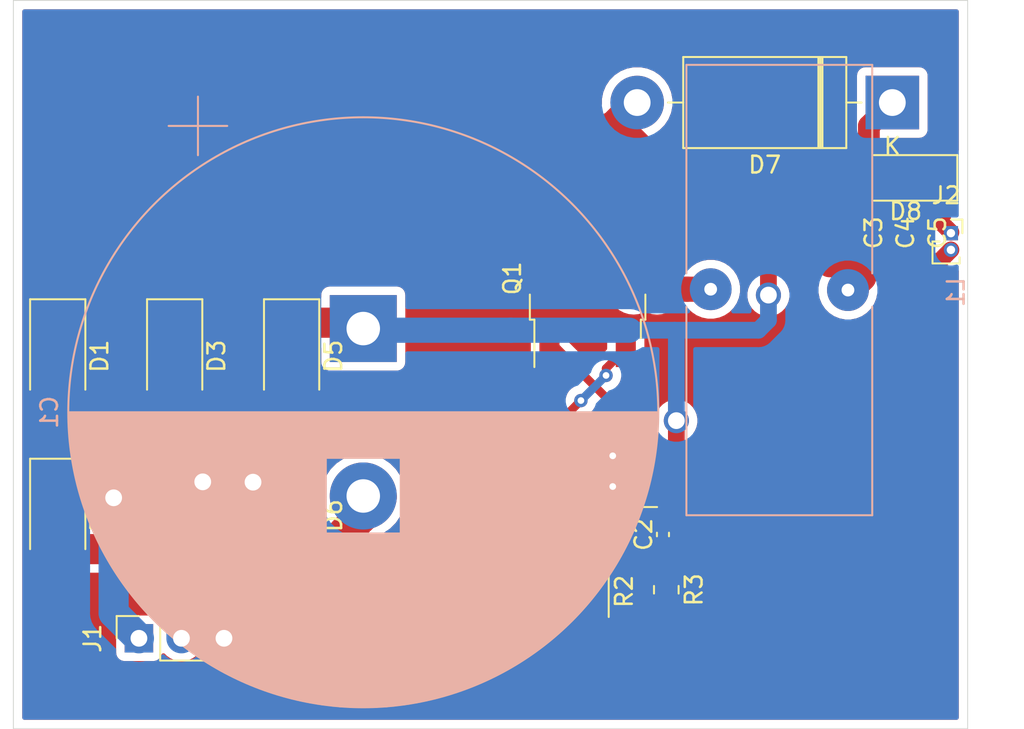
<source format=kicad_pcb>
(kicad_pcb (version 20171130) (host pcbnew "(5.1.8)-1")

  (general
    (thickness 1.6)
    (drawings 4)
    (tracks 140)
    (zones 0)
    (modules 21)
    (nets 13)
  )

  (page A4)
  (title_block
    (title "Buck Converter")
    (date 2021-01-10)
    (rev v1.1)
    (company ODTÜ)
  )

  (layers
    (0 F.Cu signal)
    (31 B.Cu signal)
    (32 B.Adhes user)
    (33 F.Adhes user)
    (34 B.Paste user)
    (35 F.Paste user)
    (36 B.SilkS user)
    (37 F.SilkS user)
    (38 B.Mask user)
    (39 F.Mask user)
    (40 Dwgs.User user)
    (41 Cmts.User user)
    (42 Eco1.User user)
    (43 Eco2.User user)
    (44 Edge.Cuts user)
    (45 Margin user)
    (46 B.CrtYd user)
    (47 F.CrtYd user)
    (48 B.Fab user)
    (49 F.Fab user)
  )

  (setup
    (last_trace_width 0.6)
    (user_trace_width 0.5)
    (user_trace_width 0.85)
    (user_trace_width 0.9)
    (user_trace_width 1)
    (user_trace_width 1.3)
    (user_trace_width 1.5)
    (user_trace_width 1.8)
    (user_trace_width 1.9)
    (user_trace_width 2)
    (user_trace_width 2.5)
    (user_trace_width 5)
    (user_trace_width 6)
    (trace_clearance 0.05)
    (zone_clearance 0.508)
    (zone_45_only no)
    (trace_min 0.2)
    (via_size 0.8)
    (via_drill 0.4)
    (via_min_size 0.4)
    (via_min_drill 0.3)
    (user_via 1.5 1)
    (uvia_size 0.3)
    (uvia_drill 0.1)
    (uvias_allowed no)
    (uvia_min_size 0.2)
    (uvia_min_drill 0.1)
    (edge_width 0.05)
    (segment_width 0.2)
    (pcb_text_width 0.3)
    (pcb_text_size 1.5 1.5)
    (mod_edge_width 0.12)
    (mod_text_size 1 1)
    (mod_text_width 0.15)
    (pad_size 1.524 1.524)
    (pad_drill 0.762)
    (pad_to_mask_clearance 0)
    (aux_axis_origin 0 0)
    (visible_elements 7FFFFFFF)
    (pcbplotparams
      (layerselection 0x010fc_ffffffff)
      (usegerberextensions false)
      (usegerberattributes true)
      (usegerberadvancedattributes true)
      (creategerberjobfile true)
      (excludeedgelayer true)
      (linewidth 0.100000)
      (plotframeref false)
      (viasonmask false)
      (mode 1)
      (useauxorigin false)
      (hpglpennumber 1)
      (hpglpenspeed 20)
      (hpglpendiameter 15.000000)
      (psnegative false)
      (psa4output false)
      (plotreference true)
      (plotvalue true)
      (plotinvisibletext false)
      (padsonsilk false)
      (subtractmaskfromsilk false)
      (outputformat 1)
      (mirror false)
      (drillshape 1)
      (scaleselection 1)
      (outputdirectory ""))
  )

  (net 0 "")
  (net 1 "Net-(C1-Pad1)")
  (net 2 GND)
  (net 3 "Net-(C2-Pad1)")
  (net 4 "Net-(C3-Pad2)")
  (net 5 "Net-(D1-Pad2)")
  (net 6 "Net-(D3-Pad2)")
  (net 7 "Net-(D5-Pad2)")
  (net 8 "Net-(D7-Pad2)")
  (net 9 "Net-(D8-Pad1)")
  (net 10 "Net-(Q1-Pad1)")
  (net 11 "Net-(Q1-Pad3)")
  (net 12 "Net-(R1-Pad1)")

  (net_class Default "This is the default net class."
    (clearance 0.05)
    (trace_width 0.6)
    (via_dia 0.8)
    (via_drill 0.4)
    (uvia_dia 0.3)
    (uvia_drill 0.1)
    (add_net GND)
    (add_net "Net-(C1-Pad1)")
    (add_net "Net-(C2-Pad1)")
    (add_net "Net-(C3-Pad2)")
    (add_net "Net-(D1-Pad2)")
    (add_net "Net-(D3-Pad2)")
    (add_net "Net-(D5-Pad2)")
    (add_net "Net-(D7-Pad2)")
    (add_net "Net-(D8-Pad1)")
    (add_net "Net-(Q1-Pad1)")
    (add_net "Net-(Q1-Pad3)")
    (add_net "Net-(R1-Pad1)")
  )

  (module Capacitor_THT:CP_Radial_D35.0mm_P10.00mm_SnapIn (layer B.Cu) (tedit 5AE50EF1) (tstamp 6000A3E2)
    (at 213.4 99.6 270)
    (descr "CP, Radial series, Radial, pin pitch=10.00mm, , diameter=35mm, Electrolytic Capacitor, , http://www.vishay.com/docs/28342/058059pll-si.pdf")
    (tags "CP Radial series Radial pin pitch 10.00mm  diameter 35mm Electrolytic Capacitor")
    (path /5FF95D6D)
    (fp_text reference C1 (at 5 18.75 90) (layer B.SilkS)
      (effects (font (size 1 1) (thickness 0.15)) (justify mirror))
    )
    (fp_text value CP1 (at 5 -18.75 90) (layer B.Fab)
      (effects (font (size 1 1) (thickness 0.15)) (justify mirror))
    )
    (fp_line (start -12.104002 11.625) (end -12.104002 8.125) (layer B.SilkS) (width 0.12))
    (fp_line (start -13.854002 9.875) (end -10.354002 9.875) (layer B.SilkS) (width 0.12))
    (fp_line (start 22.6 0.8) (end 22.6 -0.8) (layer B.SilkS) (width 0.12))
    (fp_line (start 22.56 1.413) (end 22.56 -1.413) (layer B.SilkS) (width 0.12))
    (fp_line (start 22.52 1.835) (end 22.52 -1.835) (layer B.SilkS) (width 0.12))
    (fp_line (start 22.48 2.177) (end 22.48 -2.177) (layer B.SilkS) (width 0.12))
    (fp_line (start 22.44 2.473) (end 22.44 -2.473) (layer B.SilkS) (width 0.12))
    (fp_line (start 22.4 2.736) (end 22.4 -2.736) (layer B.SilkS) (width 0.12))
    (fp_line (start 22.36 2.976) (end 22.36 -2.976) (layer B.SilkS) (width 0.12))
    (fp_line (start 22.32 3.198) (end 22.32 -3.198) (layer B.SilkS) (width 0.12))
    (fp_line (start 22.28 3.405) (end 22.28 -3.405) (layer B.SilkS) (width 0.12))
    (fp_line (start 22.24 3.6) (end 22.24 -3.6) (layer B.SilkS) (width 0.12))
    (fp_line (start 22.2 3.785) (end 22.2 -3.785) (layer B.SilkS) (width 0.12))
    (fp_line (start 22.16 3.96) (end 22.16 -3.96) (layer B.SilkS) (width 0.12))
    (fp_line (start 22.12 4.128) (end 22.12 -4.128) (layer B.SilkS) (width 0.12))
    (fp_line (start 22.08 4.289) (end 22.08 -4.289) (layer B.SilkS) (width 0.12))
    (fp_line (start 22.04 4.444) (end 22.04 -4.444) (layer B.SilkS) (width 0.12))
    (fp_line (start 22 4.593) (end 22 -4.593) (layer B.SilkS) (width 0.12))
    (fp_line (start 21.96 4.738) (end 21.96 -4.738) (layer B.SilkS) (width 0.12))
    (fp_line (start 21.92 4.878) (end 21.92 -4.878) (layer B.SilkS) (width 0.12))
    (fp_line (start 21.88 5.013) (end 21.88 -5.013) (layer B.SilkS) (width 0.12))
    (fp_line (start 21.84 5.145) (end 21.84 -5.145) (layer B.SilkS) (width 0.12))
    (fp_line (start 21.8 5.273) (end 21.8 -5.273) (layer B.SilkS) (width 0.12))
    (fp_line (start 21.76 5.398) (end 21.76 -5.398) (layer B.SilkS) (width 0.12))
    (fp_line (start 21.72 5.52) (end 21.72 -5.52) (layer B.SilkS) (width 0.12))
    (fp_line (start 21.68 5.639) (end 21.68 -5.639) (layer B.SilkS) (width 0.12))
    (fp_line (start 21.64 5.755) (end 21.64 -5.755) (layer B.SilkS) (width 0.12))
    (fp_line (start 21.6 5.868) (end 21.6 -5.868) (layer B.SilkS) (width 0.12))
    (fp_line (start 21.56 5.98) (end 21.56 -5.98) (layer B.SilkS) (width 0.12))
    (fp_line (start 21.52 6.089) (end 21.52 -6.089) (layer B.SilkS) (width 0.12))
    (fp_line (start 21.48 6.195) (end 21.48 -6.195) (layer B.SilkS) (width 0.12))
    (fp_line (start 21.44 6.3) (end 21.44 -6.3) (layer B.SilkS) (width 0.12))
    (fp_line (start 21.4 6.403) (end 21.4 -6.403) (layer B.SilkS) (width 0.12))
    (fp_line (start 21.36 6.504) (end 21.36 -6.504) (layer B.SilkS) (width 0.12))
    (fp_line (start 21.32 6.603) (end 21.32 -6.603) (layer B.SilkS) (width 0.12))
    (fp_line (start 21.28 6.7) (end 21.28 -6.7) (layer B.SilkS) (width 0.12))
    (fp_line (start 21.24 6.796) (end 21.24 -6.796) (layer B.SilkS) (width 0.12))
    (fp_line (start 21.2 6.89) (end 21.2 -6.89) (layer B.SilkS) (width 0.12))
    (fp_line (start 21.16 6.983) (end 21.16 -6.983) (layer B.SilkS) (width 0.12))
    (fp_line (start 21.12 7.075) (end 21.12 -7.075) (layer B.SilkS) (width 0.12))
    (fp_line (start 21.08 7.165) (end 21.08 -7.165) (layer B.SilkS) (width 0.12))
    (fp_line (start 21.04 7.253) (end 21.04 -7.253) (layer B.SilkS) (width 0.12))
    (fp_line (start 21 7.341) (end 21 -7.341) (layer B.SilkS) (width 0.12))
    (fp_line (start 20.96 7.427) (end 20.96 -7.427) (layer B.SilkS) (width 0.12))
    (fp_line (start 20.92 7.512) (end 20.92 -7.512) (layer B.SilkS) (width 0.12))
    (fp_line (start 20.88 7.595) (end 20.88 -7.595) (layer B.SilkS) (width 0.12))
    (fp_line (start 20.84 7.678) (end 20.84 -7.678) (layer B.SilkS) (width 0.12))
    (fp_line (start 20.8 7.759) (end 20.8 -7.759) (layer B.SilkS) (width 0.12))
    (fp_line (start 20.76 7.84) (end 20.76 -7.84) (layer B.SilkS) (width 0.12))
    (fp_line (start 20.72 7.92) (end 20.72 -7.92) (layer B.SilkS) (width 0.12))
    (fp_line (start 20.68 7.998) (end 20.68 -7.998) (layer B.SilkS) (width 0.12))
    (fp_line (start 20.64 8.076) (end 20.64 -8.076) (layer B.SilkS) (width 0.12))
    (fp_line (start 20.6 8.152) (end 20.6 -8.152) (layer B.SilkS) (width 0.12))
    (fp_line (start 20.56 8.228) (end 20.56 -8.228) (layer B.SilkS) (width 0.12))
    (fp_line (start 20.52 8.303) (end 20.52 -8.303) (layer B.SilkS) (width 0.12))
    (fp_line (start 20.48 8.377) (end 20.48 -8.377) (layer B.SilkS) (width 0.12))
    (fp_line (start 20.44 8.45) (end 20.44 -8.45) (layer B.SilkS) (width 0.12))
    (fp_line (start 20.4 8.522) (end 20.4 -8.522) (layer B.SilkS) (width 0.12))
    (fp_line (start 20.36 8.594) (end 20.36 -8.594) (layer B.SilkS) (width 0.12))
    (fp_line (start 20.32 8.665) (end 20.32 -8.665) (layer B.SilkS) (width 0.12))
    (fp_line (start 20.28 8.735) (end 20.28 -8.735) (layer B.SilkS) (width 0.12))
    (fp_line (start 20.24 8.804) (end 20.24 -8.804) (layer B.SilkS) (width 0.12))
    (fp_line (start 20.2 8.873) (end 20.2 -8.873) (layer B.SilkS) (width 0.12))
    (fp_line (start 20.16 8.94) (end 20.16 -8.94) (layer B.SilkS) (width 0.12))
    (fp_line (start 20.12 9.008) (end 20.12 -9.008) (layer B.SilkS) (width 0.12))
    (fp_line (start 20.08 9.074) (end 20.08 -9.074) (layer B.SilkS) (width 0.12))
    (fp_line (start 20.04 9.14) (end 20.04 -9.14) (layer B.SilkS) (width 0.12))
    (fp_line (start 20 9.205) (end 20 -9.205) (layer B.SilkS) (width 0.12))
    (fp_line (start 19.96 9.27) (end 19.96 -9.27) (layer B.SilkS) (width 0.12))
    (fp_line (start 19.92 9.334) (end 19.92 -9.334) (layer B.SilkS) (width 0.12))
    (fp_line (start 19.88 9.397) (end 19.88 -9.397) (layer B.SilkS) (width 0.12))
    (fp_line (start 19.84 9.46) (end 19.84 -9.46) (layer B.SilkS) (width 0.12))
    (fp_line (start 19.8 9.522) (end 19.8 -9.522) (layer B.SilkS) (width 0.12))
    (fp_line (start 19.76 9.584) (end 19.76 -9.584) (layer B.SilkS) (width 0.12))
    (fp_line (start 19.72 9.645) (end 19.72 -9.645) (layer B.SilkS) (width 0.12))
    (fp_line (start 19.68 9.705) (end 19.68 -9.705) (layer B.SilkS) (width 0.12))
    (fp_line (start 19.64 9.765) (end 19.64 -9.765) (layer B.SilkS) (width 0.12))
    (fp_line (start 19.6 9.825) (end 19.6 -9.825) (layer B.SilkS) (width 0.12))
    (fp_line (start 19.56 9.884) (end 19.56 -9.884) (layer B.SilkS) (width 0.12))
    (fp_line (start 19.52 9.942) (end 19.52 -9.942) (layer B.SilkS) (width 0.12))
    (fp_line (start 19.48 10) (end 19.48 -10) (layer B.SilkS) (width 0.12))
    (fp_line (start 19.44 10.058) (end 19.44 -10.058) (layer B.SilkS) (width 0.12))
    (fp_line (start 19.4 10.115) (end 19.4 -10.115) (layer B.SilkS) (width 0.12))
    (fp_line (start 19.36 10.171) (end 19.36 -10.171) (layer B.SilkS) (width 0.12))
    (fp_line (start 19.32 10.227) (end 19.32 -10.227) (layer B.SilkS) (width 0.12))
    (fp_line (start 19.28 10.283) (end 19.28 -10.283) (layer B.SilkS) (width 0.12))
    (fp_line (start 19.24 10.338) (end 19.24 -10.338) (layer B.SilkS) (width 0.12))
    (fp_line (start 19.2 10.392) (end 19.2 -10.392) (layer B.SilkS) (width 0.12))
    (fp_line (start 19.16 10.447) (end 19.16 -10.447) (layer B.SilkS) (width 0.12))
    (fp_line (start 19.12 10.5) (end 19.12 -10.5) (layer B.SilkS) (width 0.12))
    (fp_line (start 19.08 10.554) (end 19.08 -10.554) (layer B.SilkS) (width 0.12))
    (fp_line (start 19.04 10.607) (end 19.04 -10.607) (layer B.SilkS) (width 0.12))
    (fp_line (start 19 10.659) (end 19 -10.659) (layer B.SilkS) (width 0.12))
    (fp_line (start 18.96 10.711) (end 18.96 -10.711) (layer B.SilkS) (width 0.12))
    (fp_line (start 18.92 10.763) (end 18.92 -10.763) (layer B.SilkS) (width 0.12))
    (fp_line (start 18.88 10.815) (end 18.88 -10.815) (layer B.SilkS) (width 0.12))
    (fp_line (start 18.84 10.865) (end 18.84 -10.865) (layer B.SilkS) (width 0.12))
    (fp_line (start 18.8 10.916) (end 18.8 -10.916) (layer B.SilkS) (width 0.12))
    (fp_line (start 18.76 10.966) (end 18.76 -10.966) (layer B.SilkS) (width 0.12))
    (fp_line (start 18.72 11.016) (end 18.72 -11.016) (layer B.SilkS) (width 0.12))
    (fp_line (start 18.68 11.066) (end 18.68 -11.066) (layer B.SilkS) (width 0.12))
    (fp_line (start 18.64 11.115) (end 18.64 -11.115) (layer B.SilkS) (width 0.12))
    (fp_line (start 18.6 11.163) (end 18.6 -11.163) (layer B.SilkS) (width 0.12))
    (fp_line (start 18.56 11.212) (end 18.56 -11.212) (layer B.SilkS) (width 0.12))
    (fp_line (start 18.52 11.26) (end 18.52 -11.26) (layer B.SilkS) (width 0.12))
    (fp_line (start 18.48 11.307) (end 18.48 -11.307) (layer B.SilkS) (width 0.12))
    (fp_line (start 18.44 11.355) (end 18.44 -11.355) (layer B.SilkS) (width 0.12))
    (fp_line (start 18.4 11.402) (end 18.4 -11.402) (layer B.SilkS) (width 0.12))
    (fp_line (start 18.36 11.449) (end 18.36 -11.449) (layer B.SilkS) (width 0.12))
    (fp_line (start 18.32 11.495) (end 18.32 -11.495) (layer B.SilkS) (width 0.12))
    (fp_line (start 18.28 11.541) (end 18.28 -11.541) (layer B.SilkS) (width 0.12))
    (fp_line (start 18.24 11.587) (end 18.24 -11.587) (layer B.SilkS) (width 0.12))
    (fp_line (start 18.2 11.632) (end 18.2 -11.632) (layer B.SilkS) (width 0.12))
    (fp_line (start 18.16 11.677) (end 18.16 -11.677) (layer B.SilkS) (width 0.12))
    (fp_line (start 18.12 11.722) (end 18.12 -11.722) (layer B.SilkS) (width 0.12))
    (fp_line (start 18.08 11.766) (end 18.08 -11.766) (layer B.SilkS) (width 0.12))
    (fp_line (start 18.04 11.811) (end 18.04 -11.811) (layer B.SilkS) (width 0.12))
    (fp_line (start 18 11.854) (end 18 -11.854) (layer B.SilkS) (width 0.12))
    (fp_line (start 17.96 11.898) (end 17.96 -11.898) (layer B.SilkS) (width 0.12))
    (fp_line (start 17.92 11.941) (end 17.92 -11.941) (layer B.SilkS) (width 0.12))
    (fp_line (start 17.88 11.984) (end 17.88 -11.984) (layer B.SilkS) (width 0.12))
    (fp_line (start 17.84 12.027) (end 17.84 -12.027) (layer B.SilkS) (width 0.12))
    (fp_line (start 17.8 12.069) (end 17.8 -12.069) (layer B.SilkS) (width 0.12))
    (fp_line (start 17.76 12.111) (end 17.76 -12.111) (layer B.SilkS) (width 0.12))
    (fp_line (start 17.72 12.153) (end 17.72 -12.153) (layer B.SilkS) (width 0.12))
    (fp_line (start 17.68 12.195) (end 17.68 -12.195) (layer B.SilkS) (width 0.12))
    (fp_line (start 17.64 12.236) (end 17.64 -12.236) (layer B.SilkS) (width 0.12))
    (fp_line (start 17.6 12.277) (end 17.6 -12.277) (layer B.SilkS) (width 0.12))
    (fp_line (start 17.56 12.318) (end 17.56 -12.318) (layer B.SilkS) (width 0.12))
    (fp_line (start 17.52 12.359) (end 17.52 -12.359) (layer B.SilkS) (width 0.12))
    (fp_line (start 17.48 12.399) (end 17.48 -12.399) (layer B.SilkS) (width 0.12))
    (fp_line (start 17.44 12.439) (end 17.44 -12.439) (layer B.SilkS) (width 0.12))
    (fp_line (start 17.4 12.479) (end 17.4 -12.479) (layer B.SilkS) (width 0.12))
    (fp_line (start 17.36 12.518) (end 17.36 -12.518) (layer B.SilkS) (width 0.12))
    (fp_line (start 17.32 12.557) (end 17.32 -12.557) (layer B.SilkS) (width 0.12))
    (fp_line (start 17.28 12.596) (end 17.28 -12.596) (layer B.SilkS) (width 0.12))
    (fp_line (start 17.24 12.635) (end 17.24 -12.635) (layer B.SilkS) (width 0.12))
    (fp_line (start 17.2 12.674) (end 17.2 -12.674) (layer B.SilkS) (width 0.12))
    (fp_line (start 17.16 12.712) (end 17.16 -12.712) (layer B.SilkS) (width 0.12))
    (fp_line (start 17.12 12.75) (end 17.12 -12.75) (layer B.SilkS) (width 0.12))
    (fp_line (start 17.08 12.788) (end 17.08 -12.788) (layer B.SilkS) (width 0.12))
    (fp_line (start 17.04 12.825) (end 17.04 -12.825) (layer B.SilkS) (width 0.12))
    (fp_line (start 17 12.863) (end 17 -12.863) (layer B.SilkS) (width 0.12))
    (fp_line (start 16.96 12.9) (end 16.96 -12.9) (layer B.SilkS) (width 0.12))
    (fp_line (start 16.92 12.937) (end 16.92 -12.937) (layer B.SilkS) (width 0.12))
    (fp_line (start 16.88 12.973) (end 16.88 -12.973) (layer B.SilkS) (width 0.12))
    (fp_line (start 16.84 13.01) (end 16.84 -13.01) (layer B.SilkS) (width 0.12))
    (fp_line (start 16.8 13.046) (end 16.8 -13.046) (layer B.SilkS) (width 0.12))
    (fp_line (start 16.76 13.082) (end 16.76 -13.082) (layer B.SilkS) (width 0.12))
    (fp_line (start 16.72 13.117) (end 16.72 -13.117) (layer B.SilkS) (width 0.12))
    (fp_line (start 16.68 13.153) (end 16.68 -13.153) (layer B.SilkS) (width 0.12))
    (fp_line (start 16.64 13.188) (end 16.64 -13.188) (layer B.SilkS) (width 0.12))
    (fp_line (start 16.6 13.223) (end 16.6 -13.223) (layer B.SilkS) (width 0.12))
    (fp_line (start 16.56 13.258) (end 16.56 -13.258) (layer B.SilkS) (width 0.12))
    (fp_line (start 16.52 13.293) (end 16.52 -13.293) (layer B.SilkS) (width 0.12))
    (fp_line (start 16.48 13.327) (end 16.48 -13.327) (layer B.SilkS) (width 0.12))
    (fp_line (start 16.44 13.362) (end 16.44 -13.362) (layer B.SilkS) (width 0.12))
    (fp_line (start 16.4 13.396) (end 16.4 -13.396) (layer B.SilkS) (width 0.12))
    (fp_line (start 16.36 13.43) (end 16.36 -13.43) (layer B.SilkS) (width 0.12))
    (fp_line (start 16.32 13.463) (end 16.32 -13.463) (layer B.SilkS) (width 0.12))
    (fp_line (start 16.28 13.497) (end 16.28 -13.497) (layer B.SilkS) (width 0.12))
    (fp_line (start 16.24 13.53) (end 16.24 -13.53) (layer B.SilkS) (width 0.12))
    (fp_line (start 16.2 13.563) (end 16.2 -13.563) (layer B.SilkS) (width 0.12))
    (fp_line (start 16.16 13.596) (end 16.16 -13.596) (layer B.SilkS) (width 0.12))
    (fp_line (start 16.12 13.628) (end 16.12 -13.628) (layer B.SilkS) (width 0.12))
    (fp_line (start 16.08 13.661) (end 16.08 -13.661) (layer B.SilkS) (width 0.12))
    (fp_line (start 16.04 13.693) (end 16.04 -13.693) (layer B.SilkS) (width 0.12))
    (fp_line (start 16 13.725) (end 16 -13.725) (layer B.SilkS) (width 0.12))
    (fp_line (start 15.96 13.757) (end 15.96 -13.757) (layer B.SilkS) (width 0.12))
    (fp_line (start 15.92 13.789) (end 15.92 -13.789) (layer B.SilkS) (width 0.12))
    (fp_line (start 15.88 13.82) (end 15.88 -13.82) (layer B.SilkS) (width 0.12))
    (fp_line (start 15.84 13.851) (end 15.84 -13.851) (layer B.SilkS) (width 0.12))
    (fp_line (start 15.8 13.883) (end 15.8 -13.883) (layer B.SilkS) (width 0.12))
    (fp_line (start 15.76 13.914) (end 15.76 -13.914) (layer B.SilkS) (width 0.12))
    (fp_line (start 15.72 13.944) (end 15.72 -13.944) (layer B.SilkS) (width 0.12))
    (fp_line (start 15.68 13.975) (end 15.68 -13.975) (layer B.SilkS) (width 0.12))
    (fp_line (start 15.64 14.005) (end 15.64 -14.005) (layer B.SilkS) (width 0.12))
    (fp_line (start 15.6 14.035) (end 15.6 -14.035) (layer B.SilkS) (width 0.12))
    (fp_line (start 15.56 14.065) (end 15.56 -14.065) (layer B.SilkS) (width 0.12))
    (fp_line (start 15.52 14.095) (end 15.52 -14.095) (layer B.SilkS) (width 0.12))
    (fp_line (start 15.48 14.125) (end 15.48 -14.125) (layer B.SilkS) (width 0.12))
    (fp_line (start 15.44 14.155) (end 15.44 -14.155) (layer B.SilkS) (width 0.12))
    (fp_line (start 15.4 14.184) (end 15.4 -14.184) (layer B.SilkS) (width 0.12))
    (fp_line (start 15.36 14.213) (end 15.36 -14.213) (layer B.SilkS) (width 0.12))
    (fp_line (start 15.32 14.242) (end 15.32 -14.242) (layer B.SilkS) (width 0.12))
    (fp_line (start 15.28 14.271) (end 15.28 -14.271) (layer B.SilkS) (width 0.12))
    (fp_line (start 15.24 14.299) (end 15.24 -14.299) (layer B.SilkS) (width 0.12))
    (fp_line (start 15.2 14.328) (end 15.2 -14.328) (layer B.SilkS) (width 0.12))
    (fp_line (start 15.16 14.356) (end 15.16 -14.356) (layer B.SilkS) (width 0.12))
    (fp_line (start 15.12 14.384) (end 15.12 -14.384) (layer B.SilkS) (width 0.12))
    (fp_line (start 15.08 14.412) (end 15.08 -14.412) (layer B.SilkS) (width 0.12))
    (fp_line (start 15.04 14.44) (end 15.04 -14.44) (layer B.SilkS) (width 0.12))
    (fp_line (start 15 14.468) (end 15 -14.468) (layer B.SilkS) (width 0.12))
    (fp_line (start 14.96 14.495) (end 14.96 -14.495) (layer B.SilkS) (width 0.12))
    (fp_line (start 14.92 14.523) (end 14.92 -14.523) (layer B.SilkS) (width 0.12))
    (fp_line (start 14.88 14.55) (end 14.88 -14.55) (layer B.SilkS) (width 0.12))
    (fp_line (start 14.84 14.577) (end 14.84 -14.577) (layer B.SilkS) (width 0.12))
    (fp_line (start 14.8 14.604) (end 14.8 -14.604) (layer B.SilkS) (width 0.12))
    (fp_line (start 14.76 14.63) (end 14.76 -14.63) (layer B.SilkS) (width 0.12))
    (fp_line (start 14.72 14.657) (end 14.72 -14.657) (layer B.SilkS) (width 0.12))
    (fp_line (start 14.68 14.683) (end 14.68 -14.683) (layer B.SilkS) (width 0.12))
    (fp_line (start 14.64 14.71) (end 14.64 -14.71) (layer B.SilkS) (width 0.12))
    (fp_line (start 14.6 14.736) (end 14.6 -14.736) (layer B.SilkS) (width 0.12))
    (fp_line (start 14.56 14.762) (end 14.56 -14.762) (layer B.SilkS) (width 0.12))
    (fp_line (start 14.52 14.787) (end 14.52 -14.787) (layer B.SilkS) (width 0.12))
    (fp_line (start 14.48 14.813) (end 14.48 -14.813) (layer B.SilkS) (width 0.12))
    (fp_line (start 14.44 14.838) (end 14.44 -14.838) (layer B.SilkS) (width 0.12))
    (fp_line (start 14.4 14.864) (end 14.4 -14.864) (layer B.SilkS) (width 0.12))
    (fp_line (start 14.36 14.889) (end 14.36 -14.889) (layer B.SilkS) (width 0.12))
    (fp_line (start 14.32 14.914) (end 14.32 -14.914) (layer B.SilkS) (width 0.12))
    (fp_line (start 14.28 14.939) (end 14.28 -14.939) (layer B.SilkS) (width 0.12))
    (fp_line (start 14.24 14.963) (end 14.24 -14.963) (layer B.SilkS) (width 0.12))
    (fp_line (start 14.2 14.988) (end 14.2 -14.988) (layer B.SilkS) (width 0.12))
    (fp_line (start 14.16 15.012) (end 14.16 -15.012) (layer B.SilkS) (width 0.12))
    (fp_line (start 14.12 15.037) (end 14.12 -15.037) (layer B.SilkS) (width 0.12))
    (fp_line (start 14.08 15.061) (end 14.08 -15.061) (layer B.SilkS) (width 0.12))
    (fp_line (start 14.04 15.085) (end 14.04 -15.085) (layer B.SilkS) (width 0.12))
    (fp_line (start 14 15.109) (end 14 -15.109) (layer B.SilkS) (width 0.12))
    (fp_line (start 13.96 15.132) (end 13.96 -15.132) (layer B.SilkS) (width 0.12))
    (fp_line (start 13.92 15.156) (end 13.92 -15.156) (layer B.SilkS) (width 0.12))
    (fp_line (start 13.88 15.179) (end 13.88 -15.179) (layer B.SilkS) (width 0.12))
    (fp_line (start 13.84 15.203) (end 13.84 -15.203) (layer B.SilkS) (width 0.12))
    (fp_line (start 13.8 15.226) (end 13.8 -15.226) (layer B.SilkS) (width 0.12))
    (fp_line (start 13.76 15.249) (end 13.76 -15.249) (layer B.SilkS) (width 0.12))
    (fp_line (start 13.72 15.271) (end 13.72 -15.271) (layer B.SilkS) (width 0.12))
    (fp_line (start 13.68 15.294) (end 13.68 -15.294) (layer B.SilkS) (width 0.12))
    (fp_line (start 13.64 15.317) (end 13.64 -15.317) (layer B.SilkS) (width 0.12))
    (fp_line (start 13.6 15.339) (end 13.6 -15.339) (layer B.SilkS) (width 0.12))
    (fp_line (start 13.56 15.361) (end 13.56 -15.361) (layer B.SilkS) (width 0.12))
    (fp_line (start 13.52 15.384) (end 13.52 -15.384) (layer B.SilkS) (width 0.12))
    (fp_line (start 13.48 15.406) (end 13.48 -15.406) (layer B.SilkS) (width 0.12))
    (fp_line (start 13.44 15.428) (end 13.44 -15.428) (layer B.SilkS) (width 0.12))
    (fp_line (start 13.4 15.449) (end 13.4 -15.449) (layer B.SilkS) (width 0.12))
    (fp_line (start 13.36 15.471) (end 13.36 -15.471) (layer B.SilkS) (width 0.12))
    (fp_line (start 13.32 15.492) (end 13.32 -15.492) (layer B.SilkS) (width 0.12))
    (fp_line (start 13.28 15.514) (end 13.28 -15.514) (layer B.SilkS) (width 0.12))
    (fp_line (start 13.24 15.535) (end 13.24 -15.535) (layer B.SilkS) (width 0.12))
    (fp_line (start 13.2 15.556) (end 13.2 -15.556) (layer B.SilkS) (width 0.12))
    (fp_line (start 13.161 15.577) (end 13.161 -15.577) (layer B.SilkS) (width 0.12))
    (fp_line (start 13.121 15.598) (end 13.121 -15.598) (layer B.SilkS) (width 0.12))
    (fp_line (start 13.081 15.619) (end 13.081 -15.619) (layer B.SilkS) (width 0.12))
    (fp_line (start 13.041 15.639) (end 13.041 -15.639) (layer B.SilkS) (width 0.12))
    (fp_line (start 13.001 15.66) (end 13.001 -15.66) (layer B.SilkS) (width 0.12))
    (fp_line (start 12.961 15.68) (end 12.961 -15.68) (layer B.SilkS) (width 0.12))
    (fp_line (start 12.921 15.7) (end 12.921 -15.7) (layer B.SilkS) (width 0.12))
    (fp_line (start 12.881 15.72) (end 12.881 -15.72) (layer B.SilkS) (width 0.12))
    (fp_line (start 12.841 15.74) (end 12.841 -15.74) (layer B.SilkS) (width 0.12))
    (fp_line (start 12.801 15.76) (end 12.801 -15.76) (layer B.SilkS) (width 0.12))
    (fp_line (start 12.761 15.78) (end 12.761 -15.78) (layer B.SilkS) (width 0.12))
    (fp_line (start 12.721 15.799) (end 12.721 -15.799) (layer B.SilkS) (width 0.12))
    (fp_line (start 12.681 15.819) (end 12.681 -15.819) (layer B.SilkS) (width 0.12))
    (fp_line (start 12.641 15.838) (end 12.641 -15.838) (layer B.SilkS) (width 0.12))
    (fp_line (start 12.601 15.857) (end 12.601 -15.857) (layer B.SilkS) (width 0.12))
    (fp_line (start 12.561 15.876) (end 12.561 -15.876) (layer B.SilkS) (width 0.12))
    (fp_line (start 12.521 15.895) (end 12.521 -15.895) (layer B.SilkS) (width 0.12))
    (fp_line (start 12.481 15.914) (end 12.481 -15.914) (layer B.SilkS) (width 0.12))
    (fp_line (start 12.441 15.933) (end 12.441 -15.933) (layer B.SilkS) (width 0.12))
    (fp_line (start 12.401 15.951) (end 12.401 -15.951) (layer B.SilkS) (width 0.12))
    (fp_line (start 12.361 15.97) (end 12.361 -15.97) (layer B.SilkS) (width 0.12))
    (fp_line (start 12.321 15.988) (end 12.321 -15.988) (layer B.SilkS) (width 0.12))
    (fp_line (start 12.281 16.006) (end 12.281 -16.006) (layer B.SilkS) (width 0.12))
    (fp_line (start 12.241 16.024) (end 12.241 -16.024) (layer B.SilkS) (width 0.12))
    (fp_line (start 12.201 -2.24) (end 12.201 -16.042) (layer B.SilkS) (width 0.12))
    (fp_line (start 12.201 16.042) (end 12.201 2.24) (layer B.SilkS) (width 0.12))
    (fp_line (start 12.161 -2.24) (end 12.161 -16.06) (layer B.SilkS) (width 0.12))
    (fp_line (start 12.161 16.06) (end 12.161 2.24) (layer B.SilkS) (width 0.12))
    (fp_line (start 12.121 -2.24) (end 12.121 -16.078) (layer B.SilkS) (width 0.12))
    (fp_line (start 12.121 16.078) (end 12.121 2.24) (layer B.SilkS) (width 0.12))
    (fp_line (start 12.081 -2.24) (end 12.081 -16.095) (layer B.SilkS) (width 0.12))
    (fp_line (start 12.081 16.095) (end 12.081 2.24) (layer B.SilkS) (width 0.12))
    (fp_line (start 12.041 -2.24) (end 12.041 -16.113) (layer B.SilkS) (width 0.12))
    (fp_line (start 12.041 16.113) (end 12.041 2.24) (layer B.SilkS) (width 0.12))
    (fp_line (start 12.001 -2.24) (end 12.001 -16.13) (layer B.SilkS) (width 0.12))
    (fp_line (start 12.001 16.13) (end 12.001 2.24) (layer B.SilkS) (width 0.12))
    (fp_line (start 11.961 -2.24) (end 11.961 -16.148) (layer B.SilkS) (width 0.12))
    (fp_line (start 11.961 16.148) (end 11.961 2.24) (layer B.SilkS) (width 0.12))
    (fp_line (start 11.921 -2.24) (end 11.921 -16.165) (layer B.SilkS) (width 0.12))
    (fp_line (start 11.921 16.165) (end 11.921 2.24) (layer B.SilkS) (width 0.12))
    (fp_line (start 11.881 -2.24) (end 11.881 -16.182) (layer B.SilkS) (width 0.12))
    (fp_line (start 11.881 16.182) (end 11.881 2.24) (layer B.SilkS) (width 0.12))
    (fp_line (start 11.841 -2.24) (end 11.841 -16.199) (layer B.SilkS) (width 0.12))
    (fp_line (start 11.841 16.199) (end 11.841 2.24) (layer B.SilkS) (width 0.12))
    (fp_line (start 11.801 -2.24) (end 11.801 -16.215) (layer B.SilkS) (width 0.12))
    (fp_line (start 11.801 16.215) (end 11.801 2.24) (layer B.SilkS) (width 0.12))
    (fp_line (start 11.761 -2.24) (end 11.761 -16.232) (layer B.SilkS) (width 0.12))
    (fp_line (start 11.761 16.232) (end 11.761 2.24) (layer B.SilkS) (width 0.12))
    (fp_line (start 11.721 -2.24) (end 11.721 -16.249) (layer B.SilkS) (width 0.12))
    (fp_line (start 11.721 16.249) (end 11.721 2.24) (layer B.SilkS) (width 0.12))
    (fp_line (start 11.681 -2.24) (end 11.681 -16.265) (layer B.SilkS) (width 0.12))
    (fp_line (start 11.681 16.265) (end 11.681 2.24) (layer B.SilkS) (width 0.12))
    (fp_line (start 11.641 -2.24) (end 11.641 -16.281) (layer B.SilkS) (width 0.12))
    (fp_line (start 11.641 16.281) (end 11.641 2.24) (layer B.SilkS) (width 0.12))
    (fp_line (start 11.601 -2.24) (end 11.601 -16.298) (layer B.SilkS) (width 0.12))
    (fp_line (start 11.601 16.298) (end 11.601 2.24) (layer B.SilkS) (width 0.12))
    (fp_line (start 11.561 -2.24) (end 11.561 -16.314) (layer B.SilkS) (width 0.12))
    (fp_line (start 11.561 16.314) (end 11.561 2.24) (layer B.SilkS) (width 0.12))
    (fp_line (start 11.521 -2.24) (end 11.521 -16.33) (layer B.SilkS) (width 0.12))
    (fp_line (start 11.521 16.33) (end 11.521 2.24) (layer B.SilkS) (width 0.12))
    (fp_line (start 11.481 -2.24) (end 11.481 -16.346) (layer B.SilkS) (width 0.12))
    (fp_line (start 11.481 16.346) (end 11.481 2.24) (layer B.SilkS) (width 0.12))
    (fp_line (start 11.441 -2.24) (end 11.441 -16.361) (layer B.SilkS) (width 0.12))
    (fp_line (start 11.441 16.361) (end 11.441 2.24) (layer B.SilkS) (width 0.12))
    (fp_line (start 11.401 -2.24) (end 11.401 -16.377) (layer B.SilkS) (width 0.12))
    (fp_line (start 11.401 16.377) (end 11.401 2.24) (layer B.SilkS) (width 0.12))
    (fp_line (start 11.361 -2.24) (end 11.361 -16.393) (layer B.SilkS) (width 0.12))
    (fp_line (start 11.361 16.393) (end 11.361 2.24) (layer B.SilkS) (width 0.12))
    (fp_line (start 11.321 -2.24) (end 11.321 -16.408) (layer B.SilkS) (width 0.12))
    (fp_line (start 11.321 16.408) (end 11.321 2.24) (layer B.SilkS) (width 0.12))
    (fp_line (start 11.281 -2.24) (end 11.281 -16.423) (layer B.SilkS) (width 0.12))
    (fp_line (start 11.281 16.423) (end 11.281 2.24) (layer B.SilkS) (width 0.12))
    (fp_line (start 11.241 -2.24) (end 11.241 -16.439) (layer B.SilkS) (width 0.12))
    (fp_line (start 11.241 16.439) (end 11.241 2.24) (layer B.SilkS) (width 0.12))
    (fp_line (start 11.201 -2.24) (end 11.201 -16.454) (layer B.SilkS) (width 0.12))
    (fp_line (start 11.201 16.454) (end 11.201 2.24) (layer B.SilkS) (width 0.12))
    (fp_line (start 11.161 -2.24) (end 11.161 -16.469) (layer B.SilkS) (width 0.12))
    (fp_line (start 11.161 16.469) (end 11.161 2.24) (layer B.SilkS) (width 0.12))
    (fp_line (start 11.121 -2.24) (end 11.121 -16.484) (layer B.SilkS) (width 0.12))
    (fp_line (start 11.121 16.484) (end 11.121 2.24) (layer B.SilkS) (width 0.12))
    (fp_line (start 11.081 -2.24) (end 11.081 -16.498) (layer B.SilkS) (width 0.12))
    (fp_line (start 11.081 16.498) (end 11.081 2.24) (layer B.SilkS) (width 0.12))
    (fp_line (start 11.041 -2.24) (end 11.041 -16.513) (layer B.SilkS) (width 0.12))
    (fp_line (start 11.041 16.513) (end 11.041 2.24) (layer B.SilkS) (width 0.12))
    (fp_line (start 11.001 -2.24) (end 11.001 -16.527) (layer B.SilkS) (width 0.12))
    (fp_line (start 11.001 16.527) (end 11.001 2.24) (layer B.SilkS) (width 0.12))
    (fp_line (start 10.961 -2.24) (end 10.961 -16.542) (layer B.SilkS) (width 0.12))
    (fp_line (start 10.961 16.542) (end 10.961 2.24) (layer B.SilkS) (width 0.12))
    (fp_line (start 10.921 -2.24) (end 10.921 -16.556) (layer B.SilkS) (width 0.12))
    (fp_line (start 10.921 16.556) (end 10.921 2.24) (layer B.SilkS) (width 0.12))
    (fp_line (start 10.881 -2.24) (end 10.881 -16.57) (layer B.SilkS) (width 0.12))
    (fp_line (start 10.881 16.57) (end 10.881 2.24) (layer B.SilkS) (width 0.12))
    (fp_line (start 10.841 -2.24) (end 10.841 -16.585) (layer B.SilkS) (width 0.12))
    (fp_line (start 10.841 16.585) (end 10.841 2.24) (layer B.SilkS) (width 0.12))
    (fp_line (start 10.801 -2.24) (end 10.801 -16.599) (layer B.SilkS) (width 0.12))
    (fp_line (start 10.801 16.599) (end 10.801 2.24) (layer B.SilkS) (width 0.12))
    (fp_line (start 10.761 -2.24) (end 10.761 -16.612) (layer B.SilkS) (width 0.12))
    (fp_line (start 10.761 16.612) (end 10.761 2.24) (layer B.SilkS) (width 0.12))
    (fp_line (start 10.721 -2.24) (end 10.721 -16.626) (layer B.SilkS) (width 0.12))
    (fp_line (start 10.721 16.626) (end 10.721 2.24) (layer B.SilkS) (width 0.12))
    (fp_line (start 10.681 -2.24) (end 10.681 -16.64) (layer B.SilkS) (width 0.12))
    (fp_line (start 10.681 16.64) (end 10.681 2.24) (layer B.SilkS) (width 0.12))
    (fp_line (start 10.641 -2.24) (end 10.641 -16.653) (layer B.SilkS) (width 0.12))
    (fp_line (start 10.641 16.653) (end 10.641 2.24) (layer B.SilkS) (width 0.12))
    (fp_line (start 10.601 -2.24) (end 10.601 -16.667) (layer B.SilkS) (width 0.12))
    (fp_line (start 10.601 16.667) (end 10.601 2.24) (layer B.SilkS) (width 0.12))
    (fp_line (start 10.561 -2.24) (end 10.561 -16.68) (layer B.SilkS) (width 0.12))
    (fp_line (start 10.561 16.68) (end 10.561 2.24) (layer B.SilkS) (width 0.12))
    (fp_line (start 10.521 -2.24) (end 10.521 -16.694) (layer B.SilkS) (width 0.12))
    (fp_line (start 10.521 16.694) (end 10.521 2.24) (layer B.SilkS) (width 0.12))
    (fp_line (start 10.481 -2.24) (end 10.481 -16.707) (layer B.SilkS) (width 0.12))
    (fp_line (start 10.481 16.707) (end 10.481 2.24) (layer B.SilkS) (width 0.12))
    (fp_line (start 10.441 -2.24) (end 10.441 -16.72) (layer B.SilkS) (width 0.12))
    (fp_line (start 10.441 16.72) (end 10.441 2.24) (layer B.SilkS) (width 0.12))
    (fp_line (start 10.401 -2.24) (end 10.401 -16.733) (layer B.SilkS) (width 0.12))
    (fp_line (start 10.401 16.733) (end 10.401 2.24) (layer B.SilkS) (width 0.12))
    (fp_line (start 10.361 -2.24) (end 10.361 -16.745) (layer B.SilkS) (width 0.12))
    (fp_line (start 10.361 16.745) (end 10.361 2.24) (layer B.SilkS) (width 0.12))
    (fp_line (start 10.321 -2.24) (end 10.321 -16.758) (layer B.SilkS) (width 0.12))
    (fp_line (start 10.321 16.758) (end 10.321 2.24) (layer B.SilkS) (width 0.12))
    (fp_line (start 10.281 -2.24) (end 10.281 -16.771) (layer B.SilkS) (width 0.12))
    (fp_line (start 10.281 16.771) (end 10.281 2.24) (layer B.SilkS) (width 0.12))
    (fp_line (start 10.241 -2.24) (end 10.241 -16.783) (layer B.SilkS) (width 0.12))
    (fp_line (start 10.241 16.783) (end 10.241 2.24) (layer B.SilkS) (width 0.12))
    (fp_line (start 10.201 -2.24) (end 10.201 -16.796) (layer B.SilkS) (width 0.12))
    (fp_line (start 10.201 16.796) (end 10.201 2.24) (layer B.SilkS) (width 0.12))
    (fp_line (start 10.161 -2.24) (end 10.161 -16.808) (layer B.SilkS) (width 0.12))
    (fp_line (start 10.161 16.808) (end 10.161 2.24) (layer B.SilkS) (width 0.12))
    (fp_line (start 10.121 -2.24) (end 10.121 -16.82) (layer B.SilkS) (width 0.12))
    (fp_line (start 10.121 16.82) (end 10.121 2.24) (layer B.SilkS) (width 0.12))
    (fp_line (start 10.081 -2.24) (end 10.081 -16.832) (layer B.SilkS) (width 0.12))
    (fp_line (start 10.081 16.832) (end 10.081 2.24) (layer B.SilkS) (width 0.12))
    (fp_line (start 10.041 -2.24) (end 10.041 -16.844) (layer B.SilkS) (width 0.12))
    (fp_line (start 10.041 16.844) (end 10.041 2.24) (layer B.SilkS) (width 0.12))
    (fp_line (start 10.001 -2.24) (end 10.001 -16.856) (layer B.SilkS) (width 0.12))
    (fp_line (start 10.001 16.856) (end 10.001 2.24) (layer B.SilkS) (width 0.12))
    (fp_line (start 9.961 -2.24) (end 9.961 -16.868) (layer B.SilkS) (width 0.12))
    (fp_line (start 9.961 16.868) (end 9.961 2.24) (layer B.SilkS) (width 0.12))
    (fp_line (start 9.921 -2.24) (end 9.921 -16.88) (layer B.SilkS) (width 0.12))
    (fp_line (start 9.921 16.88) (end 9.921 2.24) (layer B.SilkS) (width 0.12))
    (fp_line (start 9.881 -2.24) (end 9.881 -16.891) (layer B.SilkS) (width 0.12))
    (fp_line (start 9.881 16.891) (end 9.881 2.24) (layer B.SilkS) (width 0.12))
    (fp_line (start 9.841 -2.24) (end 9.841 -16.903) (layer B.SilkS) (width 0.12))
    (fp_line (start 9.841 16.903) (end 9.841 2.24) (layer B.SilkS) (width 0.12))
    (fp_line (start 9.801 -2.24) (end 9.801 -16.914) (layer B.SilkS) (width 0.12))
    (fp_line (start 9.801 16.914) (end 9.801 2.24) (layer B.SilkS) (width 0.12))
    (fp_line (start 9.761 -2.24) (end 9.761 -16.925) (layer B.SilkS) (width 0.12))
    (fp_line (start 9.761 16.925) (end 9.761 2.24) (layer B.SilkS) (width 0.12))
    (fp_line (start 9.721 -2.24) (end 9.721 -16.937) (layer B.SilkS) (width 0.12))
    (fp_line (start 9.721 16.937) (end 9.721 2.24) (layer B.SilkS) (width 0.12))
    (fp_line (start 9.681 -2.24) (end 9.681 -16.948) (layer B.SilkS) (width 0.12))
    (fp_line (start 9.681 16.948) (end 9.681 2.24) (layer B.SilkS) (width 0.12))
    (fp_line (start 9.641 -2.24) (end 9.641 -16.959) (layer B.SilkS) (width 0.12))
    (fp_line (start 9.641 16.959) (end 9.641 2.24) (layer B.SilkS) (width 0.12))
    (fp_line (start 9.601 -2.24) (end 9.601 -16.969) (layer B.SilkS) (width 0.12))
    (fp_line (start 9.601 16.969) (end 9.601 2.24) (layer B.SilkS) (width 0.12))
    (fp_line (start 9.561 -2.24) (end 9.561 -16.98) (layer B.SilkS) (width 0.12))
    (fp_line (start 9.561 16.98) (end 9.561 2.24) (layer B.SilkS) (width 0.12))
    (fp_line (start 9.521 -2.24) (end 9.521 -16.991) (layer B.SilkS) (width 0.12))
    (fp_line (start 9.521 16.991) (end 9.521 2.24) (layer B.SilkS) (width 0.12))
    (fp_line (start 9.481 -2.24) (end 9.481 -17.001) (layer B.SilkS) (width 0.12))
    (fp_line (start 9.481 17.001) (end 9.481 2.24) (layer B.SilkS) (width 0.12))
    (fp_line (start 9.441 -2.24) (end 9.441 -17.012) (layer B.SilkS) (width 0.12))
    (fp_line (start 9.441 17.012) (end 9.441 2.24) (layer B.SilkS) (width 0.12))
    (fp_line (start 9.401 -2.24) (end 9.401 -17.022) (layer B.SilkS) (width 0.12))
    (fp_line (start 9.401 17.022) (end 9.401 2.24) (layer B.SilkS) (width 0.12))
    (fp_line (start 9.361 -2.24) (end 9.361 -17.033) (layer B.SilkS) (width 0.12))
    (fp_line (start 9.361 17.033) (end 9.361 2.24) (layer B.SilkS) (width 0.12))
    (fp_line (start 9.321 -2.24) (end 9.321 -17.043) (layer B.SilkS) (width 0.12))
    (fp_line (start 9.321 17.043) (end 9.321 2.24) (layer B.SilkS) (width 0.12))
    (fp_line (start 9.281 -2.24) (end 9.281 -17.053) (layer B.SilkS) (width 0.12))
    (fp_line (start 9.281 17.053) (end 9.281 2.24) (layer B.SilkS) (width 0.12))
    (fp_line (start 9.241 -2.24) (end 9.241 -17.063) (layer B.SilkS) (width 0.12))
    (fp_line (start 9.241 17.063) (end 9.241 2.24) (layer B.SilkS) (width 0.12))
    (fp_line (start 9.201 -2.24) (end 9.201 -17.073) (layer B.SilkS) (width 0.12))
    (fp_line (start 9.201 17.073) (end 9.201 2.24) (layer B.SilkS) (width 0.12))
    (fp_line (start 9.161 -2.24) (end 9.161 -17.082) (layer B.SilkS) (width 0.12))
    (fp_line (start 9.161 17.082) (end 9.161 2.24) (layer B.SilkS) (width 0.12))
    (fp_line (start 9.121 -2.24) (end 9.121 -17.092) (layer B.SilkS) (width 0.12))
    (fp_line (start 9.121 17.092) (end 9.121 2.24) (layer B.SilkS) (width 0.12))
    (fp_line (start 9.081 -2.24) (end 9.081 -17.102) (layer B.SilkS) (width 0.12))
    (fp_line (start 9.081 17.102) (end 9.081 2.24) (layer B.SilkS) (width 0.12))
    (fp_line (start 9.041 -2.24) (end 9.041 -17.111) (layer B.SilkS) (width 0.12))
    (fp_line (start 9.041 17.111) (end 9.041 2.24) (layer B.SilkS) (width 0.12))
    (fp_line (start 9.001 -2.24) (end 9.001 -17.12) (layer B.SilkS) (width 0.12))
    (fp_line (start 9.001 17.12) (end 9.001 2.24) (layer B.SilkS) (width 0.12))
    (fp_line (start 8.961 -2.24) (end 8.961 -17.13) (layer B.SilkS) (width 0.12))
    (fp_line (start 8.961 17.13) (end 8.961 2.24) (layer B.SilkS) (width 0.12))
    (fp_line (start 8.921 -2.24) (end 8.921 -17.139) (layer B.SilkS) (width 0.12))
    (fp_line (start 8.921 17.139) (end 8.921 2.24) (layer B.SilkS) (width 0.12))
    (fp_line (start 8.881 -2.24) (end 8.881 -17.148) (layer B.SilkS) (width 0.12))
    (fp_line (start 8.881 17.148) (end 8.881 2.24) (layer B.SilkS) (width 0.12))
    (fp_line (start 8.841 -2.24) (end 8.841 -17.157) (layer B.SilkS) (width 0.12))
    (fp_line (start 8.841 17.157) (end 8.841 2.24) (layer B.SilkS) (width 0.12))
    (fp_line (start 8.801 -2.24) (end 8.801 -17.166) (layer B.SilkS) (width 0.12))
    (fp_line (start 8.801 17.166) (end 8.801 2.24) (layer B.SilkS) (width 0.12))
    (fp_line (start 8.761 -2.24) (end 8.761 -17.175) (layer B.SilkS) (width 0.12))
    (fp_line (start 8.761 17.175) (end 8.761 2.24) (layer B.SilkS) (width 0.12))
    (fp_line (start 8.721 -2.24) (end 8.721 -17.183) (layer B.SilkS) (width 0.12))
    (fp_line (start 8.721 17.183) (end 8.721 2.24) (layer B.SilkS) (width 0.12))
    (fp_line (start 8.681 -2.24) (end 8.681 -17.192) (layer B.SilkS) (width 0.12))
    (fp_line (start 8.681 17.192) (end 8.681 2.24) (layer B.SilkS) (width 0.12))
    (fp_line (start 8.641 -2.24) (end 8.641 -17.2) (layer B.SilkS) (width 0.12))
    (fp_line (start 8.641 17.2) (end 8.641 2.24) (layer B.SilkS) (width 0.12))
    (fp_line (start 8.601 -2.24) (end 8.601 -17.209) (layer B.SilkS) (width 0.12))
    (fp_line (start 8.601 17.209) (end 8.601 2.24) (layer B.SilkS) (width 0.12))
    (fp_line (start 8.561 -2.24) (end 8.561 -17.217) (layer B.SilkS) (width 0.12))
    (fp_line (start 8.561 17.217) (end 8.561 2.24) (layer B.SilkS) (width 0.12))
    (fp_line (start 8.521 -2.24) (end 8.521 -17.225) (layer B.SilkS) (width 0.12))
    (fp_line (start 8.521 17.225) (end 8.521 2.24) (layer B.SilkS) (width 0.12))
    (fp_line (start 8.481 -2.24) (end 8.481 -17.233) (layer B.SilkS) (width 0.12))
    (fp_line (start 8.481 17.233) (end 8.481 2.24) (layer B.SilkS) (width 0.12))
    (fp_line (start 8.441 -2.24) (end 8.441 -17.241) (layer B.SilkS) (width 0.12))
    (fp_line (start 8.441 17.241) (end 8.441 2.24) (layer B.SilkS) (width 0.12))
    (fp_line (start 8.401 -2.24) (end 8.401 -17.249) (layer B.SilkS) (width 0.12))
    (fp_line (start 8.401 17.249) (end 8.401 2.24) (layer B.SilkS) (width 0.12))
    (fp_line (start 8.361 -2.24) (end 8.361 -17.257) (layer B.SilkS) (width 0.12))
    (fp_line (start 8.361 17.257) (end 8.361 2.24) (layer B.SilkS) (width 0.12))
    (fp_line (start 8.321 -2.24) (end 8.321 -17.265) (layer B.SilkS) (width 0.12))
    (fp_line (start 8.321 17.265) (end 8.321 2.24) (layer B.SilkS) (width 0.12))
    (fp_line (start 8.281 -2.24) (end 8.281 -17.273) (layer B.SilkS) (width 0.12))
    (fp_line (start 8.281 17.273) (end 8.281 2.24) (layer B.SilkS) (width 0.12))
    (fp_line (start 8.241 -2.24) (end 8.241 -17.28) (layer B.SilkS) (width 0.12))
    (fp_line (start 8.241 17.28) (end 8.241 2.24) (layer B.SilkS) (width 0.12))
    (fp_line (start 8.201 -2.24) (end 8.201 -17.287) (layer B.SilkS) (width 0.12))
    (fp_line (start 8.201 17.287) (end 8.201 2.24) (layer B.SilkS) (width 0.12))
    (fp_line (start 8.161 -2.24) (end 8.161 -17.295) (layer B.SilkS) (width 0.12))
    (fp_line (start 8.161 17.295) (end 8.161 2.24) (layer B.SilkS) (width 0.12))
    (fp_line (start 8.121 -2.24) (end 8.121 -17.302) (layer B.SilkS) (width 0.12))
    (fp_line (start 8.121 17.302) (end 8.121 2.24) (layer B.SilkS) (width 0.12))
    (fp_line (start 8.081 -2.24) (end 8.081 -17.309) (layer B.SilkS) (width 0.12))
    (fp_line (start 8.081 17.309) (end 8.081 2.24) (layer B.SilkS) (width 0.12))
    (fp_line (start 8.041 -2.24) (end 8.041 -17.316) (layer B.SilkS) (width 0.12))
    (fp_line (start 8.041 17.316) (end 8.041 2.24) (layer B.SilkS) (width 0.12))
    (fp_line (start 8.001 -2.24) (end 8.001 -17.323) (layer B.SilkS) (width 0.12))
    (fp_line (start 8.001 17.323) (end 8.001 2.24) (layer B.SilkS) (width 0.12))
    (fp_line (start 7.961 -2.24) (end 7.961 -17.33) (layer B.SilkS) (width 0.12))
    (fp_line (start 7.961 17.33) (end 7.961 2.24) (layer B.SilkS) (width 0.12))
    (fp_line (start 7.921 -2.24) (end 7.921 -17.337) (layer B.SilkS) (width 0.12))
    (fp_line (start 7.921 17.337) (end 7.921 2.24) (layer B.SilkS) (width 0.12))
    (fp_line (start 7.881 -2.24) (end 7.881 -17.344) (layer B.SilkS) (width 0.12))
    (fp_line (start 7.881 17.344) (end 7.881 2.24) (layer B.SilkS) (width 0.12))
    (fp_line (start 7.841 -2.24) (end 7.841 -17.35) (layer B.SilkS) (width 0.12))
    (fp_line (start 7.841 17.35) (end 7.841 2.24) (layer B.SilkS) (width 0.12))
    (fp_line (start 7.801 -2.24) (end 7.801 -17.357) (layer B.SilkS) (width 0.12))
    (fp_line (start 7.801 17.357) (end 7.801 2.24) (layer B.SilkS) (width 0.12))
    (fp_line (start 7.761 -2.24) (end 7.761 -17.363) (layer B.SilkS) (width 0.12))
    (fp_line (start 7.761 17.363) (end 7.761 2.24) (layer B.SilkS) (width 0.12))
    (fp_line (start 7.721 17.369) (end 7.721 -17.369) (layer B.SilkS) (width 0.12))
    (fp_line (start 7.681 17.375) (end 7.681 -17.375) (layer B.SilkS) (width 0.12))
    (fp_line (start 7.641 17.382) (end 7.641 -17.382) (layer B.SilkS) (width 0.12))
    (fp_line (start 7.601 17.388) (end 7.601 -17.388) (layer B.SilkS) (width 0.12))
    (fp_line (start 7.561 17.394) (end 7.561 -17.394) (layer B.SilkS) (width 0.12))
    (fp_line (start 7.521 17.399) (end 7.521 -17.399) (layer B.SilkS) (width 0.12))
    (fp_line (start 7.481 17.405) (end 7.481 -17.405) (layer B.SilkS) (width 0.12))
    (fp_line (start 7.441 17.411) (end 7.441 -17.411) (layer B.SilkS) (width 0.12))
    (fp_line (start 7.401 17.416) (end 7.401 -17.416) (layer B.SilkS) (width 0.12))
    (fp_line (start 7.361 17.422) (end 7.361 -17.422) (layer B.SilkS) (width 0.12))
    (fp_line (start 7.321 17.427) (end 7.321 -17.427) (layer B.SilkS) (width 0.12))
    (fp_line (start 7.281 17.432) (end 7.281 -17.432) (layer B.SilkS) (width 0.12))
    (fp_line (start 7.241 17.438) (end 7.241 -17.438) (layer B.SilkS) (width 0.12))
    (fp_line (start 7.201 17.443) (end 7.201 -17.443) (layer B.SilkS) (width 0.12))
    (fp_line (start 7.161 17.448) (end 7.161 -17.448) (layer B.SilkS) (width 0.12))
    (fp_line (start 7.121 17.452) (end 7.121 -17.452) (layer B.SilkS) (width 0.12))
    (fp_line (start 7.081 17.457) (end 7.081 -17.457) (layer B.SilkS) (width 0.12))
    (fp_line (start 7.041 17.462) (end 7.041 -17.462) (layer B.SilkS) (width 0.12))
    (fp_line (start 7.001 17.467) (end 7.001 -17.467) (layer B.SilkS) (width 0.12))
    (fp_line (start 6.961 17.471) (end 6.961 -17.471) (layer B.SilkS) (width 0.12))
    (fp_line (start 6.921 17.476) (end 6.921 -17.476) (layer B.SilkS) (width 0.12))
    (fp_line (start 6.881 17.48) (end 6.881 -17.48) (layer B.SilkS) (width 0.12))
    (fp_line (start 6.841 17.484) (end 6.841 -17.484) (layer B.SilkS) (width 0.12))
    (fp_line (start 6.801 17.488) (end 6.801 -17.488) (layer B.SilkS) (width 0.12))
    (fp_line (start 6.761 17.492) (end 6.761 -17.492) (layer B.SilkS) (width 0.12))
    (fp_line (start 6.721 17.496) (end 6.721 -17.496) (layer B.SilkS) (width 0.12))
    (fp_line (start 6.681 17.5) (end 6.681 -17.5) (layer B.SilkS) (width 0.12))
    (fp_line (start 6.641 17.504) (end 6.641 -17.504) (layer B.SilkS) (width 0.12))
    (fp_line (start 6.601 17.508) (end 6.601 -17.508) (layer B.SilkS) (width 0.12))
    (fp_line (start 6.561 17.511) (end 6.561 -17.511) (layer B.SilkS) (width 0.12))
    (fp_line (start 6.521 17.515) (end 6.521 -17.515) (layer B.SilkS) (width 0.12))
    (fp_line (start 6.481 17.518) (end 6.481 -17.518) (layer B.SilkS) (width 0.12))
    (fp_line (start 6.441 17.522) (end 6.441 -17.522) (layer B.SilkS) (width 0.12))
    (fp_line (start 6.401 17.525) (end 6.401 -17.525) (layer B.SilkS) (width 0.12))
    (fp_line (start 6.361 17.528) (end 6.361 -17.528) (layer B.SilkS) (width 0.12))
    (fp_line (start 6.321 17.531) (end 6.321 -17.531) (layer B.SilkS) (width 0.12))
    (fp_line (start 6.281 17.534) (end 6.281 -17.534) (layer B.SilkS) (width 0.12))
    (fp_line (start 6.241 17.537) (end 6.241 -17.537) (layer B.SilkS) (width 0.12))
    (fp_line (start 6.201 17.54) (end 6.201 -17.54) (layer B.SilkS) (width 0.12))
    (fp_line (start 6.161 17.542) (end 6.161 -17.542) (layer B.SilkS) (width 0.12))
    (fp_line (start 6.121 17.545) (end 6.121 -17.545) (layer B.SilkS) (width 0.12))
    (fp_line (start 6.081 17.547) (end 6.081 -17.547) (layer B.SilkS) (width 0.12))
    (fp_line (start 6.041 17.55) (end 6.041 -17.55) (layer B.SilkS) (width 0.12))
    (fp_line (start 6.001 17.552) (end 6.001 -17.552) (layer B.SilkS) (width 0.12))
    (fp_line (start 5.961 17.554) (end 5.961 -17.554) (layer B.SilkS) (width 0.12))
    (fp_line (start 5.921 17.556) (end 5.921 -17.556) (layer B.SilkS) (width 0.12))
    (fp_line (start 5.881 17.559) (end 5.881 -17.559) (layer B.SilkS) (width 0.12))
    (fp_line (start 5.841 17.56) (end 5.841 -17.56) (layer B.SilkS) (width 0.12))
    (fp_line (start 5.801 17.562) (end 5.801 -17.562) (layer B.SilkS) (width 0.12))
    (fp_line (start 5.761 17.564) (end 5.761 -17.564) (layer B.SilkS) (width 0.12))
    (fp_line (start 5.721 17.566) (end 5.721 -17.566) (layer B.SilkS) (width 0.12))
    (fp_line (start 5.68 17.567) (end 5.68 -17.567) (layer B.SilkS) (width 0.12))
    (fp_line (start 5.64 17.569) (end 5.64 -17.569) (layer B.SilkS) (width 0.12))
    (fp_line (start 5.6 17.57) (end 5.6 -17.57) (layer B.SilkS) (width 0.12))
    (fp_line (start 5.56 17.572) (end 5.56 -17.572) (layer B.SilkS) (width 0.12))
    (fp_line (start 5.52 17.573) (end 5.52 -17.573) (layer B.SilkS) (width 0.12))
    (fp_line (start 5.48 17.574) (end 5.48 -17.574) (layer B.SilkS) (width 0.12))
    (fp_line (start 5.44 17.575) (end 5.44 -17.575) (layer B.SilkS) (width 0.12))
    (fp_line (start 5.4 17.576) (end 5.4 -17.576) (layer B.SilkS) (width 0.12))
    (fp_line (start 5.36 17.577) (end 5.36 -17.577) (layer B.SilkS) (width 0.12))
    (fp_line (start 5.32 17.578) (end 5.32 -17.578) (layer B.SilkS) (width 0.12))
    (fp_line (start 5.28 17.578) (end 5.28 -17.578) (layer B.SilkS) (width 0.12))
    (fp_line (start 5.24 17.579) (end 5.24 -17.579) (layer B.SilkS) (width 0.12))
    (fp_line (start 5.2 17.579) (end 5.2 -17.579) (layer B.SilkS) (width 0.12))
    (fp_line (start 5.16 17.58) (end 5.16 -17.58) (layer B.SilkS) (width 0.12))
    (fp_line (start 5.12 17.58) (end 5.12 -17.58) (layer B.SilkS) (width 0.12))
    (fp_line (start 5.08 17.58) (end 5.08 -17.58) (layer B.SilkS) (width 0.12))
    (fp_line (start 5.04 17.58) (end 5.04 -17.58) (layer B.SilkS) (width 0.12))
    (fp_line (start 5 17.58) (end 5 -17.58) (layer B.SilkS) (width 0.12))
    (fp_line (start -8.315141 9.4375) (end -8.315141 5.9375) (layer B.Fab) (width 0.1))
    (fp_line (start -10.065141 7.6875) (end -6.565141 7.6875) (layer B.Fab) (width 0.1))
    (fp_circle (center 5 0) (end 22.75 0) (layer B.CrtYd) (width 0.05))
    (fp_circle (center 5 0) (end 22.62 0) (layer B.SilkS) (width 0.12))
    (fp_circle (center 5 0) (end 22.5 0) (layer B.Fab) (width 0.1))
    (fp_text user %R (at 5 0 90) (layer B.Fab)
      (effects (font (size 1 1) (thickness 0.15)) (justify mirror))
    )
    (pad 1 thru_hole rect (at 0 0 270) (size 4 4) (drill 2) (layers *.Cu *.Mask)
      (net 1 "Net-(C1-Pad1)"))
    (pad 2 thru_hole circle (at 10 0 270) (size 4 4) (drill 2) (layers *.Cu *.Mask)
      (net 2 GND))
    (model ${KISYS3DMOD}/Capacitor_THT.3dshapes/CP_Radial_D35.0mm_P10.00mm_SnapIn.wrl
      (at (xyz 0 0 0))
      (scale (xyz 1 1 1))
      (rotate (xyz 0 0 0))
    )
  )

  (module Package_TO_SOT_SMD:TO-252-2 (layer F.Cu) (tedit 5A70A390) (tstamp 5FFB0F64)
    (at 226.8 96.6 90)
    (descr "TO-252 / DPAK SMD package, http://www.infineon.com/cms/en/product/packages/PG-TO252/PG-TO252-3-1/")
    (tags "DPAK TO-252 DPAK-3 TO-252-3 SOT-428")
    (path /5FF8EC2D)
    (attr smd)
    (fp_text reference Q1 (at 0 -4.5 90) (layer F.SilkS)
      (effects (font (size 1 1) (thickness 0.15)))
    )
    (fp_text value IPD50R650CE (at 0 4.5 90) (layer F.Fab)
      (effects (font (size 1 1) (thickness 0.15)))
    )
    (fp_line (start 3.95 -2.7) (end 4.95 -2.7) (layer F.Fab) (width 0.1))
    (fp_line (start 4.95 -2.7) (end 4.95 2.7) (layer F.Fab) (width 0.1))
    (fp_line (start 4.95 2.7) (end 3.95 2.7) (layer F.Fab) (width 0.1))
    (fp_line (start 3.95 -3.25) (end 3.95 3.25) (layer F.Fab) (width 0.1))
    (fp_line (start 3.95 3.25) (end -2.27 3.25) (layer F.Fab) (width 0.1))
    (fp_line (start -2.27 3.25) (end -2.27 -2.25) (layer F.Fab) (width 0.1))
    (fp_line (start -2.27 -2.25) (end -1.27 -3.25) (layer F.Fab) (width 0.1))
    (fp_line (start -1.27 -3.25) (end 3.95 -3.25) (layer F.Fab) (width 0.1))
    (fp_line (start -1.865 -2.655) (end -4.97 -2.655) (layer F.Fab) (width 0.1))
    (fp_line (start -4.97 -2.655) (end -4.97 -1.905) (layer F.Fab) (width 0.1))
    (fp_line (start -4.97 -1.905) (end -2.27 -1.905) (layer F.Fab) (width 0.1))
    (fp_line (start -2.27 1.905) (end -4.97 1.905) (layer F.Fab) (width 0.1))
    (fp_line (start -4.97 1.905) (end -4.97 2.655) (layer F.Fab) (width 0.1))
    (fp_line (start -4.97 2.655) (end -2.27 2.655) (layer F.Fab) (width 0.1))
    (fp_line (start -0.97 -3.45) (end -2.47 -3.45) (layer F.SilkS) (width 0.12))
    (fp_line (start -2.47 -3.45) (end -2.47 -3.18) (layer F.SilkS) (width 0.12))
    (fp_line (start -2.47 -3.18) (end -5.3 -3.18) (layer F.SilkS) (width 0.12))
    (fp_line (start -0.97 3.45) (end -2.47 3.45) (layer F.SilkS) (width 0.12))
    (fp_line (start -2.47 3.45) (end -2.47 3.18) (layer F.SilkS) (width 0.12))
    (fp_line (start -2.47 3.18) (end -3.57 3.18) (layer F.SilkS) (width 0.12))
    (fp_line (start -5.55 -3.5) (end -5.55 3.5) (layer F.CrtYd) (width 0.05))
    (fp_line (start -5.55 3.5) (end 5.55 3.5) (layer F.CrtYd) (width 0.05))
    (fp_line (start 5.55 3.5) (end 5.55 -3.5) (layer F.CrtYd) (width 0.05))
    (fp_line (start 5.55 -3.5) (end -5.55 -3.5) (layer F.CrtYd) (width 0.05))
    (fp_text user %R (at 0 0 90) (layer F.Fab)
      (effects (font (size 1 1) (thickness 0.15)))
    )
    (pad "" smd rect (at 0.425 1.525 90) (size 3.05 2.75) (layers F.Paste))
    (pad "" smd rect (at 3.775 -1.525 90) (size 3.05 2.75) (layers F.Paste))
    (pad "" smd rect (at 0.425 -1.525 90) (size 3.05 2.75) (layers F.Paste))
    (pad "" smd rect (at 3.775 1.525 90) (size 3.05 2.75) (layers F.Paste))
    (pad 2 smd rect (at 2.1 0 90) (size 6.4 5.8) (layers F.Cu F.Mask)
      (net 8 "Net-(D7-Pad2)"))
    (pad 3 smd rect (at -4.2 2.28 90) (size 2.2 1.2) (layers F.Cu F.Paste F.Mask)
      (net 11 "Net-(Q1-Pad3)"))
    (pad 1 smd rect (at -4.2 -2.28 90) (size 2.2 1.2) (layers F.Cu F.Paste F.Mask)
      (net 10 "Net-(Q1-Pad1)"))
    (model ${KISYS3DMOD}/Package_TO_SOT_SMD.3dshapes/TO-252-2.wrl
      (at (xyz 0 0 0))
      (scale (xyz 1 1 1))
      (rotate (xyz 0 0 0))
    )
  )

  (module Package_SO:SOIC-8_3.9x4.9mm_P1.27mm (layer F.Cu) (tedit 5D9F72B1) (tstamp 5FFB1E01)
    (at 227.5 107.7 180)
    (descr "SOIC, 8 Pin (JEDEC MS-012AA, https://www.analog.com/media/en/package-pcb-resources/package/pkg_pdf/soic_narrow-r/r_8.pdf), generated with kicad-footprint-generator ipc_gullwing_generator.py")
    (tags "SOIC SO")
    (path /5FF86B82)
    (attr smd)
    (fp_text reference U1 (at 0 -3.4) (layer F.SilkS)
      (effects (font (size 1 1) (thickness 0.15)))
    )
    (fp_text value HV9961LG-G (at 0 3.4) (layer F.Fab)
      (effects (font (size 1 1) (thickness 0.15)))
    )
    (fp_line (start 3.7 -2.7) (end -3.7 -2.7) (layer F.CrtYd) (width 0.05))
    (fp_line (start 3.7 2.7) (end 3.7 -2.7) (layer F.CrtYd) (width 0.05))
    (fp_line (start -3.7 2.7) (end 3.7 2.7) (layer F.CrtYd) (width 0.05))
    (fp_line (start -3.7 -2.7) (end -3.7 2.7) (layer F.CrtYd) (width 0.05))
    (fp_line (start -1.95 -1.475) (end -0.975 -2.45) (layer F.Fab) (width 0.1))
    (fp_line (start -1.95 2.45) (end -1.95 -1.475) (layer F.Fab) (width 0.1))
    (fp_line (start 1.95 2.45) (end -1.95 2.45) (layer F.Fab) (width 0.1))
    (fp_line (start 1.95 -2.45) (end 1.95 2.45) (layer F.Fab) (width 0.1))
    (fp_line (start -0.975 -2.45) (end 1.95 -2.45) (layer F.Fab) (width 0.1))
    (fp_line (start 0 -2.56) (end -3.45 -2.56) (layer F.SilkS) (width 0.12))
    (fp_line (start 0 -2.56) (end 1.95 -2.56) (layer F.SilkS) (width 0.12))
    (fp_line (start 0 2.56) (end -1.95 2.56) (layer F.SilkS) (width 0.12))
    (fp_line (start 0 2.56) (end 1.95 2.56) (layer F.SilkS) (width 0.12))
    (fp_text user %R (at 0 0) (layer F.Fab)
      (effects (font (size 0.98 0.98) (thickness 0.15)))
    )
    (pad 1 smd roundrect (at -2.475 -1.905 180) (size 1.95 0.6) (layers F.Cu F.Paste F.Mask) (roundrect_rratio 0.25)
      (net 1 "Net-(C1-Pad1)"))
    (pad 2 smd roundrect (at -2.475 -0.635 180) (size 1.95 0.6) (layers F.Cu F.Paste F.Mask) (roundrect_rratio 0.25)
      (net 11 "Net-(Q1-Pad3)"))
    (pad 3 smd roundrect (at -2.475 0.635 180) (size 1.95 0.6) (layers F.Cu F.Paste F.Mask) (roundrect_rratio 0.25)
      (net 2 GND))
    (pad 4 smd roundrect (at -2.475 1.905 180) (size 1.95 0.6) (layers F.Cu F.Paste F.Mask) (roundrect_rratio 0.25)
      (net 10 "Net-(Q1-Pad1)"))
    (pad 5 smd roundrect (at 2.475 1.905 180) (size 1.95 0.6) (layers F.Cu F.Paste F.Mask) (roundrect_rratio 0.25)
      (net 11 "Net-(Q1-Pad3)"))
    (pad 6 smd roundrect (at 2.475 0.635 180) (size 1.95 0.6) (layers F.Cu F.Paste F.Mask) (roundrect_rratio 0.25)
      (net 11 "Net-(Q1-Pad3)"))
    (pad 7 smd roundrect (at 2.475 -0.635 180) (size 1.95 0.6) (layers F.Cu F.Paste F.Mask) (roundrect_rratio 0.25)
      (net 11 "Net-(Q1-Pad3)"))
    (pad 8 smd roundrect (at 2.475 -1.905 180) (size 1.95 0.6) (layers F.Cu F.Paste F.Mask) (roundrect_rratio 0.25)
      (net 12 "Net-(R1-Pad1)"))
    (model ${KISYS3DMOD}/Package_SO.3dshapes/SOIC-8_3.9x4.9mm_P1.27mm.wrl
      (at (xyz 0 0 0))
      (scale (xyz 1 1 1))
      (rotate (xyz 0 0 0))
    )
  )

  (module kutuphane_footprint:T106-3_Inductor (layer B.Cu) (tedit 5FFAED32) (tstamp 5FFB0F40)
    (at 237.2 97.3 270)
    (path /5FF948E1)
    (fp_text reference L1 (at 0.127 -11.6 270) (layer B.SilkS)
      (effects (font (size 1 1) (thickness 0.15)) (justify mirror))
    )
    (fp_text value L (at 0 7.239 270) (layer B.Fab)
      (effects (font (size 1 1) (thickness 0.15)) (justify mirror))
    )
    (fp_line (start -1.3 4.35) (end -1.15 3.75) (layer Dwgs.User) (width 0.06))
    (fp_line (start 10.7 4.35) (end 13.25 -4.8) (layer Dwgs.User) (width 0.06))
    (fp_line (start 7.7 4.35) (end 10.7 -6.45) (layer Dwgs.User) (width 0.06))
    (fp_line (start 7.7 -6.45) (end 4.7 4.35) (layer Dwgs.User) (width 0.06))
    (fp_line (start 4.7 -6.45) (end 1.7 4.35) (layer Dwgs.User) (width 0.06))
    (fp_line (start -0.6 1.9) (end 1.7 -6.45) (layer Dwgs.User) (width 0.06))
    (fp_line (start -1.3 -6.45) (end -4.3 4.35) (layer Dwgs.User) (width 0.06))
    (fp_line (start -7.3 4.35) (end -4.3 -6.45) (layer Dwgs.User) (width 0.06))
    (fp_line (start -7.3 -6.45) (end -10.3 4.35) (layer Dwgs.User) (width 0.06))
    (fp_line (start -13.3 4.35) (end -10.3 -6.45) (layer Dwgs.User) (width 0.06))
    (fp_line (start -13.3 -6.45) (end -13.3 4.35) (layer Dwgs.User) (width 0.06))
    (fp_line (start 13.3 -6.45) (end -13.3 -6.45) (layer Dwgs.User) (width 0.06))
    (fp_line (start 13.3 4.35) (end 13.3 -6.45) (layer Dwgs.User) (width 0.06))
    (fp_line (start -13.3 4.35) (end 13.3 4.35) (layer Dwgs.User) (width 0.06))
    (fp_line (start -13.55 -6.7) (end -13.55 4.6) (layer Dwgs.User) (width 0.03))
    (fp_line (start 13.55 -6.7) (end -13.55 -6.7) (layer Dwgs.User) (width 0.03))
    (fp_line (start 13.55 4.6) (end 13.55 -6.7) (layer Dwgs.User) (width 0.03))
    (fp_line (start -13.55 4.6) (end 13.55 4.6) (layer Dwgs.User) (width 0.03))
    (fp_line (start -13.45 -6.6) (end -13.45 4.5) (layer B.SilkS) (width 0.12))
    (fp_line (start -1 -6.6) (end -13.45 -6.6) (layer B.SilkS) (width 0.12))
    (fp_line (start 13.45 -6.6) (end 1 -6.6) (layer B.SilkS) (width 0.12))
    (fp_line (start 13.45 4.5) (end 13.45 -6.6) (layer B.SilkS) (width 0.12))
    (fp_line (start 1 4.5) (end 13.45 4.5) (layer B.SilkS) (width 0.12))
    (fp_line (start -1 4.5) (end -13.45 4.5) (layer B.SilkS) (width 0.12))
    (pad 1 thru_hole circle (at -0.05 3.05 270) (size 2.5 2.5) (drill 0.762) (layers *.Cu *.Mask)
      (net 8 "Net-(D7-Pad2)"))
    (pad 2 thru_hole circle (at 0 -5.15 270) (size 2.5 2.5) (drill 0.762) (layers *.Cu *.Mask)
      (net 4 "Net-(C3-Pad2)"))
  )

  (module Capacitor_SMD:C_0402_1005Metric (layer F.Cu) (tedit 5F68FEEE) (tstamp 5FFB0DFA)
    (at 231.3 111.9 90)
    (descr "Capacitor SMD 0402 (1005 Metric), square (rectangular) end terminal, IPC_7351 nominal, (Body size source: IPC-SM-782 page 76, https://www.pcb-3d.com/wordpress/wp-content/uploads/ipc-sm-782a_amendment_1_and_2.pdf), generated with kicad-footprint-generator")
    (tags capacitor)
    (path /5FF90FA9)
    (attr smd)
    (fp_text reference C2 (at 0 -1.16 90) (layer F.SilkS)
      (effects (font (size 1 1) (thickness 0.15)))
    )
    (fp_text value CP1 (at 0 1.16 90) (layer F.Fab)
      (effects (font (size 1 1) (thickness 0.15)))
    )
    (fp_line (start -0.5 0.25) (end -0.5 -0.25) (layer F.Fab) (width 0.1))
    (fp_line (start -0.5 -0.25) (end 0.5 -0.25) (layer F.Fab) (width 0.1))
    (fp_line (start 0.5 -0.25) (end 0.5 0.25) (layer F.Fab) (width 0.1))
    (fp_line (start 0.5 0.25) (end -0.5 0.25) (layer F.Fab) (width 0.1))
    (fp_line (start -0.107836 -0.36) (end 0.107836 -0.36) (layer F.SilkS) (width 0.12))
    (fp_line (start -0.107836 0.36) (end 0.107836 0.36) (layer F.SilkS) (width 0.12))
    (fp_line (start -0.91 0.46) (end -0.91 -0.46) (layer F.CrtYd) (width 0.05))
    (fp_line (start -0.91 -0.46) (end 0.91 -0.46) (layer F.CrtYd) (width 0.05))
    (fp_line (start 0.91 -0.46) (end 0.91 0.46) (layer F.CrtYd) (width 0.05))
    (fp_line (start 0.91 0.46) (end -0.91 0.46) (layer F.CrtYd) (width 0.05))
    (fp_text user %R (at 0 0 90) (layer F.Fab)
      (effects (font (size 0.25 0.25) (thickness 0.04)))
    )
    (pad 2 smd roundrect (at 0.48 0 90) (size 0.56 0.62) (layers F.Cu F.Paste F.Mask) (roundrect_rratio 0.25)
      (net 2 GND))
    (pad 1 smd roundrect (at -0.48 0 90) (size 0.56 0.62) (layers F.Cu F.Paste F.Mask) (roundrect_rratio 0.25)
      (net 3 "Net-(C2-Pad1)"))
    (model ${KISYS3DMOD}/Capacitor_SMD.3dshapes/C_0402_1005Metric.wrl
      (at (xyz 0 0 0))
      (scale (xyz 1 1 1))
      (rotate (xyz 0 0 0))
    )
  )

  (module Capacitor_SMD:C_0201_0603Metric (layer F.Cu) (tedit 5F68FEEE) (tstamp 5FFB0E0B)
    (at 242.83 93.88 270)
    (descr "Capacitor SMD 0201 (0603 Metric), square (rectangular) end terminal, IPC_7351 nominal, (Body size source: https://www.vishay.com/docs/20052/crcw0201e3.pdf), generated with kicad-footprint-generator")
    (tags capacitor)
    (path /5FFA0F5C)
    (attr smd)
    (fp_text reference C3 (at 0 -1.05 90) (layer F.SilkS)
      (effects (font (size 1 1) (thickness 0.15)))
    )
    (fp_text value CP1 (at 0 1.05 90) (layer F.Fab)
      (effects (font (size 1 1) (thickness 0.15)))
    )
    (fp_line (start 0.7 0.35) (end -0.7 0.35) (layer F.CrtYd) (width 0.05))
    (fp_line (start 0.7 -0.35) (end 0.7 0.35) (layer F.CrtYd) (width 0.05))
    (fp_line (start -0.7 -0.35) (end 0.7 -0.35) (layer F.CrtYd) (width 0.05))
    (fp_line (start -0.7 0.35) (end -0.7 -0.35) (layer F.CrtYd) (width 0.05))
    (fp_line (start 0.3 0.15) (end -0.3 0.15) (layer F.Fab) (width 0.1))
    (fp_line (start 0.3 -0.15) (end 0.3 0.15) (layer F.Fab) (width 0.1))
    (fp_line (start -0.3 -0.15) (end 0.3 -0.15) (layer F.Fab) (width 0.1))
    (fp_line (start -0.3 0.15) (end -0.3 -0.15) (layer F.Fab) (width 0.1))
    (fp_text user %R (at 0 -0.68 90) (layer F.Fab)
      (effects (font (size 0.25 0.25) (thickness 0.04)))
    )
    (pad "" smd roundrect (at -0.345 0 270) (size 0.318 0.36) (layers F.Paste) (roundrect_rratio 0.25))
    (pad "" smd roundrect (at 0.345 0 270) (size 0.318 0.36) (layers F.Paste) (roundrect_rratio 0.25))
    (pad 1 smd roundrect (at -0.32 0 270) (size 0.46 0.4) (layers F.Cu F.Mask) (roundrect_rratio 0.25)
      (net 1 "Net-(C1-Pad1)"))
    (pad 2 smd roundrect (at 0.32 0 270) (size 0.46 0.4) (layers F.Cu F.Mask) (roundrect_rratio 0.25)
      (net 4 "Net-(C3-Pad2)"))
    (model ${KISYS3DMOD}/Capacitor_SMD.3dshapes/C_0201_0603Metric.wrl
      (at (xyz 0 0 0))
      (scale (xyz 1 1 1))
      (rotate (xyz 0 0 0))
    )
  )

  (module Capacitor_SMD:C_0201_0603Metric (layer F.Cu) (tedit 5F68FEEE) (tstamp 5FFB0E1C)
    (at 244.735 93.88 270)
    (descr "Capacitor SMD 0201 (0603 Metric), square (rectangular) end terminal, IPC_7351 nominal, (Body size source: https://www.vishay.com/docs/20052/crcw0201e3.pdf), generated with kicad-footprint-generator")
    (tags capacitor)
    (path /5FFB0889)
    (attr smd)
    (fp_text reference C4 (at 0 -1.05 90) (layer F.SilkS)
      (effects (font (size 1 1) (thickness 0.15)))
    )
    (fp_text value CP1 (at 0 1.05 90) (layer F.Fab)
      (effects (font (size 1 1) (thickness 0.15)))
    )
    (fp_line (start -0.3 0.15) (end -0.3 -0.15) (layer F.Fab) (width 0.1))
    (fp_line (start -0.3 -0.15) (end 0.3 -0.15) (layer F.Fab) (width 0.1))
    (fp_line (start 0.3 -0.15) (end 0.3 0.15) (layer F.Fab) (width 0.1))
    (fp_line (start 0.3 0.15) (end -0.3 0.15) (layer F.Fab) (width 0.1))
    (fp_line (start -0.7 0.35) (end -0.7 -0.35) (layer F.CrtYd) (width 0.05))
    (fp_line (start -0.7 -0.35) (end 0.7 -0.35) (layer F.CrtYd) (width 0.05))
    (fp_line (start 0.7 -0.35) (end 0.7 0.35) (layer F.CrtYd) (width 0.05))
    (fp_line (start 0.7 0.35) (end -0.7 0.35) (layer F.CrtYd) (width 0.05))
    (fp_text user %R (at 0 -0.68 90) (layer F.Fab)
      (effects (font (size 0.25 0.25) (thickness 0.04)))
    )
    (pad 2 smd roundrect (at 0.32 0 270) (size 0.46 0.4) (layers F.Cu F.Mask) (roundrect_rratio 0.25)
      (net 4 "Net-(C3-Pad2)"))
    (pad 1 smd roundrect (at -0.32 0 270) (size 0.46 0.4) (layers F.Cu F.Mask) (roundrect_rratio 0.25)
      (net 1 "Net-(C1-Pad1)"))
    (pad "" smd roundrect (at 0.345 0 270) (size 0.318 0.36) (layers F.Paste) (roundrect_rratio 0.25))
    (pad "" smd roundrect (at -0.345 0 270) (size 0.318 0.36) (layers F.Paste) (roundrect_rratio 0.25))
    (model ${KISYS3DMOD}/Capacitor_SMD.3dshapes/C_0201_0603Metric.wrl
      (at (xyz 0 0 0))
      (scale (xyz 1 1 1))
      (rotate (xyz 0 0 0))
    )
  )

  (module Capacitor_SMD:C_0201_0603Metric (layer F.Cu) (tedit 5F68FEEE) (tstamp 5FFB0E2D)
    (at 246.64 93.88 270)
    (descr "Capacitor SMD 0201 (0603 Metric), square (rectangular) end terminal, IPC_7351 nominal, (Body size source: https://www.vishay.com/docs/20052/crcw0201e3.pdf), generated with kicad-footprint-generator")
    (tags capacitor)
    (path /5FFB13E8)
    (attr smd)
    (fp_text reference C5 (at 0 -1.05 90) (layer F.SilkS)
      (effects (font (size 1 1) (thickness 0.15)))
    )
    (fp_text value CP1 (at 0 1.05 90) (layer F.Fab)
      (effects (font (size 1 1) (thickness 0.15)))
    )
    (fp_line (start 0.7 0.35) (end -0.7 0.35) (layer F.CrtYd) (width 0.05))
    (fp_line (start 0.7 -0.35) (end 0.7 0.35) (layer F.CrtYd) (width 0.05))
    (fp_line (start -0.7 -0.35) (end 0.7 -0.35) (layer F.CrtYd) (width 0.05))
    (fp_line (start -0.7 0.35) (end -0.7 -0.35) (layer F.CrtYd) (width 0.05))
    (fp_line (start 0.3 0.15) (end -0.3 0.15) (layer F.Fab) (width 0.1))
    (fp_line (start 0.3 -0.15) (end 0.3 0.15) (layer F.Fab) (width 0.1))
    (fp_line (start -0.3 -0.15) (end 0.3 -0.15) (layer F.Fab) (width 0.1))
    (fp_line (start -0.3 0.15) (end -0.3 -0.15) (layer F.Fab) (width 0.1))
    (fp_text user %R (at 0 -0.68 90) (layer F.Fab)
      (effects (font (size 0.25 0.25) (thickness 0.04)))
    )
    (pad "" smd roundrect (at -0.345 0 270) (size 0.318 0.36) (layers F.Paste) (roundrect_rratio 0.25))
    (pad "" smd roundrect (at 0.345 0 270) (size 0.318 0.36) (layers F.Paste) (roundrect_rratio 0.25))
    (pad 1 smd roundrect (at -0.32 0 270) (size 0.46 0.4) (layers F.Cu F.Mask) (roundrect_rratio 0.25)
      (net 1 "Net-(C1-Pad1)"))
    (pad 2 smd roundrect (at 0.32 0 270) (size 0.46 0.4) (layers F.Cu F.Mask) (roundrect_rratio 0.25)
      (net 4 "Net-(C3-Pad2)"))
    (model ${KISYS3DMOD}/Capacitor_SMD.3dshapes/C_0201_0603Metric.wrl
      (at (xyz 0 0 0))
      (scale (xyz 1 1 1))
      (rotate (xyz 0 0 0))
    )
  )

  (module Diode_SMD:D_SMA (layer F.Cu) (tedit 586432E5) (tstamp 5FFB0E45)
    (at 195.15 101.25 270)
    (descr "Diode SMA (DO-214AC)")
    (tags "Diode SMA (DO-214AC)")
    (path /5FFBE7C3)
    (attr smd)
    (fp_text reference D1 (at 0 -2.5 90) (layer F.SilkS)
      (effects (font (size 1 1) (thickness 0.15)))
    )
    (fp_text value US1G (at 0 2.6 90) (layer F.Fab)
      (effects (font (size 1 1) (thickness 0.15)))
    )
    (fp_line (start -3.4 -1.65) (end 2 -1.65) (layer F.SilkS) (width 0.12))
    (fp_line (start -3.4 1.65) (end 2 1.65) (layer F.SilkS) (width 0.12))
    (fp_line (start -0.64944 0.00102) (end 0.50118 -0.79908) (layer F.Fab) (width 0.1))
    (fp_line (start -0.64944 0.00102) (end 0.50118 0.75032) (layer F.Fab) (width 0.1))
    (fp_line (start 0.50118 0.75032) (end 0.50118 -0.79908) (layer F.Fab) (width 0.1))
    (fp_line (start -0.64944 -0.79908) (end -0.64944 0.80112) (layer F.Fab) (width 0.1))
    (fp_line (start 0.50118 0.00102) (end 1.4994 0.00102) (layer F.Fab) (width 0.1))
    (fp_line (start -0.64944 0.00102) (end -1.55114 0.00102) (layer F.Fab) (width 0.1))
    (fp_line (start -3.5 1.75) (end -3.5 -1.75) (layer F.CrtYd) (width 0.05))
    (fp_line (start 3.5 1.75) (end -3.5 1.75) (layer F.CrtYd) (width 0.05))
    (fp_line (start 3.5 -1.75) (end 3.5 1.75) (layer F.CrtYd) (width 0.05))
    (fp_line (start -3.5 -1.75) (end 3.5 -1.75) (layer F.CrtYd) (width 0.05))
    (fp_line (start 2.3 -1.5) (end -2.3 -1.5) (layer F.Fab) (width 0.1))
    (fp_line (start 2.3 -1.5) (end 2.3 1.5) (layer F.Fab) (width 0.1))
    (fp_line (start -2.3 1.5) (end -2.3 -1.5) (layer F.Fab) (width 0.1))
    (fp_line (start 2.3 1.5) (end -2.3 1.5) (layer F.Fab) (width 0.1))
    (fp_line (start -3.4 -1.65) (end -3.4 1.65) (layer F.SilkS) (width 0.12))
    (fp_text user %R (at 0 -2.5 90) (layer F.Fab)
      (effects (font (size 1 1) (thickness 0.15)))
    )
    (pad 1 smd rect (at -2 0 270) (size 2.5 1.8) (layers F.Cu F.Paste F.Mask)
      (net 1 "Net-(C1-Pad1)"))
    (pad 2 smd rect (at 2 0 270) (size 2.5 1.8) (layers F.Cu F.Paste F.Mask)
      (net 5 "Net-(D1-Pad2)"))
    (model ${KISYS3DMOD}/Diode_SMD.3dshapes/D_SMA.wrl
      (at (xyz 0 0 0))
      (scale (xyz 1 1 1))
      (rotate (xyz 0 0 0))
    )
  )

  (module Diode_SMD:D_SMA (layer F.Cu) (tedit 586432E5) (tstamp 5FFB0E5D)
    (at 195.15 110.775 270)
    (descr "Diode SMA (DO-214AC)")
    (tags "Diode SMA (DO-214AC)")
    (path /5FFD08BC)
    (attr smd)
    (fp_text reference D2 (at 0 -2.5 90) (layer F.SilkS)
      (effects (font (size 1 1) (thickness 0.15)))
    )
    (fp_text value US1G (at 0 2.6 90) (layer F.Fab)
      (effects (font (size 1 1) (thickness 0.15)))
    )
    (fp_line (start -3.4 -1.65) (end -3.4 1.65) (layer F.SilkS) (width 0.12))
    (fp_line (start 2.3 1.5) (end -2.3 1.5) (layer F.Fab) (width 0.1))
    (fp_line (start -2.3 1.5) (end -2.3 -1.5) (layer F.Fab) (width 0.1))
    (fp_line (start 2.3 -1.5) (end 2.3 1.5) (layer F.Fab) (width 0.1))
    (fp_line (start 2.3 -1.5) (end -2.3 -1.5) (layer F.Fab) (width 0.1))
    (fp_line (start -3.5 -1.75) (end 3.5 -1.75) (layer F.CrtYd) (width 0.05))
    (fp_line (start 3.5 -1.75) (end 3.5 1.75) (layer F.CrtYd) (width 0.05))
    (fp_line (start 3.5 1.75) (end -3.5 1.75) (layer F.CrtYd) (width 0.05))
    (fp_line (start -3.5 1.75) (end -3.5 -1.75) (layer F.CrtYd) (width 0.05))
    (fp_line (start -0.64944 0.00102) (end -1.55114 0.00102) (layer F.Fab) (width 0.1))
    (fp_line (start 0.50118 0.00102) (end 1.4994 0.00102) (layer F.Fab) (width 0.1))
    (fp_line (start -0.64944 -0.79908) (end -0.64944 0.80112) (layer F.Fab) (width 0.1))
    (fp_line (start 0.50118 0.75032) (end 0.50118 -0.79908) (layer F.Fab) (width 0.1))
    (fp_line (start -0.64944 0.00102) (end 0.50118 0.75032) (layer F.Fab) (width 0.1))
    (fp_line (start -0.64944 0.00102) (end 0.50118 -0.79908) (layer F.Fab) (width 0.1))
    (fp_line (start -3.4 1.65) (end 2 1.65) (layer F.SilkS) (width 0.12))
    (fp_line (start -3.4 -1.65) (end 2 -1.65) (layer F.SilkS) (width 0.12))
    (fp_text user %R (at 0 -2.5 90) (layer F.Fab)
      (effects (font (size 1 1) (thickness 0.15)))
    )
    (pad 2 smd rect (at 2 0 270) (size 2.5 1.8) (layers F.Cu F.Paste F.Mask)
      (net 2 GND))
    (pad 1 smd rect (at -2 0 270) (size 2.5 1.8) (layers F.Cu F.Paste F.Mask)
      (net 5 "Net-(D1-Pad2)"))
    (model ${KISYS3DMOD}/Diode_SMD.3dshapes/D_SMA.wrl
      (at (xyz 0 0 0))
      (scale (xyz 1 1 1))
      (rotate (xyz 0 0 0))
    )
  )

  (module Diode_SMD:D_SMA (layer F.Cu) (tedit 586432E5) (tstamp 5FFB0E75)
    (at 202.135 101.25 270)
    (descr "Diode SMA (DO-214AC)")
    (tags "Diode SMA (DO-214AC)")
    (path /5FFC5787)
    (attr smd)
    (fp_text reference D3 (at 0 -2.5 90) (layer F.SilkS)
      (effects (font (size 1 1) (thickness 0.15)))
    )
    (fp_text value US1G (at 0 2.6 90) (layer F.Fab)
      (effects (font (size 1 1) (thickness 0.15)))
    )
    (fp_line (start -3.4 -1.65) (end -3.4 1.65) (layer F.SilkS) (width 0.12))
    (fp_line (start 2.3 1.5) (end -2.3 1.5) (layer F.Fab) (width 0.1))
    (fp_line (start -2.3 1.5) (end -2.3 -1.5) (layer F.Fab) (width 0.1))
    (fp_line (start 2.3 -1.5) (end 2.3 1.5) (layer F.Fab) (width 0.1))
    (fp_line (start 2.3 -1.5) (end -2.3 -1.5) (layer F.Fab) (width 0.1))
    (fp_line (start -3.5 -1.75) (end 3.5 -1.75) (layer F.CrtYd) (width 0.05))
    (fp_line (start 3.5 -1.75) (end 3.5 1.75) (layer F.CrtYd) (width 0.05))
    (fp_line (start 3.5 1.75) (end -3.5 1.75) (layer F.CrtYd) (width 0.05))
    (fp_line (start -3.5 1.75) (end -3.5 -1.75) (layer F.CrtYd) (width 0.05))
    (fp_line (start -0.64944 0.00102) (end -1.55114 0.00102) (layer F.Fab) (width 0.1))
    (fp_line (start 0.50118 0.00102) (end 1.4994 0.00102) (layer F.Fab) (width 0.1))
    (fp_line (start -0.64944 -0.79908) (end -0.64944 0.80112) (layer F.Fab) (width 0.1))
    (fp_line (start 0.50118 0.75032) (end 0.50118 -0.79908) (layer F.Fab) (width 0.1))
    (fp_line (start -0.64944 0.00102) (end 0.50118 0.75032) (layer F.Fab) (width 0.1))
    (fp_line (start -0.64944 0.00102) (end 0.50118 -0.79908) (layer F.Fab) (width 0.1))
    (fp_line (start -3.4 1.65) (end 2 1.65) (layer F.SilkS) (width 0.12))
    (fp_line (start -3.4 -1.65) (end 2 -1.65) (layer F.SilkS) (width 0.12))
    (fp_text user %R (at 0 -2.5 90) (layer F.Fab)
      (effects (font (size 1 1) (thickness 0.15)))
    )
    (pad 2 smd rect (at 2 0 270) (size 2.5 1.8) (layers F.Cu F.Paste F.Mask)
      (net 6 "Net-(D3-Pad2)"))
    (pad 1 smd rect (at -2 0 270) (size 2.5 1.8) (layers F.Cu F.Paste F.Mask)
      (net 1 "Net-(C1-Pad1)"))
    (model ${KISYS3DMOD}/Diode_SMD.3dshapes/D_SMA.wrl
      (at (xyz 0 0 0))
      (scale (xyz 1 1 1))
      (rotate (xyz 0 0 0))
    )
  )

  (module Diode_SMD:D_SMA (layer F.Cu) (tedit 586432E5) (tstamp 5FFB0E8D)
    (at 202.135 110.775 270)
    (descr "Diode SMA (DO-214AC)")
    (tags "Diode SMA (DO-214AC)")
    (path /5FFCFBD4)
    (attr smd)
    (fp_text reference D4 (at 0 -2.5 90) (layer F.SilkS)
      (effects (font (size 1 1) (thickness 0.15)))
    )
    (fp_text value US1G (at 0 2.6 90) (layer F.Fab)
      (effects (font (size 1 1) (thickness 0.15)))
    )
    (fp_line (start -3.4 -1.65) (end 2 -1.65) (layer F.SilkS) (width 0.12))
    (fp_line (start -3.4 1.65) (end 2 1.65) (layer F.SilkS) (width 0.12))
    (fp_line (start -0.64944 0.00102) (end 0.50118 -0.79908) (layer F.Fab) (width 0.1))
    (fp_line (start -0.64944 0.00102) (end 0.50118 0.75032) (layer F.Fab) (width 0.1))
    (fp_line (start 0.50118 0.75032) (end 0.50118 -0.79908) (layer F.Fab) (width 0.1))
    (fp_line (start -0.64944 -0.79908) (end -0.64944 0.80112) (layer F.Fab) (width 0.1))
    (fp_line (start 0.50118 0.00102) (end 1.4994 0.00102) (layer F.Fab) (width 0.1))
    (fp_line (start -0.64944 0.00102) (end -1.55114 0.00102) (layer F.Fab) (width 0.1))
    (fp_line (start -3.5 1.75) (end -3.5 -1.75) (layer F.CrtYd) (width 0.05))
    (fp_line (start 3.5 1.75) (end -3.5 1.75) (layer F.CrtYd) (width 0.05))
    (fp_line (start 3.5 -1.75) (end 3.5 1.75) (layer F.CrtYd) (width 0.05))
    (fp_line (start -3.5 -1.75) (end 3.5 -1.75) (layer F.CrtYd) (width 0.05))
    (fp_line (start 2.3 -1.5) (end -2.3 -1.5) (layer F.Fab) (width 0.1))
    (fp_line (start 2.3 -1.5) (end 2.3 1.5) (layer F.Fab) (width 0.1))
    (fp_line (start -2.3 1.5) (end -2.3 -1.5) (layer F.Fab) (width 0.1))
    (fp_line (start 2.3 1.5) (end -2.3 1.5) (layer F.Fab) (width 0.1))
    (fp_line (start -3.4 -1.65) (end -3.4 1.65) (layer F.SilkS) (width 0.12))
    (fp_text user %R (at 0 -2.5 90) (layer F.Fab)
      (effects (font (size 1 1) (thickness 0.15)))
    )
    (pad 1 smd rect (at -2 0 270) (size 2.5 1.8) (layers F.Cu F.Paste F.Mask)
      (net 6 "Net-(D3-Pad2)"))
    (pad 2 smd rect (at 2 0 270) (size 2.5 1.8) (layers F.Cu F.Paste F.Mask)
      (net 2 GND))
    (model ${KISYS3DMOD}/Diode_SMD.3dshapes/D_SMA.wrl
      (at (xyz 0 0 0))
      (scale (xyz 1 1 1))
      (rotate (xyz 0 0 0))
    )
  )

  (module Diode_SMD:D_SMA (layer F.Cu) (tedit 586432E5) (tstamp 5FFB0EA5)
    (at 209.12 101.25 270)
    (descr "Diode SMA (DO-214AC)")
    (tags "Diode SMA (DO-214AC)")
    (path /5FFCE750)
    (attr smd)
    (fp_text reference D5 (at 0 -2.5 90) (layer F.SilkS)
      (effects (font (size 1 1) (thickness 0.15)))
    )
    (fp_text value US1G (at 0 2.6 90) (layer F.Fab)
      (effects (font (size 1 1) (thickness 0.15)))
    )
    (fp_line (start -3.4 -1.65) (end 2 -1.65) (layer F.SilkS) (width 0.12))
    (fp_line (start -3.4 1.65) (end 2 1.65) (layer F.SilkS) (width 0.12))
    (fp_line (start -0.64944 0.00102) (end 0.50118 -0.79908) (layer F.Fab) (width 0.1))
    (fp_line (start -0.64944 0.00102) (end 0.50118 0.75032) (layer F.Fab) (width 0.1))
    (fp_line (start 0.50118 0.75032) (end 0.50118 -0.79908) (layer F.Fab) (width 0.1))
    (fp_line (start -0.64944 -0.79908) (end -0.64944 0.80112) (layer F.Fab) (width 0.1))
    (fp_line (start 0.50118 0.00102) (end 1.4994 0.00102) (layer F.Fab) (width 0.1))
    (fp_line (start -0.64944 0.00102) (end -1.55114 0.00102) (layer F.Fab) (width 0.1))
    (fp_line (start -3.5 1.75) (end -3.5 -1.75) (layer F.CrtYd) (width 0.05))
    (fp_line (start 3.5 1.75) (end -3.5 1.75) (layer F.CrtYd) (width 0.05))
    (fp_line (start 3.5 -1.75) (end 3.5 1.75) (layer F.CrtYd) (width 0.05))
    (fp_line (start -3.5 -1.75) (end 3.5 -1.75) (layer F.CrtYd) (width 0.05))
    (fp_line (start 2.3 -1.5) (end -2.3 -1.5) (layer F.Fab) (width 0.1))
    (fp_line (start 2.3 -1.5) (end 2.3 1.5) (layer F.Fab) (width 0.1))
    (fp_line (start -2.3 1.5) (end -2.3 -1.5) (layer F.Fab) (width 0.1))
    (fp_line (start 2.3 1.5) (end -2.3 1.5) (layer F.Fab) (width 0.1))
    (fp_line (start -3.4 -1.65) (end -3.4 1.65) (layer F.SilkS) (width 0.12))
    (fp_text user %R (at 0 -2.5 90) (layer F.Fab)
      (effects (font (size 1 1) (thickness 0.15)))
    )
    (pad 1 smd rect (at -2 0 270) (size 2.5 1.8) (layers F.Cu F.Paste F.Mask)
      (net 1 "Net-(C1-Pad1)"))
    (pad 2 smd rect (at 2 0 270) (size 2.5 1.8) (layers F.Cu F.Paste F.Mask)
      (net 7 "Net-(D5-Pad2)"))
    (model ${KISYS3DMOD}/Diode_SMD.3dshapes/D_SMA.wrl
      (at (xyz 0 0 0))
      (scale (xyz 1 1 1))
      (rotate (xyz 0 0 0))
    )
  )

  (module Diode_SMD:D_SMA (layer F.Cu) (tedit 586432E5) (tstamp 5FFB0EBD)
    (at 209.12 110.775 270)
    (descr "Diode SMA (DO-214AC)")
    (tags "Diode SMA (DO-214AC)")
    (path /5FFCF1AA)
    (attr smd)
    (fp_text reference D6 (at 0 -2.5 90) (layer F.SilkS)
      (effects (font (size 1 1) (thickness 0.15)))
    )
    (fp_text value US1G (at 0 2.6 90) (layer F.Fab)
      (effects (font (size 1 1) (thickness 0.15)))
    )
    (fp_line (start -3.4 -1.65) (end -3.4 1.65) (layer F.SilkS) (width 0.12))
    (fp_line (start 2.3 1.5) (end -2.3 1.5) (layer F.Fab) (width 0.1))
    (fp_line (start -2.3 1.5) (end -2.3 -1.5) (layer F.Fab) (width 0.1))
    (fp_line (start 2.3 -1.5) (end 2.3 1.5) (layer F.Fab) (width 0.1))
    (fp_line (start 2.3 -1.5) (end -2.3 -1.5) (layer F.Fab) (width 0.1))
    (fp_line (start -3.5 -1.75) (end 3.5 -1.75) (layer F.CrtYd) (width 0.05))
    (fp_line (start 3.5 -1.75) (end 3.5 1.75) (layer F.CrtYd) (width 0.05))
    (fp_line (start 3.5 1.75) (end -3.5 1.75) (layer F.CrtYd) (width 0.05))
    (fp_line (start -3.5 1.75) (end -3.5 -1.75) (layer F.CrtYd) (width 0.05))
    (fp_line (start -0.64944 0.00102) (end -1.55114 0.00102) (layer F.Fab) (width 0.1))
    (fp_line (start 0.50118 0.00102) (end 1.4994 0.00102) (layer F.Fab) (width 0.1))
    (fp_line (start -0.64944 -0.79908) (end -0.64944 0.80112) (layer F.Fab) (width 0.1))
    (fp_line (start 0.50118 0.75032) (end 0.50118 -0.79908) (layer F.Fab) (width 0.1))
    (fp_line (start -0.64944 0.00102) (end 0.50118 0.75032) (layer F.Fab) (width 0.1))
    (fp_line (start -0.64944 0.00102) (end 0.50118 -0.79908) (layer F.Fab) (width 0.1))
    (fp_line (start -3.4 1.65) (end 2 1.65) (layer F.SilkS) (width 0.12))
    (fp_line (start -3.4 -1.65) (end 2 -1.65) (layer F.SilkS) (width 0.12))
    (fp_text user %R (at 0 -2.5 90) (layer F.Fab)
      (effects (font (size 1 1) (thickness 0.15)))
    )
    (pad 2 smd rect (at 2 0 270) (size 2.5 1.8) (layers F.Cu F.Paste F.Mask)
      (net 2 GND))
    (pad 1 smd rect (at -2 0 270) (size 2.5 1.8) (layers F.Cu F.Paste F.Mask)
      (net 7 "Net-(D5-Pad2)"))
    (model ${KISYS3DMOD}/Diode_SMD.3dshapes/D_SMA.wrl
      (at (xyz 0 0 0))
      (scale (xyz 1 1 1))
      (rotate (xyz 0 0 0))
    )
  )

  (module Diode_THT:D_DO-201AD_P15.24mm_Horizontal (layer F.Cu) (tedit 5AE50CD5) (tstamp 5FFB0EDC)
    (at 245 86.1 180)
    (descr "Diode, DO-201AD series, Axial, Horizontal, pin pitch=15.24mm, , length*diameter=9.5*5.2mm^2, , http://www.diodes.com/_files/packages/DO-201AD.pdf")
    (tags "Diode DO-201AD series Axial Horizontal pin pitch 15.24mm  length 9.5mm diameter 5.2mm")
    (path /5FFDD25C)
    (fp_text reference D7 (at 7.62 -3.72) (layer F.SilkS)
      (effects (font (size 1 1) (thickness 0.15)))
    )
    (fp_text value UF5404-E3/54 (at 7.62 3.72) (layer F.Fab)
      (effects (font (size 1 1) (thickness 0.15)))
    )
    (fp_line (start 17.09 -2.85) (end -1.85 -2.85) (layer F.CrtYd) (width 0.05))
    (fp_line (start 17.09 2.85) (end 17.09 -2.85) (layer F.CrtYd) (width 0.05))
    (fp_line (start -1.85 2.85) (end 17.09 2.85) (layer F.CrtYd) (width 0.05))
    (fp_line (start -1.85 -2.85) (end -1.85 2.85) (layer F.CrtYd) (width 0.05))
    (fp_line (start 4.175 -2.72) (end 4.175 2.72) (layer F.SilkS) (width 0.12))
    (fp_line (start 4.415 -2.72) (end 4.415 2.72) (layer F.SilkS) (width 0.12))
    (fp_line (start 4.295 -2.72) (end 4.295 2.72) (layer F.SilkS) (width 0.12))
    (fp_line (start 13.4 0) (end 12.49 0) (layer F.SilkS) (width 0.12))
    (fp_line (start 1.84 0) (end 2.75 0) (layer F.SilkS) (width 0.12))
    (fp_line (start 12.49 -2.72) (end 2.75 -2.72) (layer F.SilkS) (width 0.12))
    (fp_line (start 12.49 2.72) (end 12.49 -2.72) (layer F.SilkS) (width 0.12))
    (fp_line (start 2.75 2.72) (end 12.49 2.72) (layer F.SilkS) (width 0.12))
    (fp_line (start 2.75 -2.72) (end 2.75 2.72) (layer F.SilkS) (width 0.12))
    (fp_line (start 4.195 -2.6) (end 4.195 2.6) (layer F.Fab) (width 0.1))
    (fp_line (start 4.395 -2.6) (end 4.395 2.6) (layer F.Fab) (width 0.1))
    (fp_line (start 4.295 -2.6) (end 4.295 2.6) (layer F.Fab) (width 0.1))
    (fp_line (start 15.24 0) (end 12.37 0) (layer F.Fab) (width 0.1))
    (fp_line (start 0 0) (end 2.87 0) (layer F.Fab) (width 0.1))
    (fp_line (start 12.37 -2.6) (end 2.87 -2.6) (layer F.Fab) (width 0.1))
    (fp_line (start 12.37 2.6) (end 12.37 -2.6) (layer F.Fab) (width 0.1))
    (fp_line (start 2.87 2.6) (end 12.37 2.6) (layer F.Fab) (width 0.1))
    (fp_line (start 2.87 -2.6) (end 2.87 2.6) (layer F.Fab) (width 0.1))
    (fp_text user %R (at 8.3325 0) (layer F.Fab)
      (effects (font (size 1 1) (thickness 0.15)))
    )
    (fp_text user K (at 0 -2.6) (layer F.Fab)
      (effects (font (size 1 1) (thickness 0.15)))
    )
    (fp_text user K (at 0 -2.6) (layer F.SilkS)
      (effects (font (size 1 1) (thickness 0.15)))
    )
    (pad 1 thru_hole rect (at 0 0 180) (size 3.2 3.2) (drill 1.6) (layers *.Cu *.Mask)
      (net 1 "Net-(C1-Pad1)"))
    (pad 2 thru_hole oval (at 15.24 0 180) (size 3.2 3.2) (drill 1.6) (layers *.Cu *.Mask)
      (net 8 "Net-(D7-Pad2)"))
    (model ${KISYS3DMOD}/Diode_THT.3dshapes/D_DO-201AD_P15.24mm_Horizontal.wrl
      (at (xyz 0 0 0))
      (scale (xyz 1 1 1))
      (rotate (xyz 0 0 0))
    )
  )

  (module Diode_SMD:D_SOD-128 (layer F.Cu) (tedit 5D3216F4) (tstamp 5FFB0EF5)
    (at 245.8 90.6 180)
    (descr "D_SOD-128 (CFP5 SlimSMAW), https://assets.nexperia.com/documents/outline-drawing/SOD128.pdf")
    (tags D_SOD-128)
    (path /5FFE3A52)
    (attr smd)
    (fp_text reference D8 (at 0 -2) (layer F.SilkS)
      (effects (font (size 1 1) (thickness 0.15)))
    )
    (fp_text value PMEG6030EP,115 (at 0 2) (layer F.Fab)
      (effects (font (size 1 1) (thickness 0.15)))
    )
    (fp_line (start -3.08 -1.36) (end 1.9 -1.36) (layer F.SilkS) (width 0.12))
    (fp_line (start -3.08 1.36) (end 1.9 1.36) (layer F.SilkS) (width 0.12))
    (fp_line (start -3.15 -1.5) (end -3.15 1.5) (layer F.CrtYd) (width 0.05))
    (fp_line (start 3.15 1.5) (end -3.15 1.5) (layer F.CrtYd) (width 0.05))
    (fp_line (start 3.15 -1.5) (end 3.15 1.5) (layer F.CrtYd) (width 0.05))
    (fp_line (start -3.15 -1.5) (end 3.15 -1.5) (layer F.CrtYd) (width 0.05))
    (fp_line (start -1.9 -1.25) (end 1.9 -1.25) (layer F.Fab) (width 0.1))
    (fp_line (start 1.9 -1.25) (end 1.9 1.25) (layer F.Fab) (width 0.1))
    (fp_line (start 1.9 1.25) (end -1.9 1.25) (layer F.Fab) (width 0.1))
    (fp_line (start -1.9 1.25) (end -1.9 -1.25) (layer F.Fab) (width 0.1))
    (fp_line (start -0.75 0) (end -0.35 0) (layer F.Fab) (width 0.1))
    (fp_line (start -0.35 0) (end -0.35 -0.55) (layer F.Fab) (width 0.1))
    (fp_line (start -0.35 0) (end -0.35 0.55) (layer F.Fab) (width 0.1))
    (fp_line (start -0.35 0) (end 0.25 -0.4) (layer F.Fab) (width 0.1))
    (fp_line (start 0.25 -0.4) (end 0.25 0.4) (layer F.Fab) (width 0.1))
    (fp_line (start 0.25 0.4) (end -0.35 0) (layer F.Fab) (width 0.1))
    (fp_line (start 0.25 0) (end 0.75 0) (layer F.Fab) (width 0.1))
    (fp_line (start -3.08 -1.36) (end -3.08 1.36) (layer F.SilkS) (width 0.12))
    (fp_text user %R (at 0 -2) (layer F.Fab)
      (effects (font (size 1 1) (thickness 0.15)))
    )
    (pad 1 smd rect (at -2.2 0 180) (size 1.4 2.1) (layers F.Cu F.Paste F.Mask)
      (net 9 "Net-(D8-Pad1)"))
    (pad 2 smd rect (at 2.2 0 180) (size 1.4 2.1) (layers F.Cu F.Paste F.Mask)
      (net 1 "Net-(C1-Pad1)"))
    (model ${KISYS3DMOD}/Diode_SMD.3dshapes/D_SOD-128.wrl
      (at (xyz 0 0 0))
      (scale (xyz 1 1 1))
      (rotate (xyz 0 0 0))
    )
  )

  (module Connector_PinSocket_2.54mm:PinSocket_1x03_P2.54mm_Vertical (layer F.Cu) (tedit 5A19A429) (tstamp 6000A3F9)
    (at 200 118.1 90)
    (descr "Through hole straight socket strip, 1x03, 2.54mm pitch, single row (from Kicad 4.0.7), script generated")
    (tags "Through hole socket strip THT 1x03 2.54mm single row")
    (path /5FF954BF)
    (fp_text reference J1 (at 0 -2.77 90) (layer F.SilkS)
      (effects (font (size 1 1) (thickness 0.15)))
    )
    (fp_text value Conn_01x03 (at 0 7.85 90) (layer F.Fab)
      (effects (font (size 1 1) (thickness 0.15)))
    )
    (fp_line (start -1.8 6.85) (end -1.8 -1.8) (layer F.CrtYd) (width 0.05))
    (fp_line (start 1.75 6.85) (end -1.8 6.85) (layer F.CrtYd) (width 0.05))
    (fp_line (start 1.75 -1.8) (end 1.75 6.85) (layer F.CrtYd) (width 0.05))
    (fp_line (start -1.8 -1.8) (end 1.75 -1.8) (layer F.CrtYd) (width 0.05))
    (fp_line (start 0 -1.33) (end 1.33 -1.33) (layer F.SilkS) (width 0.12))
    (fp_line (start 1.33 -1.33) (end 1.33 0) (layer F.SilkS) (width 0.12))
    (fp_line (start 1.33 1.27) (end 1.33 6.41) (layer F.SilkS) (width 0.12))
    (fp_line (start -1.33 6.41) (end 1.33 6.41) (layer F.SilkS) (width 0.12))
    (fp_line (start -1.33 1.27) (end -1.33 6.41) (layer F.SilkS) (width 0.12))
    (fp_line (start -1.33 1.27) (end 1.33 1.27) (layer F.SilkS) (width 0.12))
    (fp_line (start -1.27 6.35) (end -1.27 -1.27) (layer F.Fab) (width 0.1))
    (fp_line (start 1.27 6.35) (end -1.27 6.35) (layer F.Fab) (width 0.1))
    (fp_line (start 1.27 -0.635) (end 1.27 6.35) (layer F.Fab) (width 0.1))
    (fp_line (start 0.635 -1.27) (end 1.27 -0.635) (layer F.Fab) (width 0.1))
    (fp_line (start -1.27 -1.27) (end 0.635 -1.27) (layer F.Fab) (width 0.1))
    (fp_text user %R (at 0 2.54) (layer F.Fab)
      (effects (font (size 1 1) (thickness 0.15)))
    )
    (pad 1 thru_hole rect (at 0 0 90) (size 1.7 1.7) (drill 1) (layers *.Cu *.Mask)
      (net 5 "Net-(D1-Pad2)"))
    (pad 2 thru_hole oval (at 0 2.54 90) (size 1.7 1.7) (drill 1) (layers *.Cu *.Mask)
      (net 6 "Net-(D3-Pad2)"))
    (pad 3 thru_hole oval (at 0 5.08 90) (size 1.7 1.7) (drill 1) (layers *.Cu *.Mask)
      (net 7 "Net-(D5-Pad2)"))
    (model ${KISYS3DMOD}/Connector_PinSocket_2.54mm.3dshapes/PinSocket_1x03_P2.54mm_Vertical.wrl
      (at (xyz 0 0 0))
      (scale (xyz 1 1 1))
      (rotate (xyz 0 0 0))
    )
  )

  (module Connector_PinSocket_1.00mm:PinSocket_1x02_P1.00mm_Vertical (layer F.Cu) (tedit 5A19A428) (tstamp 6000A40F)
    (at 248.5 93.9)
    (descr "Through hole straight socket strip, 1x02, 1.00mm pitch, single row (https://gct.co/files/drawings/bc065.pdf), script generated")
    (tags "Through hole socket strip THT 1x02 1.00mm single row")
    (path /5FF87428)
    (fp_text reference J2 (at -0.29 -2.25) (layer F.SilkS)
      (effects (font (size 1 1) (thickness 0.15)))
    )
    (fp_text value Conn_01x02 (at -0.29 3.25) (layer F.Fab)
      (effects (font (size 1 1) (thickness 0.15)))
    )
    (fp_line (start -1.54 2.25) (end -1.54 -1.25) (layer F.CrtYd) (width 0.05))
    (fp_line (start 0.96 2.25) (end -1.54 2.25) (layer F.CrtYd) (width 0.05))
    (fp_line (start 0.96 -1.25) (end 0.96 2.25) (layer F.CrtYd) (width 0.05))
    (fp_line (start -1.54 -1.25) (end 0.96 -1.25) (layer F.CrtYd) (width 0.05))
    (fp_line (start 0 -0.81) (end 0.685 -0.81) (layer F.SilkS) (width 0.12))
    (fp_line (start 0.685 -0.81) (end 0.685 0) (layer F.SilkS) (width 0.12))
    (fp_line (start 0.52 1.445898) (end 0.52 1.81) (layer F.SilkS) (width 0.12))
    (fp_line (start -1.1 1.81) (end 0.52 1.81) (layer F.SilkS) (width 0.12))
    (fp_line (start -1.1 0.5) (end -1.1 1.81) (layer F.SilkS) (width 0.12))
    (fp_line (start -1.1 0.5) (end -0.685 0.5) (layer F.SilkS) (width 0.12))
    (fp_line (start -1.04 1.75) (end -1.04 -0.75) (layer F.Fab) (width 0.1))
    (fp_line (start 0.46 1.75) (end -1.04 1.75) (layer F.Fab) (width 0.1))
    (fp_line (start 0.46 -0.375) (end 0.46 1.75) (layer F.Fab) (width 0.1))
    (fp_line (start 0.085 -0.75) (end 0.46 -0.375) (layer F.Fab) (width 0.1))
    (fp_line (start -1.04 -0.75) (end 0.085 -0.75) (layer F.Fab) (width 0.1))
    (fp_text user %R (at -0.29 0.5 90) (layer F.Fab)
      (effects (font (size 0.9 0.9) (thickness 0.14)))
    )
    (pad 1 thru_hole rect (at 0 0) (size 0.85 0.85) (drill 0.5) (layers *.Cu *.Mask)
      (net 9 "Net-(D8-Pad1)"))
    (pad 2 thru_hole oval (at 0 1) (size 0.85 0.85) (drill 0.5) (layers *.Cu *.Mask)
      (net 4 "Net-(C3-Pad2)"))
    (model ${KISYS3DMOD}/Connector_PinSocket_1.00mm.3dshapes/PinSocket_1x02_P1.00mm_Vertical.wrl
      (at (xyz 0 0 0))
      (scale (xyz 1 1 1))
      (rotate (xyz 0 0 0))
    )
  )

  (module Resistor_SMD:R_1210_3225Metric (layer F.Cu) (tedit 5F68FEEE) (tstamp 6000A420)
    (at 221.3 115 270)
    (descr "Resistor SMD 1210 (3225 Metric), square (rectangular) end terminal, IPC_7351 nominal, (Body size source: IPC-SM-782 page 72, https://www.pcb-3d.com/wordpress/wp-content/uploads/ipc-sm-782a_amendment_1_and_2.pdf), generated with kicad-footprint-generator")
    (tags resistor)
    (path /5FF8A7E0)
    (attr smd)
    (fp_text reference R1 (at 0 -2.28 90) (layer F.SilkS)
      (effects (font (size 1 1) (thickness 0.15)))
    )
    (fp_text value R (at 0 2.28 90) (layer F.Fab)
      (effects (font (size 1 1) (thickness 0.15)))
    )
    (fp_line (start 2.28 1.58) (end -2.28 1.58) (layer F.CrtYd) (width 0.05))
    (fp_line (start 2.28 -1.58) (end 2.28 1.58) (layer F.CrtYd) (width 0.05))
    (fp_line (start -2.28 -1.58) (end 2.28 -1.58) (layer F.CrtYd) (width 0.05))
    (fp_line (start -2.28 1.58) (end -2.28 -1.58) (layer F.CrtYd) (width 0.05))
    (fp_line (start -0.723737 1.355) (end 0.723737 1.355) (layer F.SilkS) (width 0.12))
    (fp_line (start -0.723737 -1.355) (end 0.723737 -1.355) (layer F.SilkS) (width 0.12))
    (fp_line (start 1.6 1.245) (end -1.6 1.245) (layer F.Fab) (width 0.1))
    (fp_line (start 1.6 -1.245) (end 1.6 1.245) (layer F.Fab) (width 0.1))
    (fp_line (start -1.6 -1.245) (end 1.6 -1.245) (layer F.Fab) (width 0.1))
    (fp_line (start -1.6 1.245) (end -1.6 -1.245) (layer F.Fab) (width 0.1))
    (fp_text user %R (at 0 0 90) (layer F.Fab)
      (effects (font (size 0.8 0.8) (thickness 0.12)))
    )
    (pad 1 smd roundrect (at -1.4625 0 270) (size 1.125 2.65) (layers F.Cu F.Paste F.Mask) (roundrect_rratio 0.222222)
      (net 12 "Net-(R1-Pad1)"))
    (pad 2 smd roundrect (at 1.4625 0 270) (size 1.125 2.65) (layers F.Cu F.Paste F.Mask) (roundrect_rratio 0.222222)
      (net 2 GND))
    (model ${KISYS3DMOD}/Resistor_SMD.3dshapes/R_1210_3225Metric.wrl
      (at (xyz 0 0 0))
      (scale (xyz 1 1 1))
      (rotate (xyz 0 0 0))
    )
  )

  (module Resistor_SMD:R_2010_5025Metric (layer F.Cu) (tedit 5F68FEEE) (tstamp 6000A431)
    (at 226.7 115.3 270)
    (descr "Resistor SMD 2010 (5025 Metric), square (rectangular) end terminal, IPC_7351 nominal, (Body size source: IPC-SM-782 page 72, https://www.pcb-3d.com/wordpress/wp-content/uploads/ipc-sm-782a_amendment_1_and_2.pdf), generated with kicad-footprint-generator")
    (tags resistor)
    (path /60012092)
    (attr smd)
    (fp_text reference R2 (at 0 -2.28 90) (layer F.SilkS)
      (effects (font (size 1 1) (thickness 0.15)))
    )
    (fp_text value R (at 0 2.28 90) (layer F.Fab)
      (effects (font (size 1 1) (thickness 0.15)))
    )
    (fp_line (start 3.18 1.58) (end -3.18 1.58) (layer F.CrtYd) (width 0.05))
    (fp_line (start 3.18 -1.58) (end 3.18 1.58) (layer F.CrtYd) (width 0.05))
    (fp_line (start -3.18 -1.58) (end 3.18 -1.58) (layer F.CrtYd) (width 0.05))
    (fp_line (start -3.18 1.58) (end -3.18 -1.58) (layer F.CrtYd) (width 0.05))
    (fp_line (start -1.527064 1.36) (end 1.527064 1.36) (layer F.SilkS) (width 0.12))
    (fp_line (start -1.527064 -1.36) (end 1.527064 -1.36) (layer F.SilkS) (width 0.12))
    (fp_line (start 2.5 1.25) (end -2.5 1.25) (layer F.Fab) (width 0.1))
    (fp_line (start 2.5 -1.25) (end 2.5 1.25) (layer F.Fab) (width 0.1))
    (fp_line (start -2.5 -1.25) (end 2.5 -1.25) (layer F.Fab) (width 0.1))
    (fp_line (start -2.5 1.25) (end -2.5 -1.25) (layer F.Fab) (width 0.1))
    (fp_text user %R (at 0 0 90) (layer F.Fab)
      (effects (font (size 1 1) (thickness 0.15)))
    )
    (pad 1 smd roundrect (at -2.3125 0 270) (size 1.225 2.65) (layers F.Cu F.Paste F.Mask) (roundrect_rratio 0.204082)
      (net 11 "Net-(Q1-Pad3)"))
    (pad 2 smd roundrect (at 2.3125 0 270) (size 1.225 2.65) (layers F.Cu F.Paste F.Mask) (roundrect_rratio 0.204082)
      (net 2 GND))
    (model ${KISYS3DMOD}/Resistor_SMD.3dshapes/R_2010_5025Metric.wrl
      (at (xyz 0 0 0))
      (scale (xyz 1 1 1))
      (rotate (xyz 0 0 0))
    )
  )

  (module Resistor_SMD:R_0805_2012Metric (layer F.Cu) (tedit 5F68FEEE) (tstamp 6000A442)
    (at 231.5 115.2 270)
    (descr "Resistor SMD 0805 (2012 Metric), square (rectangular) end terminal, IPC_7351 nominal, (Body size source: IPC-SM-782 page 72, https://www.pcb-3d.com/wordpress/wp-content/uploads/ipc-sm-782a_amendment_1_and_2.pdf), generated with kicad-footprint-generator")
    (tags resistor)
    (path /5FF9D255)
    (attr smd)
    (fp_text reference R3 (at 0 -1.65 90) (layer F.SilkS)
      (effects (font (size 1 1) (thickness 0.15)))
    )
    (fp_text value R (at 0 1.65 90) (layer F.Fab)
      (effects (font (size 1 1) (thickness 0.15)))
    )
    (fp_line (start 1.68 0.95) (end -1.68 0.95) (layer F.CrtYd) (width 0.05))
    (fp_line (start 1.68 -0.95) (end 1.68 0.95) (layer F.CrtYd) (width 0.05))
    (fp_line (start -1.68 -0.95) (end 1.68 -0.95) (layer F.CrtYd) (width 0.05))
    (fp_line (start -1.68 0.95) (end -1.68 -0.95) (layer F.CrtYd) (width 0.05))
    (fp_line (start -0.227064 0.735) (end 0.227064 0.735) (layer F.SilkS) (width 0.12))
    (fp_line (start -0.227064 -0.735) (end 0.227064 -0.735) (layer F.SilkS) (width 0.12))
    (fp_line (start 1 0.625) (end -1 0.625) (layer F.Fab) (width 0.1))
    (fp_line (start 1 -0.625) (end 1 0.625) (layer F.Fab) (width 0.1))
    (fp_line (start -1 -0.625) (end 1 -0.625) (layer F.Fab) (width 0.1))
    (fp_line (start -1 0.625) (end -1 -0.625) (layer F.Fab) (width 0.1))
    (fp_text user %R (at 0 0 90) (layer F.Fab)
      (effects (font (size 0.5 0.5) (thickness 0.08)))
    )
    (pad 1 smd roundrect (at -0.9125 0 270) (size 1.025 1.4) (layers F.Cu F.Paste F.Mask) (roundrect_rratio 0.243902)
      (net 3 "Net-(C2-Pad1)"))
    (pad 2 smd roundrect (at 0.9125 0 270) (size 1.025 1.4) (layers F.Cu F.Paste F.Mask) (roundrect_rratio 0.243902)
      (net 2 GND))
    (model ${KISYS3DMOD}/Resistor_SMD.3dshapes/R_0805_2012Metric.wrl
      (at (xyz 0 0 0))
      (scale (xyz 1 1 1))
      (rotate (xyz 0 0 0))
    )
  )

  (gr_line (start 249.5 123.5) (end 249.5 80) (layer Edge.Cuts) (width 0.05) (tstamp 60013290))
  (gr_line (start 192.5 123.5) (end 249.5 123.5) (layer Edge.Cuts) (width 0.05))
  (gr_line (start 192.5 80) (end 192.5 123.5) (layer Edge.Cuts) (width 0.05))
  (gr_line (start 249.5 80) (end 192.5 80) (layer Edge.Cuts) (width 0.05))

  (segment (start 195.15 99.25) (end 202.135 99.25) (width 1.8) (layer F.Cu) (net 1))
  (segment (start 202.135 99.25) (end 209.12 99.25) (width 1.8) (layer F.Cu) (net 1))
  (segment (start 214.4 100.9) (end 214.4 99.7) (width 0.5) (layer B.Cu) (net 1))
  (segment (start 229.3 99.7) (end 222.2 99.7) (width 1.5) (layer B.Cu) (net 1))
  (segment (start 222.2 99.7) (end 214.4 99.7) (width 1.5) (layer B.Cu) (net 1))
  (segment (start 213.95 99.25) (end 214.4 99.7) (width 1.8) (layer F.Cu) (net 1))
  (segment (start 209.12 99.25) (end 213.95 99.25) (width 1.8) (layer F.Cu) (net 1))
  (segment (start 243.6 90.6) (end 243.6 91.1) (width 1.3) (layer F.Cu) (net 1))
  (segment (start 243.6 90.6) (end 243.6 91) (width 1.3) (layer F.Cu) (net 1))
  (segment (start 244.8 93.495) (end 244.735 93.56) (width 0.5) (layer F.Cu) (net 1))
  (segment (start 244.8 92.2) (end 244.8 93.495) (width 0.5) (layer F.Cu) (net 1))
  (segment (start 242.83 93.56) (end 242.83 93.07) (width 0.5) (layer F.Cu) (net 1))
  (segment (start 244.25 91.65) (end 244.8 92.2) (width 1.3) (layer F.Cu) (net 1))
  (segment (start 242.83 93.07) (end 244.25 91.65) (width 0.5) (layer F.Cu) (net 1))
  (segment (start 243.6 91) (end 244.25 91.65) (width 1.3) (layer F.Cu) (net 1))
  (segment (start 246.16 93.56) (end 244.8 92.2) (width 0.5) (layer F.Cu) (net 1))
  (segment (start 246.64 93.56) (end 246.16 93.56) (width 0.5) (layer F.Cu) (net 1))
  (segment (start 242.63 93.56) (end 242.59 93.6) (width 0.5) (layer F.Cu) (net 1))
  (segment (start 242.83 93.56) (end 242.63 93.56) (width 0.5) (layer F.Cu) (net 1))
  (segment (start 242.59 93.6) (end 241.7 93.6) (width 0.5) (layer F.Cu) (net 1))
  (segment (start 241.7 93.6) (end 239.8 93.6) (width 1) (layer F.Cu) (net 1))
  (segment (start 239.8 93.6) (end 238 95.4) (width 1) (layer F.Cu) (net 1))
  (segment (start 237.6 95.8) (end 237.6 97.6) (width 1) (layer F.Cu) (net 1))
  (via (at 237.6 97.6) (size 1.5) (drill 1) (layers F.Cu B.Cu) (net 1))
  (segment (start 238 95.4) (end 237.6 95.8) (width 1) (layer F.Cu) (net 1))
  (segment (start 237.6 97.6) (end 237.6 99.1) (width 1) (layer B.Cu) (net 1))
  (segment (start 237.6 99.1) (end 237 99.7) (width 1) (layer B.Cu) (net 1))
  (segment (start 243.6 87.5) (end 245 86.1) (width 1.3) (layer F.Cu) (net 1))
  (segment (start 243.6 90.6) (end 243.6 87.5) (width 1.3) (layer F.Cu) (net 1))
  (segment (start 229.975 109.605) (end 231.395 109.605) (width 0.5) (layer F.Cu) (net 1))
  (segment (start 231.395 109.605) (end 232.1 108.9) (width 0.85) (layer F.Cu) (net 1))
  (segment (start 232.1 108.9) (end 232.1 105.2) (width 1) (layer F.Cu) (net 1))
  (segment (start 232.1 99.8) (end 232 99.7) (width 0.5) (layer B.Cu) (net 1))
  (segment (start 232.1 105.2) (end 232.1 105.1) (width 0.5) (layer B.Cu) (net 1))
  (segment (start 232 99.7) (end 229.3 99.7) (width 1) (layer B.Cu) (net 1))
  (segment (start 237 99.7) (end 232 99.7) (width 1) (layer B.Cu) (net 1))
  (segment (start 232.1 105.1) (end 232.1 99.8) (width 1) (layer B.Cu) (net 1) (tstamp 6001185C))
  (via (at 232.1 105.1) (size 1.5) (drill 1) (layers F.Cu B.Cu) (net 1))
  (segment (start 195.15 112.775) (end 202.135 112.775) (width 1.8) (layer F.Cu) (net 2))
  (segment (start 202.135 112.775) (end 209.12 112.775) (width 1.8) (layer F.Cu) (net 2))
  (segment (start 214.4 109.7) (end 212.2875 111.8125) (width 2) (layer F.Cu) (net 2))
  (segment (start 211.325 112.775) (end 214.4 109.7) (width 1.8) (layer F.Cu) (net 2))
  (segment (start 209.12 112.775) (end 211.325 112.775) (width 1.8) (layer F.Cu) (net 2))
  (segment (start 211.325 112.775) (end 211.575 112.775) (width 1.5) (layer F.Cu) (net 2))
  (segment (start 215.2625 116.4625) (end 221.3 116.4625) (width 1.5) (layer F.Cu) (net 2))
  (segment (start 211.575 112.775) (end 215.2625 116.4625) (width 1.5) (layer F.Cu) (net 2))
  (segment (start 225.55 116.4625) (end 226.7 117.6125) (width 1.5) (layer F.Cu) (net 2))
  (segment (start 221.3 116.4625) (end 225.55 116.4625) (width 1.5) (layer F.Cu) (net 2))
  (segment (start 226.7 117.6125) (end 230 117.6125) (width 1.5) (layer F.Cu) (net 2))
  (segment (start 231.3 111.42) (end 230.28 111.42) (width 0.5) (layer F.Cu) (net 2))
  (segment (start 230.28 111.42) (end 229.6 112.1) (width 0.5) (layer F.Cu) (net 2))
  (segment (start 229.6 115.1) (end 231.05625 116.55625) (width 0.5) (layer F.Cu) (net 2))
  (segment (start 229.6 112.1) (end 229.6 115.1) (width 0.5) (layer F.Cu) (net 2))
  (segment (start 231.05625 116.55625) (end 231.5 116.1125) (width 1.5) (layer F.Cu) (net 2))
  (segment (start 230 117.6125) (end 231.05625 116.55625) (width 1.5) (layer F.Cu) (net 2))
  (via (at 228.3 107.2) (size 0.8) (drill 0.4) (layers F.Cu B.Cu) (net 2))
  (segment (start 228.435 107.065) (end 228.3 107.2) (width 0.5) (layer F.Cu) (net 2))
  (segment (start 229.975 107.065) (end 228.435 107.065) (width 0.5) (layer F.Cu) (net 2))
  (via (at 228.3 109.035) (size 0.8) (drill 0.4) (layers F.Cu B.Cu) (net 2))
  (segment (start 228.3 107.2) (end 228.3 109.035) (width 0.5) (layer B.Cu) (net 2))
  (segment (start 228.3 110.8) (end 229.6 112.1) (width 0.5) (layer F.Cu) (net 2))
  (segment (start 228.3 109.035) (end 228.3 110.8) (width 0.5) (layer F.Cu) (net 2))
  (segment (start 231.3 114.0875) (end 231.5 114.2875) (width 0.5) (layer F.Cu) (net 3))
  (segment (start 231.3 112.38) (end 231.3 114.0875) (width 0.5) (layer F.Cu) (net 3))
  (segment (start 241.245 95.785) (end 242.83 94.2) (width 0.5) (layer F.Cu) (net 4))
  (segment (start 243.15 95.785) (end 244.735 94.2) (width 0.5) (layer F.Cu) (net 4))
  (segment (start 241.245 95.785) (end 243.15 95.785) (width 1.5) (layer F.Cu) (net 4))
  (segment (start 245.055 95.785) (end 246.64 94.2) (width 0.5) (layer F.Cu) (net 4))
  (segment (start 243.15 95.785) (end 245.055 95.785) (width 1.5) (layer F.Cu) (net 4))
  (segment (start 243.15 96.5) (end 242.35 97.3) (width 1.8) (layer F.Cu) (net 4))
  (segment (start 243.15 95.785) (end 243.15 96.5) (width 1.8) (layer F.Cu) (net 4))
  (segment (start 247.615 95.785) (end 248.5 94.9) (width 1) (layer F.Cu) (net 4))
  (segment (start 245.055 95.785) (end 247.615 95.785) (width 1) (layer F.Cu) (net 4))
  (segment (start 195.15 103.25) (end 195.15 108.775) (width 1.8) (layer F.Cu) (net 5))
  (segment (start 197.5569 108.775) (end 198.4901 109.7082) (width 1.8) (layer F.Cu) (net 5))
  (segment (start 195.15 108.775) (end 197.5569 108.775) (width 1.8) (layer F.Cu) (net 5))
  (segment (start 198.4901 109.7082) (end 198.4901 109.7082) (width 1.8) (layer F.Cu) (net 5) (tstamp 5FFC60F1))
  (via (at 198.4901 109.7082) (size 1.5) (drill 1) (layers F.Cu B.Cu) (net 5))
  (segment (start 198.4901 116.5901) (end 200 118.1) (width 1.8) (layer B.Cu) (net 5))
  (segment (start 198.4901 109.7082) (end 198.4901 116.5901) (width 1.8) (layer B.Cu) (net 5))
  (segment (start 202.135 103.25) (end 202.135 108.775) (width 1.8) (layer F.Cu) (net 6))
  (segment (start 203.7921 108.775) (end 203.8114 108.7557) (width 1.8) (layer F.Cu) (net 6))
  (segment (start 202.135 108.775) (end 203.7921 108.775) (width 1.8) (layer F.Cu) (net 6))
  (segment (start 203.8114 108.7557) (end 203.8114 114.2802) (width 1.8) (layer B.Cu) (net 6))
  (segment (start 203.8114 108.7557) (end 203.8114 108.7557) (width 1.8) (layer F.Cu) (net 6) (tstamp 5FFC610B))
  (via (at 203.8114 108.7557) (size 1.5) (drill 1) (layers F.Cu B.Cu) (net 6))
  (segment (start 202.54 115.5516) (end 202.54 118.1) (width 1.8) (layer B.Cu) (net 6))
  (segment (start 203.8114 114.2802) (end 202.54 115.5516) (width 1.8) (layer B.Cu) (net 6))
  (segment (start 209.12 103.25) (end 209.12 108.775) (width 1.8) (layer F.Cu) (net 7))
  (segment (start 206.8147 108.775) (end 206.8147 108.775) (width 1.8) (layer F.Cu) (net 7))
  (segment (start 209.12 108.775) (end 206.8147 108.775) (width 1.8) (layer F.Cu) (net 7))
  (segment (start 206.8147 108.775) (end 206.7451 108.8446) (width 1.8) (layer F.Cu) (net 7) (tstamp 5FFC610E))
  (via (at 206.8147 108.775) (size 1.5) (drill 1) (layers F.Cu B.Cu) (net 7))
  (segment (start 206.8147 116.3653) (end 205.08 118.1) (width 1.8) (layer B.Cu) (net 7))
  (segment (start 206.8147 108.775) (end 206.8147 116.3653) (width 1.8) (layer B.Cu) (net 7))
  (segment (start 229.55 97.25) (end 226.8 94.5) (width 1.5) (layer F.Cu) (net 8))
  (segment (start 226.8 90.5) (end 226.8 89.06) (width 1.8) (layer F.Cu) (net 8))
  (segment (start 230.95 97.25) (end 229.55 97.25) (width 1.5) (layer F.Cu) (net 8))
  (segment (start 232.75 97.25) (end 230.95 97.25) (width 1.5) (layer F.Cu) (net 8))
  (segment (start 234.15 97.25) (end 232.75 97.25) (width 1.5) (layer F.Cu) (net 8))
  (segment (start 226.8 90.5) (end 226.9 90.5) (width 2) (layer F.Cu) (net 8))
  (segment (start 230.95 94.55) (end 230.95 97.25) (width 2) (layer F.Cu) (net 8))
  (segment (start 230.1 96.7) (end 229.55 97.25) (width 2) (layer F.Cu) (net 8))
  (segment (start 230.1 93.7) (end 230.1 96.7) (width 2) (layer F.Cu) (net 8))
  (segment (start 226.9 90.5) (end 230.1 93.7) (width 2) (layer F.Cu) (net 8))
  (segment (start 230.1 93.7) (end 230.95 94.55) (width 2) (layer F.Cu) (net 8))
  (segment (start 226.8 89.06) (end 227.46 89.06) (width 2) (layer F.Cu) (net 8))
  (segment (start 230.95 92.55) (end 230.95 94.55) (width 2) (layer F.Cu) (net 8))
  (segment (start 227.46 89.06) (end 230.95 92.55) (width 2) (layer F.Cu) (net 8))
  (segment (start 228.18 87.68) (end 228.58 87.68) (width 2) (layer F.Cu) (net 8))
  (segment (start 226.8 89.06) (end 228.18 87.68) (width 1.8) (layer F.Cu) (net 8))
  (segment (start 228.18 87.68) (end 229.76 86.1) (width 1.8) (layer F.Cu) (net 8))
  (segment (start 230.95 90.05) (end 230.95 92.55) (width 2) (layer F.Cu) (net 8))
  (segment (start 228.58 87.68) (end 230.95 90.05) (width 2) (layer F.Cu) (net 8))
  (segment (start 226.8 90.5) (end 225.4 90.5) (width 2) (layer F.Cu) (net 8))
  (segment (start 225.4 90.5) (end 224.6 91.3) (width 2) (layer F.Cu) (net 8))
  (segment (start 226.8 93.5) (end 226.8 94.5) (width 2) (layer F.Cu) (net 8))
  (segment (start 224.6 91.3) (end 226.8 93.5) (width 2) (layer F.Cu) (net 8))
  (segment (start 228.22 87.68) (end 225.4 90.5) (width 2) (layer F.Cu) (net 8))
  (segment (start 228.58 87.68) (end 228.22 87.68) (width 2) (layer F.Cu) (net 8))
  (segment (start 248 93.349991) (end 248.5 93.849991) (width 1) (layer F.Cu) (net 9))
  (segment (start 248 90.6) (end 248 93.349991) (width 1) (layer F.Cu) (net 9))
  (segment (start 224.98 100.8) (end 229.975 105.795) (width 0.5) (layer F.Cu) (net 10))
  (segment (start 224.52 100.8) (end 224.98 100.8) (width 0.5) (layer F.Cu) (net 10))
  (segment (start 225.025 105.795) (end 225.025 107.065) (width 0.5) (layer F.Cu) (net 11))
  (segment (start 225.025 107.065) (end 225.025 108.335) (width 0.5) (layer F.Cu) (net 11))
  (segment (start 226.7 109.035) (end 226.7 112.9875) (width 0.5) (layer F.Cu) (net 11))
  (segment (start 226 108.335) (end 226.7 109.035) (width 0.5) (layer F.Cu) (net 11))
  (segment (start 225.025 108.335) (end 226 108.335) (width 0.5) (layer F.Cu) (net 11))
  (segment (start 227.4 108.335) (end 226.7 109.035) (width 0.5) (layer F.Cu) (net 11))
  (segment (start 229.975 108.335) (end 227.4 108.335) (width 0.5) (layer F.Cu) (net 11))
  (via (at 226.4 103.9) (size 0.8) (drill 0.4) (layers F.Cu B.Cu) (net 11))
  (segment (start 225.025 105.275) (end 226.4 103.9) (width 0.5) (layer F.Cu) (net 11))
  (segment (start 225.025 105.795) (end 225.025 105.275) (width 0.5) (layer F.Cu) (net 11))
  (via (at 227.9 102.4) (size 0.8) (drill 0.4) (layers F.Cu B.Cu) (net 11))
  (segment (start 226.4 103.9) (end 227.9 102.4) (width 0.5) (layer B.Cu) (net 11))
  (segment (start 227.9 101.98) (end 229.08 100.8) (width 0.5) (layer F.Cu) (net 11))
  (segment (start 227.9 102.4) (end 227.9 101.98) (width 0.5) (layer F.Cu) (net 11))
  (segment (start 221.3 113.33) (end 221.3 113.5375) (width 0.5) (layer F.Cu) (net 12))
  (segment (start 225.025 109.605) (end 221.3 113.33) (width 0.5) (layer F.Cu) (net 12))

  (zone (net 0) (net_name "") (layer B.Cu) (tstamp 0) (hatch edge 0.508)
    (connect_pads (clearance 0.508))
    (min_thickness 0.254)
    (fill yes (arc_segments 32) (thermal_gap 0.508) (thermal_bridge_width 0.508))
    (polygon
      (pts
        (xy 249.5 123.5) (xy 192.5 123.5) (xy 192.5 80) (xy 249.5 80)
      )
    )
    (filled_polygon
      (pts
        (xy 248.840001 92.836928) (xy 248.075 92.836928) (xy 247.950518 92.849188) (xy 247.83082 92.885498) (xy 247.720506 92.944463)
        (xy 247.623815 93.023815) (xy 247.544463 93.120506) (xy 247.485498 93.23082) (xy 247.449188 93.350518) (xy 247.436928 93.475)
        (xy 247.436928 94.325) (xy 247.449188 94.449482) (xy 247.485498 94.56918) (xy 247.487862 94.573603) (xy 247.480735 94.590809)
        (xy 247.44 94.795599) (xy 247.44 95.004401) (xy 247.480735 95.209191) (xy 247.56064 95.402098) (xy 247.676644 95.575711)
        (xy 247.824289 95.723356) (xy 247.997902 95.83936) (xy 248.190809 95.919265) (xy 248.395599 95.96) (xy 248.604401 95.96)
        (xy 248.809191 95.919265) (xy 248.840001 95.906503) (xy 248.84 122.84) (xy 193.16 122.84) (xy 193.16 116.5901)
        (xy 196.947673 116.5901) (xy 196.966772 116.78401) (xy 196.977311 116.891013) (xy 197.065084 117.180361) (xy 197.20762 117.447027)
        (xy 197.39944 117.680761) (xy 197.458015 117.728832) (xy 198.511928 118.782746) (xy 198.511928 118.95) (xy 198.524188 119.074482)
        (xy 198.560498 119.19418) (xy 198.619463 119.304494) (xy 198.698815 119.401185) (xy 198.795506 119.480537) (xy 198.90582 119.539502)
        (xy 199.025518 119.575812) (xy 199.15 119.588072) (xy 199.617606 119.588072) (xy 199.699087 119.612789) (xy 199.999999 119.642427)
        (xy 200.300912 119.612789) (xy 200.382393 119.588072) (xy 200.85 119.588072) (xy 200.974482 119.575812) (xy 201.09418 119.539502)
        (xy 201.204494 119.480537) (xy 201.301185 119.401185) (xy 201.380537 119.304494) (xy 201.439502 119.19418) (xy 201.442936 119.182858)
        (xy 201.44934 119.190661) (xy 201.683074 119.382481) (xy 201.94974 119.525017) (xy 202.239088 119.61279) (xy 202.54 119.642427)
        (xy 202.840913 119.61279) (xy 203.130261 119.525017) (xy 203.396927 119.382481) (xy 203.630661 119.190661) (xy 203.81 118.972135)
        (xy 203.98934 119.19066) (xy 204.223074 119.382481) (xy 204.489739 119.525016) (xy 204.779088 119.612789) (xy 205.08 119.642427)
        (xy 205.380912 119.612789) (xy 205.670261 119.525016) (xy 205.936926 119.382481) (xy 206.112087 119.23873) (xy 207.846785 117.504033)
        (xy 207.905361 117.455961) (xy 208.097181 117.222227) (xy 208.239717 116.955561) (xy 208.32749 116.666213) (xy 208.3497 116.440708)
        (xy 208.3497 116.440707) (xy 208.357127 116.365301) (xy 208.3497 116.289895) (xy 208.3497 109.340475) (xy 210.765 109.340475)
        (xy 210.765 109.859525) (xy 210.866261 110.368601) (xy 211.064893 110.848141) (xy 211.353262 111.279715) (xy 211.720285 111.646738)
        (xy 212.151859 111.935107) (xy 212.631399 112.133739) (xy 213.140475 112.235) (xy 213.659525 112.235) (xy 214.168601 112.133739)
        (xy 214.648141 111.935107) (xy 215.079715 111.646738) (xy 215.446738 111.279715) (xy 215.735107 110.848141) (xy 215.933739 110.368601)
        (xy 216.035 109.859525) (xy 216.035 109.340475) (xy 215.933739 108.831399) (xy 215.735107 108.351859) (xy 215.446738 107.920285)
        (xy 215.079715 107.553262) (xy 214.648141 107.264893) (xy 214.245373 107.098061) (xy 227.265 107.098061) (xy 227.265 107.301939)
        (xy 227.304774 107.501898) (xy 227.382795 107.690256) (xy 227.415 107.738455) (xy 227.415001 108.496545) (xy 227.382795 108.544744)
        (xy 227.304774 108.733102) (xy 227.265 108.933061) (xy 227.265 109.136939) (xy 227.304774 109.336898) (xy 227.382795 109.525256)
        (xy 227.496063 109.694774) (xy 227.640226 109.838937) (xy 227.809744 109.952205) (xy 227.998102 110.030226) (xy 228.198061 110.07)
        (xy 228.401939 110.07) (xy 228.601898 110.030226) (xy 228.790256 109.952205) (xy 228.959774 109.838937) (xy 229.103937 109.694774)
        (xy 229.217205 109.525256) (xy 229.295226 109.336898) (xy 229.335 109.136939) (xy 229.335 108.933061) (xy 229.295226 108.733102)
        (xy 229.217205 108.544744) (xy 229.185 108.496546) (xy 229.185 107.738454) (xy 229.217205 107.690256) (xy 229.295226 107.501898)
        (xy 229.335 107.301939) (xy 229.335 107.098061) (xy 229.295226 106.898102) (xy 229.217205 106.709744) (xy 229.103937 106.540226)
        (xy 228.959774 106.396063) (xy 228.790256 106.282795) (xy 228.601898 106.204774) (xy 228.401939 106.165) (xy 228.198061 106.165)
        (xy 227.998102 106.204774) (xy 227.809744 106.282795) (xy 227.640226 106.396063) (xy 227.496063 106.540226) (xy 227.382795 106.709744)
        (xy 227.304774 106.898102) (xy 227.265 107.098061) (xy 214.245373 107.098061) (xy 214.168601 107.066261) (xy 213.659525 106.965)
        (xy 213.140475 106.965) (xy 212.631399 107.066261) (xy 212.151859 107.264893) (xy 211.720285 107.553262) (xy 211.353262 107.920285)
        (xy 211.064893 108.351859) (xy 210.866261 108.831399) (xy 210.765 109.340475) (xy 208.3497 109.340475) (xy 208.3497 108.699592)
        (xy 208.32749 108.474087) (xy 208.239717 108.184739) (xy 208.097181 107.918073) (xy 207.905361 107.684339) (xy 207.671626 107.492519)
        (xy 207.40496 107.349983) (xy 207.115612 107.26221) (xy 206.8147 107.232573) (xy 206.513787 107.26221) (xy 206.224439 107.349983)
        (xy 205.957773 107.492519) (xy 205.724039 107.684339) (xy 205.532219 107.918074) (xy 205.389683 108.18474) (xy 205.315977 108.427714)
        (xy 205.236417 108.165439) (xy 205.093881 107.898773) (xy 204.902061 107.665039) (xy 204.668326 107.473219) (xy 204.40166 107.330683)
        (xy 204.112312 107.24291) (xy 203.8114 107.213273) (xy 203.510487 107.24291) (xy 203.221139 107.330683) (xy 202.954473 107.473219)
        (xy 202.720739 107.665039) (xy 202.528919 107.898774) (xy 202.386383 108.16544) (xy 202.29861 108.454788) (xy 202.2764 108.680293)
        (xy 202.276401 113.644381) (xy 201.50792 114.412863) (xy 201.449339 114.460939) (xy 201.257519 114.694674) (xy 201.114983 114.96134)
        (xy 201.02721 115.250688) (xy 201.007445 115.45137) (xy 200.997573 115.5516) (xy 201.005 115.627006) (xy 201.005 116.633446)
        (xy 200.974482 116.624188) (xy 200.85 116.611928) (xy 200.682746 116.611928) (xy 200.0251 115.954283) (xy 200.0251 109.632792)
        (xy 200.00289 109.407287) (xy 199.915117 109.117939) (xy 199.772581 108.851273) (xy 199.580761 108.617539) (xy 199.347026 108.425719)
        (xy 199.08036 108.283183) (xy 198.791012 108.19541) (xy 198.4901 108.165773) (xy 198.189187 108.19541) (xy 197.899839 108.283183)
        (xy 197.633173 108.425719) (xy 197.399439 108.617539) (xy 197.207619 108.851274) (xy 197.065083 109.11794) (xy 196.97731 109.407288)
        (xy 196.9551 109.632793) (xy 196.955101 116.514684) (xy 196.947673 116.5901) (xy 193.16 116.5901) (xy 193.16 103.798061)
        (xy 225.365 103.798061) (xy 225.365 104.001939) (xy 225.404774 104.201898) (xy 225.482795 104.390256) (xy 225.596063 104.559774)
        (xy 225.740226 104.703937) (xy 225.909744 104.817205) (xy 226.098102 104.895226) (xy 226.298061 104.935) (xy 226.501939 104.935)
        (xy 226.701898 104.895226) (xy 226.890256 104.817205) (xy 227.059774 104.703937) (xy 227.203937 104.559774) (xy 227.317205 104.390256)
        (xy 227.395226 104.201898) (xy 227.406535 104.145043) (xy 228.145044 103.406535) (xy 228.201898 103.395226) (xy 228.390256 103.317205)
        (xy 228.559774 103.203937) (xy 228.703937 103.059774) (xy 228.817205 102.890256) (xy 228.895226 102.701898) (xy 228.935 102.501939)
        (xy 228.935 102.298061) (xy 228.895226 102.098102) (xy 228.817205 101.909744) (xy 228.703937 101.740226) (xy 228.559774 101.596063)
        (xy 228.390256 101.482795) (xy 228.201898 101.404774) (xy 228.001939 101.365) (xy 227.798061 101.365) (xy 227.598102 101.404774)
        (xy 227.409744 101.482795) (xy 227.240226 101.596063) (xy 227.096063 101.740226) (xy 226.982795 101.909744) (xy 226.904774 102.098102)
        (xy 226.893465 102.154956) (xy 226.154957 102.893465) (xy 226.098102 102.904774) (xy 225.909744 102.982795) (xy 225.740226 103.096063)
        (xy 225.596063 103.240226) (xy 225.482795 103.409744) (xy 225.404774 103.598102) (xy 225.365 103.798061) (xy 193.16 103.798061)
        (xy 193.16 97.6) (xy 210.761928 97.6) (xy 210.761928 101.6) (xy 210.774188 101.724482) (xy 210.810498 101.84418)
        (xy 210.869463 101.954494) (xy 210.948815 102.051185) (xy 211.045506 102.130537) (xy 211.15582 102.189502) (xy 211.275518 102.225812)
        (xy 211.4 102.238072) (xy 215.4 102.238072) (xy 215.524482 102.225812) (xy 215.64418 102.189502) (xy 215.754494 102.130537)
        (xy 215.851185 102.051185) (xy 215.930537 101.954494) (xy 215.989502 101.84418) (xy 216.025812 101.724482) (xy 216.038072 101.6)
        (xy 216.038072 101.085) (xy 229.368037 101.085) (xy 229.571507 101.06496) (xy 229.832581 100.985764) (xy 230.073188 100.857157)
        (xy 230.100186 100.835) (xy 230.965001 100.835) (xy 230.965 104.305714) (xy 230.872629 104.443957) (xy 230.768225 104.696011)
        (xy 230.715 104.963589) (xy 230.715 105.236411) (xy 230.768225 105.503989) (xy 230.872629 105.756043) (xy 231.024201 105.982886)
        (xy 231.217114 106.175799) (xy 231.443957 106.327371) (xy 231.696011 106.431775) (xy 231.963589 106.485) (xy 232.236411 106.485)
        (xy 232.503989 106.431775) (xy 232.756043 106.327371) (xy 232.982886 106.175799) (xy 233.175799 105.982886) (xy 233.327371 105.756043)
        (xy 233.431775 105.503989) (xy 233.485 105.236411) (xy 233.485 104.963589) (xy 233.431775 104.696011) (xy 233.327371 104.443957)
        (xy 233.235 104.305714) (xy 233.235 100.835) (xy 236.944249 100.835) (xy 237 100.840491) (xy 237.055751 100.835)
        (xy 237.055752 100.835) (xy 237.222499 100.818577) (xy 237.436447 100.753676) (xy 237.633623 100.648284) (xy 237.806449 100.506449)
        (xy 237.841996 100.463135) (xy 238.363135 99.941996) (xy 238.406449 99.906449) (xy 238.548284 99.733623) (xy 238.653676 99.536447)
        (xy 238.718577 99.322499) (xy 238.735 99.155752) (xy 238.740491 99.100001) (xy 238.735 99.044249) (xy 238.735 98.394286)
        (xy 238.827371 98.256043) (xy 238.931775 98.003989) (xy 238.985 97.736411) (xy 238.985 97.463589) (xy 238.931775 97.196011)
        (xy 238.897948 97.114344) (xy 240.465 97.114344) (xy 240.465 97.485656) (xy 240.537439 97.849834) (xy 240.679534 98.192882)
        (xy 240.885825 98.501618) (xy 241.148382 98.764175) (xy 241.457118 98.970466) (xy 241.800166 99.112561) (xy 242.164344 99.185)
        (xy 242.535656 99.185) (xy 242.899834 99.112561) (xy 243.242882 98.970466) (xy 243.551618 98.764175) (xy 243.814175 98.501618)
        (xy 244.020466 98.192882) (xy 244.162561 97.849834) (xy 244.235 97.485656) (xy 244.235 97.114344) (xy 244.162561 96.750166)
        (xy 244.020466 96.407118) (xy 243.814175 96.098382) (xy 243.551618 95.835825) (xy 243.242882 95.629534) (xy 242.899834 95.487439)
        (xy 242.535656 95.415) (xy 242.164344 95.415) (xy 241.800166 95.487439) (xy 241.457118 95.629534) (xy 241.148382 95.835825)
        (xy 240.885825 96.098382) (xy 240.679534 96.407118) (xy 240.537439 96.750166) (xy 240.465 97.114344) (xy 238.897948 97.114344)
        (xy 238.827371 96.943957) (xy 238.675799 96.717114) (xy 238.482886 96.524201) (xy 238.256043 96.372629) (xy 238.003989 96.268225)
        (xy 237.736411 96.215) (xy 237.463589 96.215) (xy 237.196011 96.268225) (xy 236.943957 96.372629) (xy 236.717114 96.524201)
        (xy 236.524201 96.717114) (xy 236.372629 96.943957) (xy 236.268225 97.196011) (xy 236.215 97.463589) (xy 236.215 97.736411)
        (xy 236.268225 98.003989) (xy 236.372629 98.256043) (xy 236.465 98.394286) (xy 236.465 98.565) (xy 235.500793 98.565)
        (xy 235.614175 98.451618) (xy 235.820466 98.142882) (xy 235.962561 97.799834) (xy 236.035 97.435656) (xy 236.035 97.064344)
        (xy 235.962561 96.700166) (xy 235.820466 96.357118) (xy 235.614175 96.048382) (xy 235.351618 95.785825) (xy 235.042882 95.579534)
        (xy 234.699834 95.437439) (xy 234.335656 95.365) (xy 233.964344 95.365) (xy 233.600166 95.437439) (xy 233.257118 95.579534)
        (xy 232.948382 95.785825) (xy 232.685825 96.048382) (xy 232.479534 96.357118) (xy 232.337439 96.700166) (xy 232.265 97.064344)
        (xy 232.265 97.435656) (xy 232.337439 97.799834) (xy 232.479534 98.142882) (xy 232.685825 98.451618) (xy 232.799207 98.565)
        (xy 230.100186 98.565) (xy 230.073188 98.542843) (xy 229.832581 98.414236) (xy 229.571507 98.33504) (xy 229.368037 98.315)
        (xy 216.038072 98.315) (xy 216.038072 97.6) (xy 216.025812 97.475518) (xy 215.989502 97.35582) (xy 215.930537 97.245506)
        (xy 215.851185 97.148815) (xy 215.754494 97.069463) (xy 215.64418 97.010498) (xy 215.524482 96.974188) (xy 215.4 96.961928)
        (xy 211.4 96.961928) (xy 211.275518 96.974188) (xy 211.15582 97.010498) (xy 211.045506 97.069463) (xy 210.948815 97.148815)
        (xy 210.869463 97.245506) (xy 210.810498 97.35582) (xy 210.774188 97.475518) (xy 210.761928 97.6) (xy 193.16 97.6)
        (xy 193.16 85.879872) (xy 227.525 85.879872) (xy 227.525 86.320128) (xy 227.61089 86.751925) (xy 227.779369 87.158669)
        (xy 228.023962 87.524729) (xy 228.335271 87.836038) (xy 228.701331 88.080631) (xy 229.108075 88.24911) (xy 229.539872 88.335)
        (xy 229.980128 88.335) (xy 230.411925 88.24911) (xy 230.818669 88.080631) (xy 231.184729 87.836038) (xy 231.496038 87.524729)
        (xy 231.740631 87.158669) (xy 231.90911 86.751925) (xy 231.995 86.320128) (xy 231.995 85.879872) (xy 231.90911 85.448075)
        (xy 231.740631 85.041331) (xy 231.496038 84.675271) (xy 231.320767 84.5) (xy 242.761928 84.5) (xy 242.761928 87.7)
        (xy 242.774188 87.824482) (xy 242.810498 87.94418) (xy 242.869463 88.054494) (xy 242.948815 88.151185) (xy 243.045506 88.230537)
        (xy 243.15582 88.289502) (xy 243.275518 88.325812) (xy 243.4 88.338072) (xy 246.6 88.338072) (xy 246.724482 88.325812)
        (xy 246.84418 88.289502) (xy 246.954494 88.230537) (xy 247.051185 88.151185) (xy 247.130537 88.054494) (xy 247.189502 87.94418)
        (xy 247.225812 87.824482) (xy 247.238072 87.7) (xy 247.238072 84.5) (xy 247.225812 84.375518) (xy 247.189502 84.25582)
        (xy 247.130537 84.145506) (xy 247.051185 84.048815) (xy 246.954494 83.969463) (xy 246.84418 83.910498) (xy 246.724482 83.874188)
        (xy 246.6 83.861928) (xy 243.4 83.861928) (xy 243.275518 83.874188) (xy 243.15582 83.910498) (xy 243.045506 83.969463)
        (xy 242.948815 84.048815) (xy 242.869463 84.145506) (xy 242.810498 84.25582) (xy 242.774188 84.375518) (xy 242.761928 84.5)
        (xy 231.320767 84.5) (xy 231.184729 84.363962) (xy 230.818669 84.119369) (xy 230.411925 83.95089) (xy 229.980128 83.865)
        (xy 229.539872 83.865) (xy 229.108075 83.95089) (xy 228.701331 84.119369) (xy 228.335271 84.363962) (xy 228.023962 84.675271)
        (xy 227.779369 85.041331) (xy 227.61089 85.448075) (xy 227.525 85.879872) (xy 193.16 85.879872) (xy 193.16 80.66)
        (xy 248.840001 80.66)
      )
    )
    (filled_polygon
      (pts
        (xy 205.279701 115.729481) (xy 204.075 116.934183) (xy 204.075 116.187417) (xy 204.843485 115.418933) (xy 204.902061 115.370861)
        (xy 205.093881 115.137127) (xy 205.236417 114.870461) (xy 205.279701 114.727774)
      )
    )
  )
  (zone (net 0) (net_name "") (layer F.Cu) (tstamp 0) (hatch edge 0.508)
    (connect_pads (clearance 0.508))
    (min_thickness 0.254)
    (fill yes (arc_segments 32) (thermal_gap 0.508) (thermal_bridge_width 0.508))
    (polygon
      (pts
        (xy 249.5 123.5) (xy 192.5 123.5) (xy 192.5 80) (xy 249.5 80)
      )
    )
    (filled_polygon
      (pts
        (xy 248.840001 88.928896) (xy 248.824482 88.924188) (xy 248.7 88.911928) (xy 247.3 88.911928) (xy 247.175518 88.924188)
        (xy 247.05582 88.960498) (xy 246.945506 89.019463) (xy 246.848815 89.098815) (xy 246.769463 89.195506) (xy 246.710498 89.30582)
        (xy 246.674188 89.425518) (xy 246.661928 89.55) (xy 246.661928 91.65) (xy 246.674188 91.774482) (xy 246.710498 91.89418)
        (xy 246.769463 92.004494) (xy 246.848815 92.101185) (xy 246.865001 92.114468) (xy 246.865001 92.703431) (xy 246.81349 92.687805)
        (xy 246.683477 92.675) (xy 246.526579 92.675) (xy 246.087662 92.236084) (xy 246.091216 92.199999) (xy 246.066406 91.948095)
        (xy 245.992928 91.705872) (xy 245.873607 91.482638) (xy 245.753266 91.336003) (xy 245.203272 90.786009) (xy 245.203267 90.786003)
        (xy 244.938072 90.520808) (xy 244.938072 89.55) (xy 244.925812 89.425518) (xy 244.889502 89.30582) (xy 244.885 89.297397)
        (xy 244.885 88.338072) (xy 246.6 88.338072) (xy 246.724482 88.325812) (xy 246.84418 88.289502) (xy 246.954494 88.230537)
        (xy 247.051185 88.151185) (xy 247.130537 88.054494) (xy 247.189502 87.94418) (xy 247.225812 87.824482) (xy 247.238072 87.7)
        (xy 247.238072 84.5) (xy 247.225812 84.375518) (xy 247.189502 84.25582) (xy 247.130537 84.145506) (xy 247.051185 84.048815)
        (xy 246.954494 83.969463) (xy 246.84418 83.910498) (xy 246.724482 83.874188) (xy 246.6 83.861928) (xy 243.4 83.861928)
        (xy 243.275518 83.874188) (xy 243.15582 83.910498) (xy 243.045506 83.969463) (xy 242.948815 84.048815) (xy 242.869463 84.145506)
        (xy 242.810498 84.25582) (xy 242.774188 84.375518) (xy 242.761928 84.5) (xy 242.761928 86.520809) (xy 242.736003 86.546733)
        (xy 242.686973 86.586972) (xy 242.646734 86.636003) (xy 242.526392 86.782639) (xy 242.407072 87.005873) (xy 242.333593 87.248097)
        (xy 242.308784 87.5) (xy 242.315001 87.563125) (xy 242.315 89.297397) (xy 242.310498 89.30582) (xy 242.274188 89.425518)
        (xy 242.261928 89.55) (xy 242.261928 91.65) (xy 242.274188 91.774482) (xy 242.310498 91.89418) (xy 242.369463 92.004494)
        (xy 242.448815 92.101185) (xy 242.502873 92.145549) (xy 242.234951 92.413471) (xy 242.201184 92.441183) (xy 242.173471 92.474951)
        (xy 242.173468 92.474954) (xy 242.119192 92.54109) (xy 241.922499 92.481423) (xy 241.755752 92.465) (xy 239.855741 92.465)
        (xy 239.799999 92.45951) (xy 239.744257 92.465) (xy 239.744248 92.465) (xy 239.577501 92.481423) (xy 239.363553 92.546324)
        (xy 239.166377 92.651716) (xy 238.993551 92.793551) (xy 238.958009 92.83686) (xy 236.836865 94.958004) (xy 236.793551 94.993551)
        (xy 236.651716 95.166377) (xy 236.574232 95.311342) (xy 236.546324 95.363554) (xy 236.481423 95.577502) (xy 236.459509 95.8)
        (xy 236.465 95.855751) (xy 236.465 96.805714) (xy 236.372629 96.943957) (xy 236.268225 97.196011) (xy 236.215 97.463589)
        (xy 236.215 97.736411) (xy 236.268225 98.003989) (xy 236.372629 98.256043) (xy 236.524201 98.482886) (xy 236.717114 98.675799)
        (xy 236.943957 98.827371) (xy 237.196011 98.931775) (xy 237.463589 98.985) (xy 237.736411 98.985) (xy 238.003989 98.931775)
        (xy 238.256043 98.827371) (xy 238.482886 98.675799) (xy 238.675799 98.482886) (xy 238.827371 98.256043) (xy 238.931775 98.003989)
        (xy 238.985 97.736411) (xy 238.985 97.463589) (xy 238.931775 97.196011) (xy 238.827371 96.943957) (xy 238.735 96.805714)
        (xy 238.735 96.270131) (xy 238.841988 96.163143) (xy 240.270132 94.735) (xy 240.341241 94.735) (xy 240.260919 94.800919)
        (xy 240.087843 95.011812) (xy 239.959236 95.252419) (xy 239.88004 95.513493) (xy 239.853299 95.785) (xy 239.88004 96.056507)
        (xy 239.959236 96.317581) (xy 240.087843 96.558188) (xy 240.260919 96.769081) (xy 240.471812 96.942157) (xy 240.496613 96.955413)
        (xy 240.465 97.114344) (xy 240.465 97.485656) (xy 240.537439 97.849834) (xy 240.679534 98.192882) (xy 240.885825 98.501618)
        (xy 241.148382 98.764175) (xy 241.457118 98.970466) (xy 241.800166 99.112561) (xy 242.164344 99.185) (xy 242.535656 99.185)
        (xy 242.899834 99.112561) (xy 243.242882 98.970466) (xy 243.551618 98.764175) (xy 243.814175 98.501618) (xy 244.020466 98.192882)
        (xy 244.162561 97.849834) (xy 244.208934 97.616698) (xy 244.240661 97.590661) (xy 244.432481 97.356927) (xy 244.532396 97.17)
        (xy 245.123037 97.17) (xy 245.326507 97.14996) (xy 245.587581 97.070764) (xy 245.828188 96.942157) (xy 245.855186 96.92)
        (xy 247.559249 96.92) (xy 247.615 96.925491) (xy 247.670751 96.92) (xy 247.670752 96.92) (xy 247.837499 96.903577)
        (xy 248.051447 96.838676) (xy 248.248623 96.733284) (xy 248.421449 96.591449) (xy 248.456995 96.548136) (xy 248.840001 96.165131)
        (xy 248.84 122.84) (xy 193.16 122.84) (xy 193.16 117.25) (xy 198.511928 117.25) (xy 198.511928 118.95)
        (xy 198.524188 119.074482) (xy 198.560498 119.19418) (xy 198.619463 119.304494) (xy 198.698815 119.401185) (xy 198.795506 119.480537)
        (xy 198.90582 119.539502) (xy 199.025518 119.575812) (xy 199.15 119.588072) (xy 200.85 119.588072) (xy 200.974482 119.575812)
        (xy 201.09418 119.539502) (xy 201.204494 119.480537) (xy 201.301185 119.401185) (xy 201.380537 119.304494) (xy 201.439502 119.19418)
        (xy 201.461513 119.12162) (xy 201.593368 119.253475) (xy 201.836589 119.41599) (xy 202.106842 119.527932) (xy 202.39374 119.585)
        (xy 202.68626 119.585) (xy 202.973158 119.527932) (xy 203.243411 119.41599) (xy 203.486632 119.253475) (xy 203.693475 119.046632)
        (xy 203.81 118.87224) (xy 203.926525 119.046632) (xy 204.133368 119.253475) (xy 204.376589 119.41599) (xy 204.646842 119.527932)
        (xy 204.93374 119.585) (xy 205.22626 119.585) (xy 205.513158 119.527932) (xy 205.783411 119.41599) (xy 206.026632 119.253475)
        (xy 206.233475 119.046632) (xy 206.39599 118.803411) (xy 206.507932 118.533158) (xy 206.565 118.24626) (xy 206.565 117.95374)
        (xy 206.507932 117.666842) (xy 206.39599 117.396589) (xy 206.233475 117.153368) (xy 206.026632 116.946525) (xy 205.783411 116.78401)
        (xy 205.513158 116.672068) (xy 205.22626 116.615) (xy 204.93374 116.615) (xy 204.646842 116.672068) (xy 204.376589 116.78401)
        (xy 204.133368 116.946525) (xy 203.926525 117.153368) (xy 203.81 117.32776) (xy 203.693475 117.153368) (xy 203.486632 116.946525)
        (xy 203.243411 116.78401) (xy 202.973158 116.672068) (xy 202.68626 116.615) (xy 202.39374 116.615) (xy 202.106842 116.672068)
        (xy 201.836589 116.78401) (xy 201.593368 116.946525) (xy 201.461513 117.07838) (xy 201.439502 117.00582) (xy 201.380537 116.895506)
        (xy 201.301185 116.798815) (xy 201.204494 116.719463) (xy 201.09418 116.660498) (xy 200.974482 116.624188) (xy 200.85 116.611928)
        (xy 199.15 116.611928) (xy 199.025518 116.624188) (xy 198.90582 116.660498) (xy 198.795506 116.719463) (xy 198.698815 116.798815)
        (xy 198.619463 116.895506) (xy 198.560498 117.00582) (xy 198.524188 117.125518) (xy 198.511928 117.25) (xy 193.16 117.25)
        (xy 193.16 108.775) (xy 193.607573 108.775) (xy 193.611928 108.819218) (xy 193.611928 110.025) (xy 193.624188 110.149482)
        (xy 193.660498 110.26918) (xy 193.719463 110.379494) (xy 193.798815 110.476185) (xy 193.895506 110.555537) (xy 194.00582 110.614502)
        (xy 194.125518 110.650812) (xy 194.25 110.663072) (xy 196.05 110.663072) (xy 196.174482 110.650812) (xy 196.29418 110.614502)
        (xy 196.404494 110.555537) (xy 196.501185 110.476185) (xy 196.580537 110.379494) (xy 196.617683 110.31) (xy 196.921083 110.31)
        (xy 197.351363 110.74028) (xy 197.399439 110.798861) (xy 197.633173 110.990681) (xy 197.899839 111.133217) (xy 198.189187 111.22099)
        (xy 198.382201 111.24) (xy 196.617683 111.24) (xy 196.580537 111.170506) (xy 196.501185 111.073815) (xy 196.404494 110.994463)
        (xy 196.29418 110.935498) (xy 196.174482 110.899188) (xy 196.05 110.886928) (xy 194.25 110.886928) (xy 194.125518 110.899188)
        (xy 194.00582 110.935498) (xy 193.895506 110.994463) (xy 193.798815 111.073815) (xy 193.719463 111.170506) (xy 193.660498 111.28082)
        (xy 193.624188 111.400518) (xy 193.611928 111.525) (xy 193.611928 112.730782) (xy 193.607573 112.775) (xy 193.611928 112.819218)
        (xy 193.611928 114.025) (xy 193.624188 114.149482) (xy 193.660498 114.26918) (xy 193.719463 114.379494) (xy 193.798815 114.476185)
        (xy 193.895506 114.555537) (xy 194.00582 114.614502) (xy 194.125518 114.650812) (xy 194.25 114.663072) (xy 196.05 114.663072)
        (xy 196.174482 114.650812) (xy 196.29418 114.614502) (xy 196.404494 114.555537) (xy 196.501185 114.476185) (xy 196.580537 114.379494)
        (xy 196.617683 114.31) (xy 200.667317 114.31) (xy 200.704463 114.379494) (xy 200.783815 114.476185) (xy 200.880506 114.555537)
        (xy 200.99082 114.614502) (xy 201.110518 114.650812) (xy 201.235 114.663072) (xy 203.035 114.663072) (xy 203.159482 114.650812)
        (xy 203.27918 114.614502) (xy 203.389494 114.555537) (xy 203.486185 114.476185) (xy 203.565537 114.379494) (xy 203.602683 114.31)
        (xy 207.652317 114.31) (xy 207.689463 114.379494) (xy 207.768815 114.476185) (xy 207.865506 114.555537) (xy 207.97582 114.614502)
        (xy 208.095518 114.650812) (xy 208.22 114.663072) (xy 210.02 114.663072) (xy 210.144482 114.650812) (xy 210.26418 114.614502)
        (xy 210.374494 114.555537) (xy 210.471185 114.476185) (xy 210.550537 114.379494) (xy 210.587683 114.31) (xy 211.151315 114.31)
        (xy 214.23505 117.393736) (xy 214.278419 117.446581) (xy 214.331264 117.48995) (xy 214.331266 117.489952) (xy 214.489312 117.619657)
        (xy 214.729919 117.748264) (xy 214.990993 117.82746) (xy 215.2625 117.854201) (xy 215.330537 117.8475) (xy 224.736928 117.8475)
        (xy 224.736928 117.975) (xy 224.753992 118.148254) (xy 224.804528 118.31485) (xy 224.886595 118.468386) (xy 224.997038 118.602962)
        (xy 225.131614 118.713405) (xy 225.28515 118.795472) (xy 225.451746 118.846008) (xy 225.625 118.863072) (xy 226.101579 118.863072)
        (xy 226.167419 118.898264) (xy 226.428493 118.97746) (xy 226.631963 118.9975) (xy 226.631971 118.9975) (xy 226.7 119.0042)
        (xy 226.768029 118.9975) (xy 229.931971 118.9975) (xy 230 119.0042) (xy 230.068029 118.9975) (xy 230.068037 118.9975)
        (xy 230.271507 118.97746) (xy 230.532581 118.898264) (xy 230.773188 118.769657) (xy 230.984081 118.596581) (xy 231.027454 118.543731)
        (xy 232.083702 117.487484) (xy 232.083707 117.487478) (xy 232.523651 117.047534) (xy 232.577962 117.002962) (xy 232.688405 116.868387)
        (xy 232.770472 116.714851) (xy 232.821008 116.548255) (xy 232.823832 116.519585) (xy 232.864959 116.384008) (xy 232.8917 116.112501)
        (xy 232.864959 115.840994) (xy 232.823832 115.705416) (xy 232.821008 115.676745) (xy 232.770472 115.510149) (xy 232.688405 115.356613)
        (xy 232.577962 115.222038) (xy 232.551109 115.2) (xy 232.577962 115.177962) (xy 232.688405 115.043387) (xy 232.770472 114.889851)
        (xy 232.821008 114.723255) (xy 232.838072 114.550001) (xy 232.838072 114.024999) (xy 232.821008 113.851745) (xy 232.770472 113.685149)
        (xy 232.688405 113.531613) (xy 232.577962 113.397038) (xy 232.443387 113.286595) (xy 232.289851 113.204528) (xy 232.185 113.172722)
        (xy 232.185 112.824948) (xy 232.188845 112.817755) (xy 232.233122 112.671794) (xy 232.248072 112.52) (xy 232.248072 112.24)
        (xy 232.233122 112.088206) (xy 232.188845 111.942245) (xy 232.166265 111.9) (xy 232.188845 111.857755) (xy 232.233122 111.711794)
        (xy 232.248072 111.56) (xy 232.248072 111.28) (xy 232.233122 111.128206) (xy 232.188845 110.982245) (xy 232.116943 110.847726)
        (xy 232.02018 110.72982) (xy 231.902274 110.633057) (xy 231.811274 110.584417) (xy 231.986753 110.490621) (xy 232.107716 110.391349)
        (xy 232.555658 109.943407) (xy 232.733623 109.848284) (xy 232.906449 109.706449) (xy 233.048284 109.533623) (xy 233.153676 109.336447)
        (xy 233.218577 109.122499) (xy 233.235 108.955752) (xy 233.235 105.894286) (xy 233.327371 105.756043) (xy 233.431775 105.503989)
        (xy 233.485 105.236411) (xy 233.485 104.963589) (xy 233.431775 104.696011) (xy 233.327371 104.443957) (xy 233.175799 104.217114)
        (xy 232.982886 104.024201) (xy 232.756043 103.872629) (xy 232.503989 103.768225) (xy 232.236411 103.715) (xy 231.963589 103.715)
        (xy 231.696011 103.768225) (xy 231.443957 103.872629) (xy 231.217114 104.024201) (xy 231.024201 104.217114) (xy 230.872629 104.443957)
        (xy 230.768225 104.696011) (xy 230.736216 104.856928) (xy 230.288507 104.856928) (xy 228.597645 103.166066) (xy 228.703937 103.059774)
        (xy 228.817205 102.890256) (xy 228.895226 102.701898) (xy 228.927813 102.538072) (xy 229.68 102.538072) (xy 229.804482 102.525812)
        (xy 229.92418 102.489502) (xy 230.034494 102.430537) (xy 230.131185 102.351185) (xy 230.210537 102.254494) (xy 230.269502 102.14418)
        (xy 230.305812 102.024482) (xy 230.318072 101.9) (xy 230.318072 99.7) (xy 230.305812 99.575518) (xy 230.269502 99.45582)
        (xy 230.210537 99.345506) (xy 230.131185 99.248815) (xy 230.034494 99.169463) (xy 229.92418 99.110498) (xy 229.804482 99.074188)
        (xy 229.68 99.061928) (xy 228.48 99.061928) (xy 228.355518 99.074188) (xy 228.23582 99.110498) (xy 228.125506 99.169463)
        (xy 228.028815 99.248815) (xy 227.949463 99.345506) (xy 227.890498 99.45582) (xy 227.854188 99.575518) (xy 227.841928 99.7)
        (xy 227.841928 100.786494) (xy 227.304951 101.323471) (xy 227.271184 101.351183) (xy 227.160589 101.485941) (xy 227.078411 101.639687)
        (xy 227.076748 101.64517) (xy 225.758072 100.326494) (xy 225.758072 99.7) (xy 225.745812 99.575518) (xy 225.709502 99.45582)
        (xy 225.650537 99.345506) (xy 225.571185 99.248815) (xy 225.474494 99.169463) (xy 225.36418 99.110498) (xy 225.244482 99.074188)
        (xy 225.12 99.061928) (xy 223.92 99.061928) (xy 223.795518 99.074188) (xy 223.67582 99.110498) (xy 223.565506 99.169463)
        (xy 223.468815 99.248815) (xy 223.389463 99.345506) (xy 223.330498 99.45582) (xy 223.294188 99.575518) (xy 223.281928 99.7)
        (xy 223.281928 101.9) (xy 223.294188 102.024482) (xy 223.330498 102.14418) (xy 223.389463 102.254494) (xy 223.468815 102.351185)
        (xy 223.565506 102.430537) (xy 223.67582 102.489502) (xy 223.795518 102.525812) (xy 223.92 102.538072) (xy 225.12 102.538072)
        (xy 225.244482 102.525812) (xy 225.36418 102.489502) (xy 225.399203 102.470781) (xy 225.910785 102.982364) (xy 225.909744 102.982795)
        (xy 225.740226 103.096063) (xy 225.596063 103.240226) (xy 225.482795 103.409744) (xy 225.404774 103.598102) (xy 225.393465 103.654956)
        (xy 224.429951 104.618471) (xy 224.396184 104.646183) (xy 224.368471 104.679951) (xy 224.368468 104.679954) (xy 224.348786 104.703937)
        (xy 224.28559 104.780941) (xy 224.244974 104.856928) (xy 224.2 104.856928) (xy 224.046255 104.872071) (xy 223.898418 104.916916)
        (xy 223.762171 104.989742) (xy 223.642749 105.087749) (xy 223.544742 105.207171) (xy 223.471916 105.343418) (xy 223.427071 105.491255)
        (xy 223.411928 105.645) (xy 223.411928 105.945) (xy 223.427071 106.098745) (xy 223.471916 106.246582) (xy 223.544742 106.382829)
        (xy 223.583454 106.43) (xy 223.544742 106.477171) (xy 223.471916 106.613418) (xy 223.427071 106.761255) (xy 223.411928 106.915)
        (xy 223.411928 107.215) (xy 223.427071 107.368745) (xy 223.471916 107.516582) (xy 223.544742 107.652829) (xy 223.583454 107.7)
        (xy 223.544742 107.747171) (xy 223.471916 107.883418) (xy 223.427071 108.031255) (xy 223.411928 108.185) (xy 223.411928 108.485)
        (xy 223.427071 108.638745) (xy 223.471916 108.786582) (xy 223.544742 108.922829) (xy 223.583454 108.97) (xy 223.544742 109.017171)
        (xy 223.471916 109.153418) (xy 223.427071 109.301255) (xy 223.411928 109.455) (xy 223.411928 109.755) (xy 223.427071 109.908745)
        (xy 223.436987 109.941434) (xy 221.041494 112.336928) (xy 220.224999 112.336928) (xy 220.051745 112.353992) (xy 219.885149 112.404528)
        (xy 219.731613 112.486595) (xy 219.597038 112.597038) (xy 219.486595 112.731613) (xy 219.404528 112.885149) (xy 219.353992 113.051745)
        (xy 219.336928 113.224999) (xy 219.336928 113.850001) (xy 219.353992 114.023255) (xy 219.404528 114.189851) (xy 219.486595 114.343387)
        (xy 219.597038 114.477962) (xy 219.731613 114.588405) (xy 219.885149 114.670472) (xy 220.051745 114.721008) (xy 220.224999 114.738072)
        (xy 222.375001 114.738072) (xy 222.548255 114.721008) (xy 222.714851 114.670472) (xy 222.868387 114.588405) (xy 223.002962 114.477962)
        (xy 223.113405 114.343387) (xy 223.195472 114.189851) (xy 223.246008 114.023255) (xy 223.263072 113.850001) (xy 223.263072 113.224999)
        (xy 223.246008 113.051745) (xy 223.195472 112.885149) (xy 223.12614 112.755438) (xy 225.338507 110.543072) (xy 225.815 110.543072)
        (xy 225.815001 111.736928) (xy 225.625 111.736928) (xy 225.451746 111.753992) (xy 225.28515 111.804528) (xy 225.131614 111.886595)
        (xy 224.997038 111.997038) (xy 224.886595 112.131614) (xy 224.804528 112.28515) (xy 224.753992 112.451746) (xy 224.736928 112.625)
        (xy 224.736928 113.35) (xy 224.753992 113.523254) (xy 224.804528 113.68985) (xy 224.886595 113.843386) (xy 224.997038 113.977962)
        (xy 225.131614 114.088405) (xy 225.28515 114.170472) (xy 225.451746 114.221008) (xy 225.625 114.238072) (xy 227.775 114.238072)
        (xy 227.948254 114.221008) (xy 228.11485 114.170472) (xy 228.268386 114.088405) (xy 228.402962 113.977962) (xy 228.513405 113.843386)
        (xy 228.595472 113.68985) (xy 228.646008 113.523254) (xy 228.663072 113.35) (xy 228.663072 112.625) (xy 228.646008 112.451746)
        (xy 228.622425 112.374004) (xy 228.715 112.466579) (xy 228.715001 115.056521) (xy 228.710719 115.1) (xy 228.727805 115.27349)
        (xy 228.778412 115.440313) (xy 228.86059 115.594059) (xy 228.943468 115.695046) (xy 228.943471 115.695049) (xy 228.971184 115.728817)
        (xy 229.004951 115.756529) (xy 229.451118 116.202696) (xy 229.426315 116.2275) (xy 227.273686 116.2275) (xy 226.577454 115.531269)
        (xy 226.534081 115.478419) (xy 226.323188 115.305343) (xy 226.082581 115.176736) (xy 225.821507 115.09754) (xy 225.618037 115.0775)
        (xy 225.618029 115.0775) (xy 225.55 115.0708) (xy 225.481971 115.0775) (xy 215.836186 115.0775) (xy 213.585462 112.826776)
        (xy 214.356209 112.056029) (xy 214.648141 111.935107) (xy 215.079715 111.646738) (xy 215.446738 111.279715) (xy 215.735107 110.848141)
        (xy 215.933739 110.368601) (xy 215.987044 110.100615) (xy 216.011342 110.020517) (xy 216.019547 109.937213) (xy 216.035 109.859525)
        (xy 216.035 109.78032) (xy 216.042911 109.700001) (xy 216.035 109.619681) (xy 216.035 109.340475) (xy 215.933739 108.831399)
        (xy 215.735107 108.351859) (xy 215.446738 107.920285) (xy 215.079715 107.553262) (xy 214.648141 107.264893) (xy 214.168601 107.066261)
        (xy 213.659525 106.965) (xy 213.140475 106.965) (xy 212.631399 107.066261) (xy 212.151859 107.264893) (xy 211.720285 107.553262)
        (xy 211.353262 107.920285) (xy 211.064893 108.351859) (xy 210.866261 108.831399) (xy 210.765 109.340475) (xy 210.765 109.859525)
        (xy 210.866261 110.368601) (xy 211.030992 110.766296) (xy 210.92147 110.899748) (xy 210.797495 111.131687) (xy 210.689183 111.24)
        (xy 210.587683 111.24) (xy 210.550537 111.170506) (xy 210.471185 111.073815) (xy 210.374494 110.994463) (xy 210.26418 110.935498)
        (xy 210.144482 110.899188) (xy 210.02 110.886928) (xy 208.22 110.886928) (xy 208.095518 110.899188) (xy 207.97582 110.935498)
        (xy 207.865506 110.994463) (xy 207.768815 111.073815) (xy 207.689463 111.170506) (xy 207.652317 111.24) (xy 203.602683 111.24)
        (xy 203.565537 111.170506) (xy 203.486185 111.073815) (xy 203.389494 110.994463) (xy 203.27918 110.935498) (xy 203.159482 110.899188)
        (xy 203.035 110.886928) (xy 201.235 110.886928) (xy 201.110518 110.899188) (xy 200.99082 110.935498) (xy 200.880506 110.994463)
        (xy 200.783815 111.073815) (xy 200.704463 111.170506) (xy 200.667317 111.24) (xy 198.597999 111.24) (xy 198.791013 111.22099)
        (xy 199.080361 111.133217) (xy 199.347027 110.990681) (xy 199.580761 110.798861) (xy 199.772581 110.565127) (xy 199.915117 110.298461)
        (xy 200.00289 110.009113) (xy 200.032527 109.7082) (xy 200.03172 109.700001) (xy 200.028156 109.663816) (xy 200.00289 109.407287)
        (xy 199.915117 109.117939) (xy 199.772581 108.851273) (xy 199.709986 108.775) (xy 200.592573 108.775) (xy 200.596928 108.819218)
        (xy 200.596928 110.025) (xy 200.609188 110.149482) (xy 200.645498 110.26918) (xy 200.704463 110.379494) (xy 200.783815 110.476185)
        (xy 200.880506 110.555537) (xy 200.99082 110.614502) (xy 201.110518 110.650812) (xy 201.235 110.663072) (xy 203.035 110.663072)
        (xy 203.159482 110.650812) (xy 203.27918 110.614502) (xy 203.389494 110.555537) (xy 203.486185 110.476185) (xy 203.565537 110.379494)
        (xy 203.602683 110.31) (xy 203.716694 110.31) (xy 203.7921 110.317427) (xy 203.867506 110.31) (xy 203.867508 110.31)
        (xy 204.093013 110.28779) (xy 204.382361 110.200017) (xy 204.649027 110.057481) (xy 204.882761 109.865661) (xy 204.891461 109.855061)
        (xy 204.902061 109.846361) (xy 205.093881 109.612627) (xy 205.236417 109.345961) (xy 205.264767 109.252505) (xy 205.320084 109.434861)
        (xy 205.462619 109.701526) (xy 205.65444 109.93526) (xy 205.888174 110.127081) (xy 206.154839 110.269616) (xy 206.444188 110.357389)
        (xy 206.7451 110.387027) (xy 207.046012 110.357389) (xy 207.202233 110.31) (xy 207.652317 110.31) (xy 207.689463 110.379494)
        (xy 207.768815 110.476185) (xy 207.865506 110.555537) (xy 207.97582 110.614502) (xy 208.095518 110.650812) (xy 208.22 110.663072)
        (xy 210.02 110.663072) (xy 210.144482 110.650812) (xy 210.26418 110.614502) (xy 210.374494 110.555537) (xy 210.471185 110.476185)
        (xy 210.550537 110.379494) (xy 210.609502 110.26918) (xy 210.645812 110.149482) (xy 210.658072 110.025) (xy 210.658072 108.819218)
        (xy 210.662427 108.775) (xy 210.658072 108.730782) (xy 210.658072 107.525) (xy 210.655 107.493808) (xy 210.655 104.531192)
        (xy 210.658072 104.5) (xy 210.658072 102) (xy 210.645812 101.875518) (xy 210.609502 101.75582) (xy 210.550537 101.645506)
        (xy 210.471185 101.548815) (xy 210.374494 101.469463) (xy 210.26418 101.410498) (xy 210.144482 101.374188) (xy 210.02 101.361928)
        (xy 208.22 101.361928) (xy 208.095518 101.374188) (xy 207.97582 101.410498) (xy 207.865506 101.469463) (xy 207.768815 101.548815)
        (xy 207.689463 101.645506) (xy 207.630498 101.75582) (xy 207.594188 101.875518) (xy 207.581928 102) (xy 207.581928 104.5)
        (xy 207.585 104.531194) (xy 207.585001 107.24) (xy 206.890105 107.24) (xy 206.814699 107.232573) (xy 206.739294 107.24)
        (xy 206.739292 107.24) (xy 206.513787 107.26221) (xy 206.224439 107.349983) (xy 205.957773 107.492519) (xy 205.724039 107.684339)
        (xy 205.675963 107.74292) (xy 205.60637 107.812513) (xy 205.462619 107.987674) (xy 205.320084 108.254339) (xy 205.291734 108.347795)
        (xy 205.236417 108.165439) (xy 205.093881 107.898773) (xy 204.902061 107.665039) (xy 204.668327 107.473219) (xy 204.401661 107.330683)
        (xy 204.112313 107.24291) (xy 203.886808 107.2207) (xy 203.886805 107.2207) (xy 203.811399 107.213273) (xy 203.735994 107.2207)
        (xy 203.735992 107.2207) (xy 203.67 107.2272) (xy 203.67 104.531192) (xy 203.673072 104.5) (xy 203.673072 102)
        (xy 203.660812 101.875518) (xy 203.624502 101.75582) (xy 203.565537 101.645506) (xy 203.486185 101.548815) (xy 203.389494 101.469463)
        (xy 203.27918 101.410498) (xy 203.159482 101.374188) (xy 203.035 101.361928) (xy 201.235 101.361928) (xy 201.110518 101.374188)
        (xy 200.99082 101.410498) (xy 200.880506 101.469463) (xy 200.783815 101.548815) (xy 200.704463 101.645506) (xy 200.645498 101.75582)
        (xy 200.609188 101.875518) (xy 200.596928 102) (xy 200.596928 104.5) (xy 200.6 104.531194) (xy 200.600001 107.493801)
        (xy 200.596928 107.525) (xy 200.596928 108.730782) (xy 200.592573 108.775) (xy 199.709986 108.775) (xy 199.580761 108.617539)
        (xy 199.52218 108.569463) (xy 198.695637 107.74292) (xy 198.647561 107.684339) (xy 198.413827 107.492519) (xy 198.147161 107.349983)
        (xy 197.857813 107.26221) (xy 197.632308 107.24) (xy 197.632306 107.24) (xy 197.5569 107.232573) (xy 197.481494 107.24)
        (xy 196.685 107.24) (xy 196.685 104.531192) (xy 196.688072 104.5) (xy 196.688072 102) (xy 196.675812 101.875518)
        (xy 196.639502 101.75582) (xy 196.580537 101.645506) (xy 196.501185 101.548815) (xy 196.404494 101.469463) (xy 196.29418 101.410498)
        (xy 196.174482 101.374188) (xy 196.05 101.361928) (xy 194.25 101.361928) (xy 194.125518 101.374188) (xy 194.00582 101.410498)
        (xy 193.895506 101.469463) (xy 193.798815 101.548815) (xy 193.719463 101.645506) (xy 193.660498 101.75582) (xy 193.624188 101.875518)
        (xy 193.611928 102) (xy 193.611928 104.5) (xy 193.615 104.531194) (xy 193.615001 107.493801) (xy 193.611928 107.525)
        (xy 193.611928 108.730782) (xy 193.607573 108.775) (xy 193.16 108.775) (xy 193.16 99.25) (xy 193.607573 99.25)
        (xy 193.611928 99.294218) (xy 193.611928 100.5) (xy 193.624188 100.624482) (xy 193.660498 100.74418) (xy 193.719463 100.854494)
        (xy 193.798815 100.951185) (xy 193.895506 101.030537) (xy 194.00582 101.089502) (xy 194.125518 101.125812) (xy 194.25 101.138072)
        (xy 196.05 101.138072) (xy 196.174482 101.125812) (xy 196.29418 101.089502) (xy 196.404494 101.030537) (xy 196.501185 100.951185)
        (xy 196.580537 100.854494) (xy 196.617683 100.785) (xy 200.667317 100.785) (xy 200.704463 100.854494) (xy 200.783815 100.951185)
        (xy 200.880506 101.030537) (xy 200.99082 101.089502) (xy 201.110518 101.125812) (xy 201.235 101.138072) (xy 203.035 101.138072)
        (xy 203.159482 101.125812) (xy 203.27918 101.089502) (xy 203.389494 101.030537) (xy 203.486185 100.951185) (xy 203.565537 100.854494)
        (xy 203.602683 100.785) (xy 207.652317 100.785) (xy 207.689463 100.854494) (xy 207.768815 100.951185) (xy 207.865506 101.030537)
        (xy 207.97582 101.089502) (xy 208.095518 101.125812) (xy 208.22 101.138072) (xy 210.02 101.138072) (xy 210.144482 101.125812)
        (xy 210.26418 101.089502) (xy 210.374494 101.030537) (xy 210.471185 100.951185) (xy 210.550537 100.854494) (xy 210.587683 100.785)
        (xy 210.761928 100.785) (xy 210.761928 101.6) (xy 210.774188 101.724482) (xy 210.810498 101.84418) (xy 210.869463 101.954494)
        (xy 210.948815 102.051185) (xy 211.045506 102.130537) (xy 211.15582 102.189502) (xy 211.275518 102.225812) (xy 211.4 102.238072)
        (xy 215.4 102.238072) (xy 215.524482 102.225812) (xy 215.64418 102.189502) (xy 215.754494 102.130537) (xy 215.851185 102.051185)
        (xy 215.930537 101.954494) (xy 215.989502 101.84418) (xy 216.025812 101.724482) (xy 216.038072 101.6) (xy 216.038072 97.6)
        (xy 216.025812 97.475518) (xy 215.989502 97.35582) (xy 215.930537 97.245506) (xy 215.851185 97.148815) (xy 215.754494 97.069463)
        (xy 215.64418 97.010498) (xy 215.524482 96.974188) (xy 215.4 96.961928) (xy 211.4 96.961928) (xy 211.275518 96.974188)
        (xy 211.15582 97.010498) (xy 211.045506 97.069463) (xy 210.948815 97.148815) (xy 210.869463 97.245506) (xy 210.810498 97.35582)
        (xy 210.774188 97.475518) (xy 210.761928 97.6) (xy 210.761928 97.715) (xy 210.587683 97.715) (xy 210.550537 97.645506)
        (xy 210.471185 97.548815) (xy 210.374494 97.469463) (xy 210.26418 97.410498) (xy 210.144482 97.374188) (xy 210.02 97.361928)
        (xy 208.22 97.361928) (xy 208.095518 97.374188) (xy 207.97582 97.410498) (xy 207.865506 97.469463) (xy 207.768815 97.548815)
        (xy 207.689463 97.645506) (xy 207.652317 97.715) (xy 203.602683 97.715) (xy 203.565537 97.645506) (xy 203.486185 97.548815)
        (xy 203.389494 97.469463) (xy 203.27918 97.410498) (xy 203.159482 97.374188) (xy 203.035 97.361928) (xy 201.235 97.361928)
        (xy 201.110518 97.374188) (xy 200.99082 97.410498) (xy 200.880506 97.469463) (xy 200.783815 97.548815) (xy 200.704463 97.645506)
        (xy 200.667317 97.715) (xy 196.617683 97.715) (xy 196.580537 97.645506) (xy 196.501185 97.548815) (xy 196.404494 97.469463)
        (xy 196.29418 97.410498) (xy 196.174482 97.374188) (xy 196.05 97.361928) (xy 194.25 97.361928) (xy 194.125518 97.374188)
        (xy 194.00582 97.410498) (xy 193.895506 97.469463) (xy 193.798815 97.548815) (xy 193.719463 97.645506) (xy 193.660498 97.75582)
        (xy 193.624188 97.875518) (xy 193.611928 98) (xy 193.611928 99.205782) (xy 193.607573 99.25) (xy 193.16 99.25)
        (xy 193.16 91.3) (xy 222.957089 91.3) (xy 222.988658 91.620516) (xy 223.082148 91.928714) (xy 223.23397 92.212752)
        (xy 223.261928 92.246819) (xy 223.261928 97.7) (xy 223.274188 97.824482) (xy 223.310498 97.94418) (xy 223.369463 98.054494)
        (xy 223.448815 98.151185) (xy 223.545506 98.230537) (xy 223.65582 98.289502) (xy 223.775518 98.325812) (xy 223.9 98.338072)
        (xy 228.327851 98.338072) (xy 228.388287 98.411713) (xy 228.637248 98.61603) (xy 228.921286 98.767852) (xy 229.229484 98.861342)
        (xy 229.55 98.892911) (xy 229.870516 98.861342) (xy 230.178714 98.767852) (xy 230.25 98.729749) (xy 230.321286 98.767852)
        (xy 230.629485 98.861343) (xy 230.95 98.892911) (xy 231.270516 98.861343) (xy 231.578715 98.767852) (xy 231.827264 98.635)
        (xy 232.869207 98.635) (xy 232.948382 98.714175) (xy 233.257118 98.920466) (xy 233.600166 99.062561) (xy 233.964344 99.135)
        (xy 234.335656 99.135) (xy 234.699834 99.062561) (xy 235.042882 98.920466) (xy 235.351618 98.714175) (xy 235.614175 98.451618)
        (xy 235.820466 98.142882) (xy 235.962561 97.799834) (xy 236.035 97.435656) (xy 236.035 97.064344) (xy 235.962561 96.700166)
        (xy 235.820466 96.357118) (xy 235.614175 96.048382) (xy 235.351618 95.785825) (xy 235.042882 95.579534) (xy 234.699834 95.437439)
        (xy 234.335656 95.365) (xy 233.964344 95.365) (xy 233.600166 95.437439) (xy 233.257118 95.579534) (xy 232.948382 95.785825)
        (xy 232.869207 95.865) (xy 232.585 95.865) (xy 232.585 94.63033) (xy 232.592912 94.55) (xy 232.585 94.46967)
        (xy 232.585 92.630319) (xy 232.592911 92.549999) (xy 232.585 92.469678) (xy 232.585 90.130319) (xy 232.592911 90.049999)
        (xy 232.581483 89.93397) (xy 232.561343 89.729484) (xy 232.467852 89.421285) (xy 232.316031 89.137248) (xy 232.111714 88.888286)
        (xy 232.04932 88.837081) (xy 231.102932 87.890693) (xy 231.184729 87.836038) (xy 231.496038 87.524729) (xy 231.740631 87.158669)
        (xy 231.90911 86.751925) (xy 231.995 86.320128) (xy 231.995 85.879872) (xy 231.90911 85.448075) (xy 231.740631 85.041331)
        (xy 231.496038 84.675271) (xy 231.184729 84.363962) (xy 230.818669 84.119369) (xy 230.411925 83.95089) (xy 229.980128 83.865)
        (xy 229.539872 83.865) (xy 229.108075 83.95089) (xy 228.701331 84.119369) (xy 228.335271 84.363962) (xy 228.023962 84.675271)
        (xy 227.779369 85.041331) (xy 227.61089 85.448075) (xy 227.525 85.879872) (xy 227.525 86.164183) (xy 227.499189 86.189994)
        (xy 227.267248 86.313969) (xy 227.018286 86.518286) (xy 226.813969 86.767248) (xy 226.806455 86.781307) (xy 225.901307 87.686454)
        (xy 225.887248 87.693969) (xy 225.638286 87.898286) (xy 225.433969 88.147248) (xy 225.426454 88.161308) (xy 224.300687 89.287075)
        (xy 224.238286 89.338286) (xy 224.187075 89.400687) (xy 223.500678 90.087084) (xy 223.438287 90.138287) (xy 223.387085 90.200677)
        (xy 223.23397 90.387248) (xy 223.082148 90.671286) (xy 222.988658 90.979484) (xy 222.957089 91.3) (xy 193.16 91.3)
        (xy 193.16 80.66) (xy 248.840001 80.66)
      )
    )
    (filled_polygon
      (pts
        (xy 227.643468 111.395046) (xy 227.643471 111.395049) (xy 227.671184 111.428817) (xy 227.704951 111.456529) (xy 228.025996 111.777575)
        (xy 227.948254 111.753992) (xy 227.775 111.736928) (xy 227.585 111.736928) (xy 227.585 111.323803)
      )
    )
    (filled_polygon
      (pts
        (xy 230.10651 110.547805) (xy 229.939687 110.598411) (xy 229.785941 110.680589) (xy 229.785939 110.68059) (xy 229.78594 110.68059)
        (xy 229.684953 110.763468) (xy 229.684951 110.76347) (xy 229.651183 110.791183) (xy 229.62347 110.824951) (xy 229.6 110.848421)
        (xy 229.29465 110.543072) (xy 230.154566 110.543072)
      )
    )
    (filled_polygon
      (pts
        (xy 230.886274 110.535) (xy 230.881954 110.535) (xy 230.885602 110.534641)
      )
    )
    (filled_polygon
      (pts
        (xy 228.386987 105.458566) (xy 228.377071 105.491255) (xy 228.361928 105.645) (xy 228.361928 105.945) (xy 228.377071 106.098745)
        (xy 228.397169 106.165) (xy 228.198061 106.165) (xy 227.998102 106.204774) (xy 227.809744 106.282795) (xy 227.640226 106.396063)
        (xy 227.496063 106.540226) (xy 227.382795 106.709744) (xy 227.304774 106.898102) (xy 227.265 107.098061) (xy 227.265 107.301939)
        (xy 227.295644 107.455996) (xy 227.22651 107.462805) (xy 227.059687 107.513411) (xy 226.905941 107.595589) (xy 226.905939 107.59559)
        (xy 226.90594 107.59559) (xy 226.804953 107.678468) (xy 226.804951 107.67847) (xy 226.771183 107.706183) (xy 226.74347 107.739951)
        (xy 226.7 107.783421) (xy 226.656534 107.739956) (xy 226.628817 107.706183) (xy 226.52311 107.619431) (xy 226.578084 107.516582)
        (xy 226.622929 107.368745) (xy 226.638072 107.215) (xy 226.638072 106.915) (xy 226.622929 106.761255) (xy 226.578084 106.613418)
        (xy 226.505258 106.477171) (xy 226.466546 106.43) (xy 226.505258 106.382829) (xy 226.578084 106.246582) (xy 226.622929 106.098745)
        (xy 226.638072 105.945) (xy 226.638072 105.645) (xy 226.622929 105.491255) (xy 226.578084 105.343418) (xy 226.505258 105.207171)
        (xy 226.432754 105.118825) (xy 226.645044 104.906535) (xy 226.701898 104.895226) (xy 226.890256 104.817205) (xy 227.059774 104.703937)
        (xy 227.203937 104.559774) (xy 227.317205 104.390256) (xy 227.317636 104.389215)
      )
    )
    (filled_polygon
      (pts
        (xy 243.862805 93.38651) (xy 243.845719 93.56) (xy 243.862805 93.73349) (xy 243.883084 93.800337) (xy 243.691654 93.991767)
        (xy 243.65775 93.880002) (xy 243.702195 93.73349) (xy 243.719282 93.56) (xy 243.715 93.516523) (xy 243.715 93.436578)
        (xy 243.905365 93.246213)
      )
    )
  )
)

</source>
